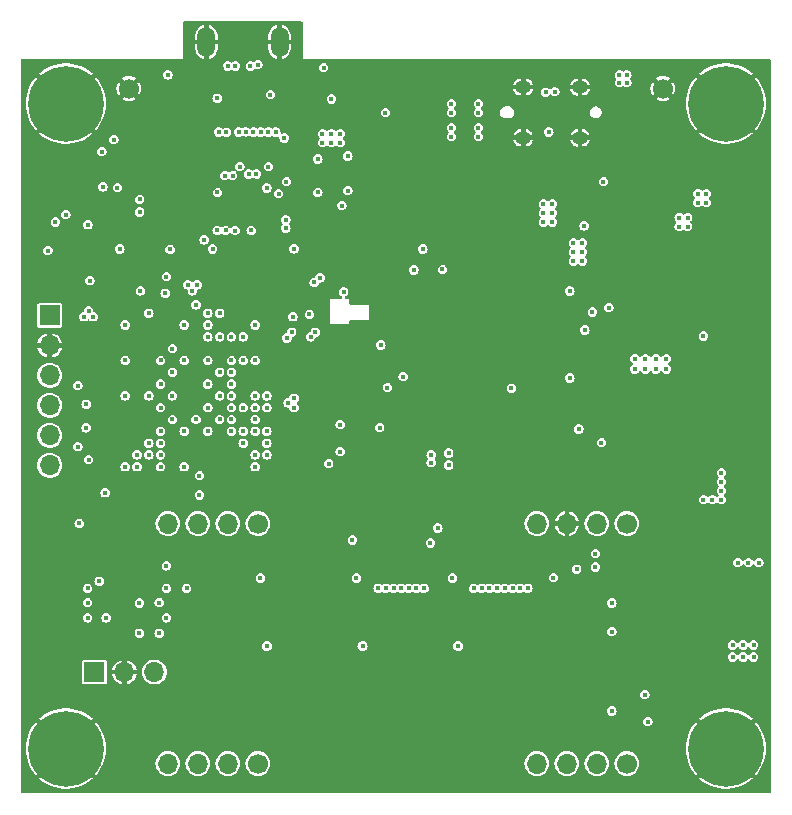
<source format=gbr>
%TF.GenerationSoftware,KiCad,Pcbnew,8.0.4*%
%TF.CreationDate,2024-11-18T22:27:40+01:00*%
%TF.ProjectId,hd_64_v0,68645f36-345f-4763-902e-6b696361645f,0.1*%
%TF.SameCoordinates,PX4737720PY55fe290*%
%TF.FileFunction,Copper,L4,Inr*%
%TF.FilePolarity,Positive*%
%FSLAX46Y46*%
G04 Gerber Fmt 4.6, Leading zero omitted, Abs format (unit mm)*
G04 Created by KiCad (PCBNEW 8.0.4) date 2024-11-18 22:27:40*
%MOMM*%
%LPD*%
G01*
G04 APERTURE LIST*
%TA.AperFunction,ComponentPad*%
%ADD10C,1.700000*%
%TD*%
%TA.AperFunction,ComponentPad*%
%ADD11C,6.400000*%
%TD*%
%TA.AperFunction,ComponentPad*%
%ADD12O,1.346200X1.092200*%
%TD*%
%TA.AperFunction,ComponentPad*%
%ADD13O,1.700000X1.700000*%
%TD*%
%TA.AperFunction,ComponentPad*%
%ADD14O,1.500000X2.550000*%
%TD*%
%TA.AperFunction,ComponentPad*%
%ADD15R,1.700000X1.700000*%
%TD*%
%TA.AperFunction,ViaPad*%
%ADD16C,0.400000*%
%TD*%
%TA.AperFunction,ViaPad*%
%ADD17C,0.450000*%
%TD*%
G04 APERTURE END LIST*
D10*
X54356000Y59690000D03*
D11*
X59690000Y3810000D03*
D12*
X42524000Y59820001D03*
X47324000Y59820001D03*
X42524000Y55519999D03*
X47324000Y55519999D03*
D10*
X20066000Y2540000D03*
D13*
X17526000Y2540000D03*
X14986000Y2540000D03*
X12446000Y2540000D03*
D11*
X59690000Y58420000D03*
D10*
X51308000Y22860000D03*
D13*
X48768000Y22860000D03*
X46228000Y22860000D03*
X43688000Y22860000D03*
D10*
X9144000Y59690000D03*
D14*
X21896000Y63627000D03*
X15696000Y63627000D03*
D10*
X51308000Y2540000D03*
D13*
X48768000Y2540000D03*
X46228000Y2540000D03*
X43688000Y2540000D03*
D11*
X3810000Y3810000D03*
D15*
X2438000Y40488000D03*
D13*
X2438000Y37948000D03*
X2438000Y35408000D03*
X2438000Y32868000D03*
X2438000Y30328000D03*
X2438000Y27788000D03*
D10*
X20066000Y22860000D03*
D13*
X17526000Y22860000D03*
X14986000Y22860000D03*
X12446000Y22860000D03*
D15*
X6223000Y10287000D03*
D13*
X8763000Y10287000D03*
X11303000Y10287000D03*
D11*
X3810000Y58420000D03*
D16*
X51308000Y60833000D03*
X51308000Y60198000D03*
X50673000Y60198000D03*
X50673000Y60833000D03*
X52451000Y29718000D03*
X38481000Y25019000D03*
X30607000Y54737000D03*
X36924000Y1270000D03*
X20193000Y6985000D03*
X6624000Y25070000D03*
X3937000Y50673000D03*
X16637000Y21463000D03*
X16124000Y56170000D03*
X16637000Y14859000D03*
X30607000Y56642000D03*
X16637000Y18542000D03*
X25527000Y35814000D03*
X32624000Y1270000D03*
X5724000Y33570000D03*
X14824000Y29670000D03*
X34824000Y13370000D03*
X43180000Y10033000D03*
X16324000Y2070000D03*
X62484000Y8763000D03*
X49149000Y49784000D03*
X52832000Y44577000D03*
X18923000Y43180000D03*
X21524000Y17270000D03*
X27940000Y22098000D03*
X14097000Y15621000D03*
X6224000Y14070000D03*
X30607000Y55753000D03*
X45212000Y19050000D03*
X22225000Y5715000D03*
X23624000Y44970000D03*
X52114000Y52705000D03*
X57023000Y14859000D03*
X39878000Y22479000D03*
X17624000Y51770000D03*
X51308000Y30353000D03*
X12824000Y29670000D03*
X22606000Y52705000D03*
X35052000Y21844000D03*
X19177000Y56769000D03*
X42418000Y36576000D03*
X16256000Y44704000D03*
X48524000Y24170000D03*
X35179000Y31623000D03*
X41275000Y16764000D03*
X20024000Y16670000D03*
X6731000Y19177000D03*
X45128000Y29337000D03*
X34524000Y9270000D03*
X15113000Y57277000D03*
X37211000Y32893000D03*
X21463000Y19431000D03*
X59436000Y18669000D03*
X51689000Y53213000D03*
X31877000Y16764000D03*
X27813000Y16764000D03*
X57404000Y17907000D03*
X12824000Y30670000D03*
X62484000Y9779000D03*
X31924000Y39370000D03*
X44929342Y42276671D03*
X6424000Y37670000D03*
X29624000Y17170000D03*
X53213000Y51816000D03*
X50165000Y10795000D03*
X46482000Y53086000D03*
X5724000Y18170000D03*
X30607000Y51943000D03*
X59182000Y43942000D03*
X46024000Y15748000D03*
X17824000Y37670000D03*
X50546000Y39370000D03*
X18324000Y21570000D03*
X12424000Y21470000D03*
X49403000Y10414000D03*
X42545000Y16764000D03*
X31024000Y28470000D03*
X36322000Y9525000D03*
X25724000Y33870000D03*
X33528000Y36576000D03*
X40767000Y21082000D03*
X7824000Y36670000D03*
X9398000Y49784000D03*
X38124000Y45570000D03*
X52832000Y43053000D03*
X33824000Y32570000D03*
X32258000Y29845000D03*
X50165000Y29718000D03*
X5024000Y12770000D03*
X16524000Y53270000D03*
X9525000Y16891000D03*
X8255000Y16002000D03*
X50624000Y13770000D03*
X34124000Y49670000D03*
X59944000Y34290000D03*
X45466000Y53086000D03*
X40005000Y16764000D03*
X22352000Y57531000D03*
X16637000Y12700000D03*
X10824000Y30670000D03*
X13824000Y29670000D03*
X34798000Y24270000D03*
X13970000Y18415000D03*
X33147000Y58801000D03*
X11824000Y31670000D03*
X61595000Y39751000D03*
X37846000Y24257000D03*
X59690000Y14859000D03*
X20824000Y31670000D03*
X12824000Y28670000D03*
X26524000Y29591000D03*
X28067000Y32893000D03*
X50546000Y40005000D03*
X14351000Y26289000D03*
X25400000Y22606000D03*
X18415000Y9906000D03*
X28575000Y7366000D03*
X10541000Y46355000D03*
X29845000Y51943000D03*
X9824000Y33670000D03*
X8255000Y42291000D03*
X22724000Y36770000D03*
X16989342Y61326671D03*
X42524000Y13670000D03*
X7824000Y40670000D03*
X59436000Y22352000D03*
X2624000Y20970000D03*
X24765000Y56007000D03*
X38735000Y16764000D03*
X12824000Y36670000D03*
X33324000Y27370000D03*
X38989000Y43180000D03*
X12324000Y43070000D03*
X7824000Y31670000D03*
D17*
X26924000Y54070000D03*
D16*
X14824000Y30670000D03*
X13824000Y31670000D03*
D17*
X20824000Y40670000D03*
D16*
X31024000Y25970000D03*
X25324000Y36770000D03*
X37624000Y17170000D03*
X37719000Y40259000D03*
X44704000Y33655000D03*
X59436000Y20574000D03*
X30226000Y45720000D03*
X18415000Y6223000D03*
X22987000Y14351000D03*
X33528000Y58166000D03*
X13081000Y7112000D03*
X43688000Y31115000D03*
X14351000Y61468000D03*
X52705000Y33274000D03*
X3429000Y34163000D03*
X52705000Y34798000D03*
X24892000Y29591000D03*
X34417000Y16764000D03*
X8824000Y29670000D03*
X45974000Y1270000D03*
X13924000Y20270000D03*
X55372000Y29718000D03*
X18415000Y14859000D03*
X5842000Y54483000D03*
X12824000Y39670000D03*
X43942000Y39878000D03*
X13081000Y58570000D03*
X35362000Y38664000D03*
X22225000Y56261000D03*
X24324000Y35270000D03*
X23324000Y37170000D03*
X42418000Y5461000D03*
X26824000Y11470000D03*
X52832000Y43815000D03*
X51943000Y34036000D03*
X18824000Y39670000D03*
X14605000Y12065000D03*
X4324000Y24670000D03*
X23876000Y31369000D03*
X32893000Y3170000D03*
X46863000Y42037000D03*
X16637000Y8382000D03*
X49657000Y53721000D03*
X9525000Y43815000D03*
X31024000Y32770000D03*
X6858000Y42418000D03*
X59436000Y21463000D03*
X43434000Y1270000D03*
X30607000Y16764000D03*
X29824000Y41770000D03*
X8763000Y13843000D03*
X28524000Y49870000D03*
X46736000Y10033000D03*
X14824000Y28670000D03*
X55245000Y39243000D03*
X5024000Y37670000D03*
X11430000Y25146000D03*
X35524000Y12370000D03*
X27813000Y23749000D03*
X61722000Y30988000D03*
X16824000Y36670000D03*
X33909000Y58801000D03*
X7724000Y25908000D03*
X27686000Y50419000D03*
X15024000Y44770000D03*
X51943000Y33274000D03*
X14824000Y36670000D03*
X49414000Y50870000D03*
X14097000Y56261000D03*
X13970000Y52705000D03*
X13716000Y60198000D03*
X51689000Y29718000D03*
X61595000Y48133000D03*
X25146000Y24257000D03*
X51816000Y39370000D03*
X51181000Y40005000D03*
X35560000Y53594000D03*
X26670000Y56769000D03*
X20824000Y27670000D03*
X5946835Y27712912D03*
X19658833Y51920426D03*
X15024000Y3870000D03*
X5207000Y53721000D03*
X45924000Y24170000D03*
X3429000Y29083000D03*
X41148000Y25527000D03*
X19177000Y53213000D03*
X52070000Y44577000D03*
X29337000Y38100000D03*
X3810000Y26543000D03*
X36524000Y3170000D03*
X14124000Y54570000D03*
X21124000Y50070000D03*
X58293000Y17907000D03*
X21924000Y53170000D03*
X52705000Y34036000D03*
X13824000Y37670000D03*
X27686000Y3170000D03*
X51943000Y34798000D03*
X55626000Y43815000D03*
X11176000Y15494000D03*
X50673000Y8128000D03*
X35433000Y36251000D03*
X51562000Y6223000D03*
X52070000Y43815000D03*
X7824000Y27670000D03*
X27813000Y38989000D03*
X31115000Y48387000D03*
X33147000Y16764000D03*
X13335000Y51943000D03*
X26924000Y32131000D03*
X39370000Y35052000D03*
X35052000Y46101000D03*
X59436000Y19685000D03*
X18824000Y31670000D03*
X17794329Y62131658D03*
X18824000Y33670000D03*
X28448000Y9144000D03*
X5334000Y44196000D03*
X9652000Y6731000D03*
X44704000Y36703000D03*
X3724000Y13570000D03*
X7124000Y22270000D03*
X12824000Y32670000D03*
X17024000Y48270000D03*
X48524000Y12170000D03*
X26797000Y46101000D03*
X24424000Y44970000D03*
X45466000Y37211000D03*
X39024000Y26570000D03*
X16824000Y32670000D03*
X37973000Y43434000D03*
X11303000Y56261000D03*
X47879000Y19431000D03*
X50927000Y29718000D03*
X27305000Y1143000D03*
X31369000Y51943000D03*
X33274000Y31623000D03*
X38924000Y30070000D03*
X1905000Y50673000D03*
X20701000Y61849000D03*
X50038000Y8128000D03*
X16824000Y39670000D03*
X43424000Y24170000D03*
X24384000Y57785000D03*
X15824000Y37670000D03*
X34417000Y7112000D03*
X3429000Y31623000D03*
X13462000Y49270000D03*
X27524000Y43070000D03*
X5724000Y37670000D03*
X8324000Y20170000D03*
X27432000Y57658000D03*
X39124000Y44770000D03*
X32258000Y42418000D03*
X15824000Y27670000D03*
X41529000Y28245000D03*
X54991000Y23622000D03*
X16637000Y6223000D03*
X15824000Y33670000D03*
X6324000Y51370000D03*
X11430000Y53721000D03*
X1824000Y22570000D03*
X23024000Y41970000D03*
X3424000Y23870000D03*
X12424000Y3870000D03*
X22924000Y43270000D03*
X42926000Y11811000D03*
X50038000Y47752000D03*
X15824000Y35670000D03*
X18796000Y61976000D03*
X58801000Y14859000D03*
X51181000Y39370000D03*
X16637000Y42799000D03*
X23424000Y43670000D03*
X19824000Y29670000D03*
X49022000Y48641000D03*
X20024000Y21570000D03*
X41910000Y42164000D03*
X20824000Y36670000D03*
X53975000Y28829000D03*
X52070000Y43053000D03*
X6924000Y48170000D03*
X15024000Y21470000D03*
X16824000Y34670000D03*
X12824000Y27670000D03*
X21724000Y37870000D03*
X3724000Y16170000D03*
X55499000Y26416000D03*
X13589000Y14859000D03*
X18724000Y2070000D03*
X57912000Y14859000D03*
X22479000Y1270000D03*
X33528000Y37338000D03*
X10824000Y37670000D03*
X19824000Y48270000D03*
X25024000Y15970000D03*
X44704000Y8509000D03*
X51816000Y40005000D03*
X21844000Y27432000D03*
X45974000Y52578000D03*
X11938000Y12827000D03*
X38024000Y28870000D03*
X26624000Y13470000D03*
X9271000Y55626000D03*
X34624000Y33670000D03*
X38024000Y27770000D03*
X48514000Y1270000D03*
X44831000Y47498000D03*
X6924000Y46070000D03*
X15824000Y31670000D03*
X5824000Y30370000D03*
X14624000Y45970000D03*
X1778000Y43053000D03*
X21909502Y48178699D03*
X27424000Y36270000D03*
X2921000Y51689000D03*
X52578000Y53213000D03*
X44450000Y44577000D03*
X17724000Y48270000D03*
X9824000Y39670000D03*
X12824000Y34670000D03*
X1824000Y18270000D03*
X18415000Y18542000D03*
X19645244Y62155448D03*
X62484000Y7874000D03*
X16637000Y50892000D03*
X8171000Y51294000D03*
X54653000Y35941000D03*
X19824000Y36670000D03*
X56452000Y48768000D03*
X56452000Y48006000D03*
X51986000Y35941000D03*
X19824000Y33670000D03*
X52875000Y36830000D03*
X38735000Y56388000D03*
X12324000Y19270000D03*
X27686000Y51054000D03*
X23124000Y33470000D03*
X55733000Y48006000D03*
X6624000Y17970000D03*
X23024000Y40370000D03*
X10124000Y42570000D03*
X12624000Y46070000D03*
X54653000Y36830000D03*
X26058000Y27940000D03*
D17*
X28924000Y12470000D03*
D16*
X13824000Y39670000D03*
X22624000Y33070000D03*
X4826000Y34544000D03*
D17*
X20824000Y12470000D03*
D16*
X5324000Y40370000D03*
X8824000Y33670000D03*
X52875000Y35941000D03*
X12324000Y17370000D03*
X15113000Y25273000D03*
X6858000Y54356000D03*
X5724000Y40870000D03*
X23124000Y32670000D03*
X36218000Y28829000D03*
X28404000Y18244000D03*
X51986000Y36830000D03*
X2286000Y45974000D03*
X25146000Y50892000D03*
X19824000Y39670000D03*
X7224000Y14870000D03*
X6124000Y40370000D03*
X27178000Y49784000D03*
X36449000Y56388000D03*
X6941500Y51370000D03*
X30376000Y30988000D03*
X15824000Y39670000D03*
X5842000Y43434000D03*
D17*
X37024000Y12470000D03*
D16*
X5671500Y48159500D03*
X36532000Y18244000D03*
X7874000Y55372000D03*
X8824000Y36670000D03*
X55733000Y48768000D03*
X3810000Y49022000D03*
X24424000Y40570000D03*
X2921000Y48387000D03*
X8382000Y46101000D03*
X41529000Y34315500D03*
X36449000Y55626000D03*
X20276000Y18244000D03*
X10033000Y16129000D03*
X4826000Y29370000D03*
X53764000Y36830000D03*
X10024000Y13570000D03*
X53764000Y35941000D03*
X8824000Y39670000D03*
X38735000Y55626000D03*
X14024000Y17370000D03*
X34739500Y28661000D03*
X20824000Y51270000D03*
X4924000Y22870000D03*
X25527000Y55880000D03*
X26289000Y55118000D03*
X27051000Y55118000D03*
X26289000Y55880000D03*
X20955000Y53086000D03*
X25527000Y55118000D03*
X27051000Y55880000D03*
X18542000Y53086000D03*
X22285000Y55499000D03*
X44239000Y49149000D03*
X14924000Y43070000D03*
X23124000Y46117000D03*
X11824000Y34670000D03*
X44239000Y48387000D03*
X14124000Y43070000D03*
X11824000Y32670000D03*
X47688500Y48069500D03*
X16224000Y46101000D03*
X11824000Y36670000D03*
X45001000Y49149000D03*
X14524000Y42570000D03*
X12824000Y37670000D03*
X45001000Y48387000D03*
X44239000Y49911000D03*
X47244000Y30861000D03*
X45001000Y49911000D03*
X34671000Y21209000D03*
X30252000Y17370000D03*
X17824000Y31670000D03*
X30889712Y17371840D03*
X17824000Y30670000D03*
X31552000Y17370000D03*
X18824000Y30670000D03*
X32202000Y17370000D03*
X18824000Y29670000D03*
X32827003Y17370000D03*
X19824000Y28670000D03*
X33452006Y17370000D03*
X19824000Y27670000D03*
X20824000Y28670000D03*
X34124000Y17370000D03*
X18824000Y32670000D03*
X38324000Y17370000D03*
X20824000Y29670000D03*
X39024000Y17370000D03*
X19824000Y30670000D03*
X39649003Y17370000D03*
X40324000Y17370000D03*
X20824000Y30670000D03*
X40949003Y17370000D03*
X19824000Y31670000D03*
X19824000Y32670000D03*
X41624000Y17370000D03*
X42249003Y17370000D03*
X20824000Y32670000D03*
X42924000Y17370000D03*
X20824000Y33670000D03*
X52832000Y8382000D03*
X36218000Y27813000D03*
X35687000Y44368000D03*
X62032500Y12573000D03*
X60254500Y11557000D03*
X34739500Y28011000D03*
X61143500Y11557000D03*
X34036000Y46101000D03*
X30480000Y37973000D03*
X50038000Y16129000D03*
X32359500Y35301000D03*
X31024000Y34370000D03*
X62032500Y11557000D03*
X60254500Y12573000D03*
X50038000Y6985000D03*
X33274000Y44323000D03*
X50026529Y13714943D03*
X61143500Y12573000D03*
X16624000Y58870000D03*
X25146000Y53721000D03*
X17824000Y36670000D03*
X15524000Y46870000D03*
X16824000Y40670000D03*
X16624000Y47670000D03*
X17324000Y47670000D03*
X16824000Y38670000D03*
X18124000Y47662893D03*
X17824000Y38670000D03*
X19485000Y47670000D03*
X18824000Y38670000D03*
X27028000Y31242000D03*
X22424000Y47870000D03*
X22424000Y48570000D03*
X27028000Y28956000D03*
X22479000Y51816000D03*
X18824000Y36670000D03*
X17824000Y35670000D03*
X21809000Y50800000D03*
X20066000Y61722000D03*
X21590000Y56007000D03*
X19431000Y61595000D03*
X20955000Y56007000D03*
X20320000Y56007000D03*
X19939000Y52451000D03*
X19304000Y52451000D03*
X19685000Y56007000D03*
X19050000Y56016119D03*
X18161000Y61595000D03*
X17526000Y61595000D03*
X18450094Y56005350D03*
X17922875Y52324000D03*
X17399000Y55982750D03*
X16764000Y56007000D03*
X17272000Y52324000D03*
X17824000Y33670000D03*
X27324000Y42470000D03*
X11824000Y28670000D03*
X11824000Y27670000D03*
X46779000Y45847000D03*
X47541000Y45085000D03*
X16824000Y35670000D03*
X24524000Y38670000D03*
X46779000Y45085000D03*
X15824000Y34670000D03*
X15824000Y32670000D03*
X16824000Y31670000D03*
X22924000Y39070000D03*
X15824000Y30670000D03*
X14824000Y31670000D03*
X24824000Y43270000D03*
X47541000Y46609000D03*
X12824000Y33670000D03*
X22524000Y38570000D03*
X16824000Y33670000D03*
X47541000Y45847000D03*
X25324000Y43670000D03*
X46779000Y46609000D03*
X13824000Y36670000D03*
X24924000Y39070000D03*
X12824000Y31670000D03*
X13824000Y30670000D03*
X15824000Y36670000D03*
X12824000Y35670000D03*
X9824000Y27670000D03*
X49149000Y29718000D03*
X46482000Y35179000D03*
X5524000Y32970000D03*
X15824000Y40670000D03*
X5524000Y30970000D03*
X14824000Y41370000D03*
X5724000Y28270000D03*
X15824000Y38670000D03*
X49319000Y51816000D03*
X30861000Y57658000D03*
X48387000Y40767000D03*
X47053500Y18986500D03*
X45085000Y18288000D03*
X48641000Y19177000D03*
X53086000Y6096000D03*
X12324000Y43770000D03*
X5639000Y14870000D03*
X11824000Y30670000D03*
X12219022Y42370000D03*
X11709000Y16170000D03*
X11824000Y29670000D03*
X5639000Y17370000D03*
X10824000Y29670000D03*
X12324000Y14870000D03*
X13824000Y27670000D03*
X10824000Y28670000D03*
X11709000Y13570000D03*
X9824000Y28670000D03*
X5639000Y16170000D03*
X25624000Y61468000D03*
X57785000Y24892000D03*
X59309000Y24892000D03*
X21124000Y59170000D03*
X59309000Y26416000D03*
X59309000Y27178000D03*
X26289000Y58801000D03*
X59309000Y25654000D03*
X58547000Y24892000D03*
X58039000Y50800000D03*
X57320000Y50800000D03*
X60706000Y19558000D03*
X38735000Y57658000D03*
X36449000Y57658000D03*
X47752000Y39243000D03*
X36449000Y58420000D03*
X57785000Y38735000D03*
X38735000Y58420000D03*
X61595000Y19558000D03*
X62484000Y19558000D03*
X57320000Y50038000D03*
X58039000Y50038000D03*
X7124000Y25470000D03*
X10824000Y33670000D03*
X49784000Y41148000D03*
X46482000Y42545000D03*
X45212000Y59436000D03*
X44704000Y56007000D03*
X10053000Y50301000D03*
X10053000Y49239000D03*
X44424000Y59370000D03*
X10824000Y40670000D03*
X12446000Y60858500D03*
X8824000Y27670000D03*
X27686000Y53975000D03*
X17824000Y34670000D03*
X28067000Y21463000D03*
X35306000Y22479000D03*
X48641000Y20320000D03*
X15113000Y26924000D03*
X17824000Y32670000D03*
%TA.AperFunction,Conductor*%
G36*
X23809691Y65360593D02*
G01*
X23845655Y65311093D01*
X23850500Y65280500D01*
X23850500Y62240562D01*
X23850500Y62219438D01*
X23865438Y62204500D01*
X63375500Y62204500D01*
X63433691Y62185593D01*
X63469655Y62136093D01*
X63474500Y62105500D01*
X63474500Y124500D01*
X63455593Y66309D01*
X63406093Y30345D01*
X63375500Y25500D01*
X124500Y25500D01*
X66309Y44407D01*
X30345Y93907D01*
X25500Y124500D01*
X25500Y3810000D01*
X405006Y3810000D01*
X424965Y3441857D01*
X484614Y3078021D01*
X583242Y2722794D01*
X583246Y2722783D01*
X719711Y2380279D01*
X892403Y2054547D01*
X1099306Y1749389D01*
X1099313Y1749379D01*
X1267972Y1550819D01*
X2545502Y2828349D01*
X2589588Y2767670D01*
X2767670Y2589588D01*
X2828346Y2545505D01*
X1550207Y1267365D01*
X1605655Y1214842D01*
X1899156Y991728D01*
X1899161Y991725D01*
X2215070Y801648D01*
X2549676Y646843D01*
X2899076Y529116D01*
X3259128Y449863D01*
X3259127Y449863D01*
X3625657Y410000D01*
X3994343Y410000D01*
X4360872Y449863D01*
X4720922Y529116D01*
X4720924Y529116D01*
X5070323Y646843D01*
X5404929Y801648D01*
X5720838Y991725D01*
X5720843Y991728D01*
X6014341Y1214840D01*
X6014346Y1214844D01*
X6069791Y1267365D01*
X4791652Y2545504D01*
X4852330Y2589588D01*
X5030412Y2767670D01*
X5074496Y2828348D01*
X6352026Y1550818D01*
X6520686Y1749379D01*
X6520693Y1749389D01*
X6727596Y2054547D01*
X6900288Y2380279D01*
X6963928Y2540004D01*
X11390417Y2540004D01*
X11390417Y2539997D01*
X11410698Y2334071D01*
X11410699Y2334066D01*
X11470768Y2136046D01*
X11568316Y1953548D01*
X11699585Y1793596D01*
X11699590Y1793590D01*
X11699595Y1793586D01*
X11859547Y1662317D01*
X11859548Y1662317D01*
X11859550Y1662315D01*
X12042046Y1564768D01*
X12179997Y1522922D01*
X12240065Y1504700D01*
X12240070Y1504699D01*
X12445997Y1484417D01*
X12446000Y1484417D01*
X12446003Y1484417D01*
X12651929Y1504699D01*
X12651934Y1504700D01*
X12849954Y1564768D01*
X13032450Y1662315D01*
X13192410Y1793590D01*
X13323685Y1953550D01*
X13421232Y2136046D01*
X13481300Y2334066D01*
X13481301Y2334071D01*
X13501583Y2539997D01*
X13501583Y2540004D01*
X13930417Y2540004D01*
X13930417Y2539997D01*
X13950698Y2334071D01*
X13950699Y2334066D01*
X14010768Y2136046D01*
X14108316Y1953548D01*
X14239585Y1793596D01*
X14239590Y1793590D01*
X14239595Y1793586D01*
X14399547Y1662317D01*
X14399548Y1662317D01*
X14399550Y1662315D01*
X14582046Y1564768D01*
X14719997Y1522922D01*
X14780065Y1504700D01*
X14780070Y1504699D01*
X14985997Y1484417D01*
X14986000Y1484417D01*
X14986003Y1484417D01*
X15191929Y1504699D01*
X15191934Y1504700D01*
X15389954Y1564768D01*
X15572450Y1662315D01*
X15732410Y1793590D01*
X15863685Y1953550D01*
X15961232Y2136046D01*
X16021300Y2334066D01*
X16021301Y2334071D01*
X16041583Y2539997D01*
X16041583Y2540004D01*
X16470417Y2540004D01*
X16470417Y2539997D01*
X16490698Y2334071D01*
X16490699Y2334066D01*
X16550768Y2136046D01*
X16648316Y1953548D01*
X16779585Y1793596D01*
X16779590Y1793590D01*
X16779595Y1793586D01*
X16939547Y1662317D01*
X16939548Y1662317D01*
X16939550Y1662315D01*
X17122046Y1564768D01*
X17259997Y1522922D01*
X17320065Y1504700D01*
X17320070Y1504699D01*
X17525997Y1484417D01*
X17526000Y1484417D01*
X17526003Y1484417D01*
X17731929Y1504699D01*
X17731934Y1504700D01*
X17929954Y1564768D01*
X18112450Y1662315D01*
X18272410Y1793590D01*
X18403685Y1953550D01*
X18501232Y2136046D01*
X18561300Y2334066D01*
X18561301Y2334071D01*
X18581583Y2539997D01*
X18581583Y2540004D01*
X19010417Y2540004D01*
X19010417Y2539997D01*
X19030698Y2334071D01*
X19030699Y2334066D01*
X19090768Y2136046D01*
X19188316Y1953548D01*
X19319585Y1793596D01*
X19319590Y1793590D01*
X19319595Y1793586D01*
X19479547Y1662317D01*
X19479548Y1662317D01*
X19479550Y1662315D01*
X19662046Y1564768D01*
X19799997Y1522922D01*
X19860065Y1504700D01*
X19860070Y1504699D01*
X20065997Y1484417D01*
X20066000Y1484417D01*
X20066003Y1484417D01*
X20271929Y1504699D01*
X20271934Y1504700D01*
X20469954Y1564768D01*
X20652450Y1662315D01*
X20812410Y1793590D01*
X20943685Y1953550D01*
X21041232Y2136046D01*
X21101300Y2334066D01*
X21101301Y2334071D01*
X21121583Y2539997D01*
X21121583Y2540004D01*
X42632417Y2540004D01*
X42632417Y2539997D01*
X42652698Y2334071D01*
X42652699Y2334066D01*
X42712768Y2136046D01*
X42810316Y1953548D01*
X42941585Y1793596D01*
X42941590Y1793590D01*
X42941595Y1793586D01*
X43101547Y1662317D01*
X43101548Y1662317D01*
X43101550Y1662315D01*
X43284046Y1564768D01*
X43421997Y1522922D01*
X43482065Y1504700D01*
X43482070Y1504699D01*
X43687997Y1484417D01*
X43688000Y1484417D01*
X43688003Y1484417D01*
X43893929Y1504699D01*
X43893934Y1504700D01*
X44091954Y1564768D01*
X44274450Y1662315D01*
X44434410Y1793590D01*
X44565685Y1953550D01*
X44663232Y2136046D01*
X44723300Y2334066D01*
X44723301Y2334071D01*
X44743583Y2539997D01*
X44743583Y2540004D01*
X45172417Y2540004D01*
X45172417Y2539997D01*
X45192698Y2334071D01*
X45192699Y2334066D01*
X45252768Y2136046D01*
X45350316Y1953548D01*
X45481585Y1793596D01*
X45481590Y1793590D01*
X45481595Y1793586D01*
X45641547Y1662317D01*
X45641548Y1662317D01*
X45641550Y1662315D01*
X45824046Y1564768D01*
X45961997Y1522922D01*
X46022065Y1504700D01*
X46022070Y1504699D01*
X46227997Y1484417D01*
X46228000Y1484417D01*
X46228003Y1484417D01*
X46433929Y1504699D01*
X46433934Y1504700D01*
X46631954Y1564768D01*
X46814450Y1662315D01*
X46974410Y1793590D01*
X47105685Y1953550D01*
X47203232Y2136046D01*
X47263300Y2334066D01*
X47263301Y2334071D01*
X47283583Y2539997D01*
X47283583Y2540004D01*
X47712417Y2540004D01*
X47712417Y2539997D01*
X47732698Y2334071D01*
X47732699Y2334066D01*
X47792768Y2136046D01*
X47890316Y1953548D01*
X48021585Y1793596D01*
X48021590Y1793590D01*
X48021595Y1793586D01*
X48181547Y1662317D01*
X48181548Y1662317D01*
X48181550Y1662315D01*
X48364046Y1564768D01*
X48501997Y1522922D01*
X48562065Y1504700D01*
X48562070Y1504699D01*
X48767997Y1484417D01*
X48768000Y1484417D01*
X48768003Y1484417D01*
X48973929Y1504699D01*
X48973934Y1504700D01*
X49171954Y1564768D01*
X49354450Y1662315D01*
X49514410Y1793590D01*
X49645685Y1953550D01*
X49743232Y2136046D01*
X49803300Y2334066D01*
X49803301Y2334071D01*
X49823583Y2539997D01*
X49823583Y2540004D01*
X50252417Y2540004D01*
X50252417Y2539997D01*
X50272698Y2334071D01*
X50272699Y2334066D01*
X50332768Y2136046D01*
X50430316Y1953548D01*
X50561585Y1793596D01*
X50561590Y1793590D01*
X50561595Y1793586D01*
X50721547Y1662317D01*
X50721548Y1662317D01*
X50721550Y1662315D01*
X50904046Y1564768D01*
X51041997Y1522922D01*
X51102065Y1504700D01*
X51102070Y1504699D01*
X51307997Y1484417D01*
X51308000Y1484417D01*
X51308003Y1484417D01*
X51513929Y1504699D01*
X51513934Y1504700D01*
X51711954Y1564768D01*
X51894450Y1662315D01*
X52054410Y1793590D01*
X52185685Y1953550D01*
X52283232Y2136046D01*
X52343300Y2334066D01*
X52343301Y2334071D01*
X52363583Y2539997D01*
X52363583Y2540004D01*
X52343301Y2745930D01*
X52343300Y2745935D01*
X52325078Y2806003D01*
X52283232Y2943954D01*
X52185685Y3126450D01*
X52054410Y3286410D01*
X52054404Y3286415D01*
X51894452Y3417684D01*
X51711954Y3515232D01*
X51513934Y3575301D01*
X51513929Y3575302D01*
X51308003Y3595583D01*
X51307997Y3595583D01*
X51102070Y3575302D01*
X51102065Y3575301D01*
X50904045Y3515232D01*
X50721547Y3417684D01*
X50561595Y3286415D01*
X50561585Y3286405D01*
X50430316Y3126453D01*
X50332768Y2943955D01*
X50272699Y2745935D01*
X50272698Y2745930D01*
X50252417Y2540004D01*
X49823583Y2540004D01*
X49803301Y2745930D01*
X49803300Y2745935D01*
X49785078Y2806003D01*
X49743232Y2943954D01*
X49645685Y3126450D01*
X49514410Y3286410D01*
X49514404Y3286415D01*
X49354452Y3417684D01*
X49171954Y3515232D01*
X48973934Y3575301D01*
X48973929Y3575302D01*
X48768003Y3595583D01*
X48767997Y3595583D01*
X48562070Y3575302D01*
X48562065Y3575301D01*
X48364045Y3515232D01*
X48181547Y3417684D01*
X48021595Y3286415D01*
X48021585Y3286405D01*
X47890316Y3126453D01*
X47792768Y2943955D01*
X47732699Y2745935D01*
X47732698Y2745930D01*
X47712417Y2540004D01*
X47283583Y2540004D01*
X47263301Y2745930D01*
X47263300Y2745935D01*
X47245078Y2806003D01*
X47203232Y2943954D01*
X47105685Y3126450D01*
X46974410Y3286410D01*
X46974404Y3286415D01*
X46814452Y3417684D01*
X46631954Y3515232D01*
X46433934Y3575301D01*
X46433929Y3575302D01*
X46228003Y3595583D01*
X46227997Y3595583D01*
X46022070Y3575302D01*
X46022065Y3575301D01*
X45824045Y3515232D01*
X45641547Y3417684D01*
X45481595Y3286415D01*
X45481585Y3286405D01*
X45350316Y3126453D01*
X45252768Y2943955D01*
X45192699Y2745935D01*
X45192698Y2745930D01*
X45172417Y2540004D01*
X44743583Y2540004D01*
X44723301Y2745930D01*
X44723300Y2745935D01*
X44705078Y2806003D01*
X44663232Y2943954D01*
X44565685Y3126450D01*
X44434410Y3286410D01*
X44434404Y3286415D01*
X44274452Y3417684D01*
X44091954Y3515232D01*
X43893934Y3575301D01*
X43893929Y3575302D01*
X43688003Y3595583D01*
X43687997Y3595583D01*
X43482070Y3575302D01*
X43482065Y3575301D01*
X43284045Y3515232D01*
X43101547Y3417684D01*
X42941595Y3286415D01*
X42941585Y3286405D01*
X42810316Y3126453D01*
X42712768Y2943955D01*
X42652699Y2745935D01*
X42652698Y2745930D01*
X42632417Y2540004D01*
X21121583Y2540004D01*
X21101301Y2745930D01*
X21101300Y2745935D01*
X21083078Y2806003D01*
X21041232Y2943954D01*
X20943685Y3126450D01*
X20812410Y3286410D01*
X20812404Y3286415D01*
X20652452Y3417684D01*
X20469954Y3515232D01*
X20271934Y3575301D01*
X20271929Y3575302D01*
X20066003Y3595583D01*
X20065997Y3595583D01*
X19860070Y3575302D01*
X19860065Y3575301D01*
X19662045Y3515232D01*
X19479547Y3417684D01*
X19319595Y3286415D01*
X19319585Y3286405D01*
X19188316Y3126453D01*
X19090768Y2943955D01*
X19030699Y2745935D01*
X19030698Y2745930D01*
X19010417Y2540004D01*
X18581583Y2540004D01*
X18561301Y2745930D01*
X18561300Y2745935D01*
X18543078Y2806003D01*
X18501232Y2943954D01*
X18403685Y3126450D01*
X18272410Y3286410D01*
X18272404Y3286415D01*
X18112452Y3417684D01*
X17929954Y3515232D01*
X17731934Y3575301D01*
X17731929Y3575302D01*
X17526003Y3595583D01*
X17525997Y3595583D01*
X17320070Y3575302D01*
X17320065Y3575301D01*
X17122045Y3515232D01*
X16939547Y3417684D01*
X16779595Y3286415D01*
X16779585Y3286405D01*
X16648316Y3126453D01*
X16550768Y2943955D01*
X16490699Y2745935D01*
X16490698Y2745930D01*
X16470417Y2540004D01*
X16041583Y2540004D01*
X16021301Y2745930D01*
X16021300Y2745935D01*
X16003078Y2806003D01*
X15961232Y2943954D01*
X15863685Y3126450D01*
X15732410Y3286410D01*
X15732404Y3286415D01*
X15572452Y3417684D01*
X15389954Y3515232D01*
X15191934Y3575301D01*
X15191929Y3575302D01*
X14986003Y3595583D01*
X14985997Y3595583D01*
X14780070Y3575302D01*
X14780065Y3575301D01*
X14582045Y3515232D01*
X14399547Y3417684D01*
X14239595Y3286415D01*
X14239585Y3286405D01*
X14108316Y3126453D01*
X14010768Y2943955D01*
X13950699Y2745935D01*
X13950698Y2745930D01*
X13930417Y2540004D01*
X13501583Y2540004D01*
X13481301Y2745930D01*
X13481300Y2745935D01*
X13463078Y2806003D01*
X13421232Y2943954D01*
X13323685Y3126450D01*
X13192410Y3286410D01*
X13192404Y3286415D01*
X13032452Y3417684D01*
X12849954Y3515232D01*
X12651934Y3575301D01*
X12651929Y3575302D01*
X12446003Y3595583D01*
X12445997Y3595583D01*
X12240070Y3575302D01*
X12240065Y3575301D01*
X12042045Y3515232D01*
X11859547Y3417684D01*
X11699595Y3286415D01*
X11699585Y3286405D01*
X11568316Y3126453D01*
X11470768Y2943955D01*
X11410699Y2745935D01*
X11410698Y2745930D01*
X11390417Y2540004D01*
X6963928Y2540004D01*
X7036753Y2722783D01*
X7036757Y2722794D01*
X7135385Y3078021D01*
X7195034Y3441857D01*
X7214993Y3810000D01*
X56285006Y3810000D01*
X56304965Y3441857D01*
X56364614Y3078021D01*
X56463242Y2722794D01*
X56463246Y2722783D01*
X56599711Y2380279D01*
X56772403Y2054547D01*
X56979306Y1749389D01*
X56979313Y1749379D01*
X57147972Y1550819D01*
X58425502Y2828349D01*
X58469588Y2767670D01*
X58647670Y2589588D01*
X58708346Y2545505D01*
X57430207Y1267365D01*
X57485655Y1214842D01*
X57779156Y991728D01*
X57779161Y991725D01*
X58095070Y801648D01*
X58429676Y646843D01*
X58779076Y529116D01*
X59139128Y449863D01*
X59139127Y449863D01*
X59505657Y410000D01*
X59874343Y410000D01*
X60240872Y449863D01*
X60600922Y529116D01*
X60600924Y529116D01*
X60950323Y646843D01*
X61284929Y801648D01*
X61600838Y991725D01*
X61600843Y991728D01*
X61894341Y1214840D01*
X61894346Y1214844D01*
X61949791Y1267365D01*
X60671652Y2545504D01*
X60732330Y2589588D01*
X60910412Y2767670D01*
X60954496Y2828348D01*
X62232026Y1550818D01*
X62400686Y1749379D01*
X62400693Y1749389D01*
X62607596Y2054547D01*
X62780288Y2380279D01*
X62916753Y2722783D01*
X62916757Y2722794D01*
X63015385Y3078021D01*
X63075034Y3441857D01*
X63094993Y3810000D01*
X63075034Y4178144D01*
X63015385Y4541980D01*
X62916757Y4897207D01*
X62916753Y4897218D01*
X62780288Y5239722D01*
X62607596Y5565454D01*
X62400693Y5870612D01*
X62400686Y5870622D01*
X62232025Y6069184D01*
X60954495Y4791655D01*
X60910412Y4852330D01*
X60732330Y5030412D01*
X60671651Y5074498D01*
X61949791Y6352637D01*
X61894344Y6405159D01*
X61600843Y6628273D01*
X61600838Y6628276D01*
X61284929Y6818353D01*
X60950323Y6973158D01*
X60600923Y7090885D01*
X60240871Y7170138D01*
X60240872Y7170138D01*
X59874343Y7210000D01*
X59505657Y7210000D01*
X59139127Y7170138D01*
X58779077Y7090885D01*
X58779075Y7090885D01*
X58429676Y6973158D01*
X58095070Y6818353D01*
X57779161Y6628276D01*
X57779156Y6628273D01*
X57485650Y6405155D01*
X57430207Y6352637D01*
X58708347Y5074497D01*
X58647670Y5030412D01*
X58469588Y4852330D01*
X58425503Y4791653D01*
X57147972Y6069184D01*
X56979313Y5870622D01*
X56979306Y5870612D01*
X56772403Y5565454D01*
X56599711Y5239722D01*
X56463246Y4897218D01*
X56463242Y4897207D01*
X56364614Y4541980D01*
X56304965Y4178144D01*
X56285006Y3810000D01*
X7214993Y3810000D01*
X7195034Y4178144D01*
X7135385Y4541980D01*
X7036757Y4897207D01*
X7036753Y4897218D01*
X6900288Y5239722D01*
X6727596Y5565454D01*
X6520693Y5870612D01*
X6520686Y5870622D01*
X6352025Y6069184D01*
X5074495Y4791655D01*
X5030412Y4852330D01*
X4852330Y5030412D01*
X4791651Y5074498D01*
X5813155Y6096001D01*
X52680508Y6096001D01*
X52680508Y6096000D01*
X52700354Y5970697D01*
X52700355Y5970693D01*
X52751344Y5870622D01*
X52757950Y5857658D01*
X52847658Y5767950D01*
X52960696Y5710354D01*
X53086000Y5690508D01*
X53211304Y5710354D01*
X53324342Y5767950D01*
X53414050Y5857658D01*
X53471646Y5970696D01*
X53491492Y6096000D01*
X53471646Y6221304D01*
X53414050Y6334342D01*
X53324342Y6424050D01*
X53320406Y6426056D01*
X53211307Y6481645D01*
X53211304Y6481646D01*
X53086000Y6501492D01*
X52960696Y6481646D01*
X52960692Y6481645D01*
X52847659Y6424051D01*
X52757949Y6334341D01*
X52700355Y6221308D01*
X52700354Y6221304D01*
X52680508Y6096001D01*
X5813155Y6096001D01*
X6069791Y6352637D01*
X6014344Y6405159D01*
X5720843Y6628273D01*
X5720838Y6628276D01*
X5404929Y6818353D01*
X5070323Y6973158D01*
X5035174Y6985001D01*
X49632508Y6985001D01*
X49632508Y6985000D01*
X49652354Y6859697D01*
X49652355Y6859693D01*
X49673419Y6818353D01*
X49709950Y6746658D01*
X49799658Y6656950D01*
X49912696Y6599354D01*
X50038000Y6579508D01*
X50163304Y6599354D01*
X50276342Y6656950D01*
X50366050Y6746658D01*
X50423646Y6859696D01*
X50443492Y6985000D01*
X50423646Y7110304D01*
X50366050Y7223342D01*
X50276342Y7313050D01*
X50272406Y7315056D01*
X50163307Y7370645D01*
X50163304Y7370646D01*
X50038000Y7390492D01*
X49912696Y7370646D01*
X49912692Y7370645D01*
X49799659Y7313051D01*
X49709949Y7223341D01*
X49652355Y7110308D01*
X49652354Y7110304D01*
X49632508Y6985001D01*
X5035174Y6985001D01*
X4720923Y7090885D01*
X4360871Y7170138D01*
X4360872Y7170138D01*
X3994343Y7210000D01*
X3625657Y7210000D01*
X3259127Y7170138D01*
X2899077Y7090885D01*
X2899075Y7090885D01*
X2549676Y6973158D01*
X2215070Y6818353D01*
X1899161Y6628276D01*
X1899156Y6628273D01*
X1605650Y6405155D01*
X1550207Y6352637D01*
X2828347Y5074497D01*
X2767670Y5030412D01*
X2589588Y4852330D01*
X2545503Y4791653D01*
X1267972Y6069184D01*
X1099313Y5870622D01*
X1099306Y5870612D01*
X892403Y5565454D01*
X719711Y5239722D01*
X583246Y4897218D01*
X583242Y4897207D01*
X484614Y4541980D01*
X424965Y4178144D01*
X405006Y3810000D01*
X25500Y3810000D01*
X25500Y8382001D01*
X52426508Y8382001D01*
X52426508Y8382000D01*
X52446354Y8256697D01*
X52446355Y8256693D01*
X52501944Y8147594D01*
X52503950Y8143658D01*
X52593658Y8053950D01*
X52706696Y7996354D01*
X52832000Y7976508D01*
X52957304Y7996354D01*
X53070342Y8053950D01*
X53160050Y8143658D01*
X53217646Y8256696D01*
X53237492Y8382000D01*
X53217646Y8507304D01*
X53160050Y8620342D01*
X53070342Y8710050D01*
X53066406Y8712056D01*
X52957307Y8767645D01*
X52957304Y8767646D01*
X52832000Y8787492D01*
X52706696Y8767646D01*
X52706692Y8767645D01*
X52593659Y8710051D01*
X52503949Y8620341D01*
X52446355Y8507308D01*
X52446354Y8507304D01*
X52426508Y8382001D01*
X25500Y8382001D01*
X25500Y11156747D01*
X5172500Y11156747D01*
X5172500Y9417254D01*
X5172501Y9417242D01*
X5184132Y9358773D01*
X5184134Y9358767D01*
X5228445Y9292452D01*
X5228448Y9292448D01*
X5294769Y9248133D01*
X5339231Y9239289D01*
X5353241Y9236502D01*
X5353246Y9236502D01*
X5353252Y9236500D01*
X5353253Y9236500D01*
X7092747Y9236500D01*
X7092748Y9236500D01*
X7151231Y9248133D01*
X7217552Y9292448D01*
X7261867Y9358769D01*
X7273500Y9417252D01*
X7273500Y10487000D01*
X7727617Y10487000D01*
X8301120Y10487000D01*
X8297075Y10479993D01*
X8263000Y10352826D01*
X8263000Y10221174D01*
X8297075Y10094007D01*
X8301120Y10087000D01*
X7727617Y10087000D01*
X7728192Y10081166D01*
X7728194Y10081156D01*
X7788232Y9883238D01*
X7788234Y9883233D01*
X7885724Y9700840D01*
X7885731Y9700830D01*
X8016940Y9540950D01*
X8016949Y9540941D01*
X8176829Y9409732D01*
X8176839Y9409725D01*
X8359232Y9312235D01*
X8359237Y9312233D01*
X8557158Y9252194D01*
X8557160Y9252193D01*
X8563000Y9251619D01*
X8563000Y9825121D01*
X8570007Y9821075D01*
X8697174Y9787000D01*
X8828826Y9787000D01*
X8955993Y9821075D01*
X8963000Y9825121D01*
X8963000Y9251619D01*
X8968839Y9252193D01*
X8968841Y9252194D01*
X9166762Y9312233D01*
X9166767Y9312235D01*
X9349160Y9409725D01*
X9349170Y9409732D01*
X9509050Y9540941D01*
X9509059Y9540950D01*
X9640268Y9700830D01*
X9640275Y9700840D01*
X9737765Y9883233D01*
X9737767Y9883238D01*
X9797805Y10081156D01*
X9797807Y10081166D01*
X9798383Y10087000D01*
X9224880Y10087000D01*
X9228925Y10094007D01*
X9263000Y10221174D01*
X9263000Y10287004D01*
X10247417Y10287004D01*
X10247417Y10286997D01*
X10267698Y10081071D01*
X10267699Y10081066D01*
X10327768Y9883046D01*
X10425316Y9700548D01*
X10556302Y9540941D01*
X10556590Y9540590D01*
X10556595Y9540586D01*
X10716547Y9409317D01*
X10716548Y9409317D01*
X10716550Y9409315D01*
X10899046Y9311768D01*
X11036997Y9269922D01*
X11097065Y9251700D01*
X11097070Y9251699D01*
X11302997Y9231417D01*
X11303000Y9231417D01*
X11303003Y9231417D01*
X11508929Y9251699D01*
X11508934Y9251700D01*
X11510559Y9252193D01*
X11706954Y9311768D01*
X11889450Y9409315D01*
X12049410Y9540590D01*
X12180685Y9700550D01*
X12278232Y9883046D01*
X12338300Y10081066D01*
X12338301Y10081071D01*
X12358583Y10286997D01*
X12358583Y10287004D01*
X12338301Y10492930D01*
X12338300Y10492935D01*
X12279401Y10687099D01*
X12278232Y10690954D01*
X12180685Y10873450D01*
X12049410Y11033410D01*
X12049404Y11033415D01*
X11889452Y11164684D01*
X11706954Y11262232D01*
X11508934Y11322301D01*
X11508929Y11322302D01*
X11303003Y11342583D01*
X11302997Y11342583D01*
X11097070Y11322302D01*
X11097065Y11322301D01*
X10899045Y11262232D01*
X10716547Y11164684D01*
X10556595Y11033415D01*
X10556585Y11033405D01*
X10425316Y10873453D01*
X10327768Y10690955D01*
X10267699Y10492935D01*
X10267698Y10492930D01*
X10247417Y10287004D01*
X9263000Y10287004D01*
X9263000Y10352826D01*
X9228925Y10479993D01*
X9224880Y10487000D01*
X9798382Y10487000D01*
X9797807Y10492835D01*
X9797805Y10492845D01*
X9737767Y10690763D01*
X9737765Y10690768D01*
X9640275Y10873161D01*
X9640268Y10873171D01*
X9509059Y11033051D01*
X9509050Y11033060D01*
X9349170Y11164269D01*
X9349160Y11164276D01*
X9166767Y11261766D01*
X9166762Y11261768D01*
X8968844Y11321806D01*
X8968834Y11321808D01*
X8963000Y11322383D01*
X8963000Y10748880D01*
X8955993Y10752925D01*
X8828826Y10787000D01*
X8697174Y10787000D01*
X8570007Y10752925D01*
X8563000Y10748880D01*
X8563000Y11322383D01*
X8557165Y11321808D01*
X8557155Y11321806D01*
X8359237Y11261768D01*
X8359232Y11261766D01*
X8176839Y11164276D01*
X8176829Y11164269D01*
X8016949Y11033060D01*
X8016940Y11033051D01*
X7885731Y10873171D01*
X7885724Y10873161D01*
X7788234Y10690768D01*
X7788232Y10690763D01*
X7728194Y10492845D01*
X7728192Y10492835D01*
X7727617Y10487000D01*
X7273500Y10487000D01*
X7273500Y11156748D01*
X7271921Y11164684D01*
X7270594Y11171356D01*
X7261867Y11215231D01*
X7217552Y11281552D01*
X7157306Y11321808D01*
X7151233Y11325866D01*
X7151231Y11325867D01*
X7151228Y11325868D01*
X7151227Y11325868D01*
X7092758Y11337499D01*
X7092748Y11337500D01*
X5353252Y11337500D01*
X5353251Y11337500D01*
X5353241Y11337499D01*
X5294772Y11325868D01*
X5294766Y11325866D01*
X5228451Y11281555D01*
X5228445Y11281549D01*
X5184134Y11215234D01*
X5184132Y11215228D01*
X5172501Y11156759D01*
X5172500Y11156747D01*
X25500Y11156747D01*
X25500Y11557001D01*
X59849008Y11557001D01*
X59849008Y11557000D01*
X59868854Y11431697D01*
X59868855Y11431693D01*
X59916849Y11337500D01*
X59926450Y11318658D01*
X60016158Y11228950D01*
X60129196Y11171354D01*
X60254500Y11151508D01*
X60379804Y11171354D01*
X60492842Y11228950D01*
X60582550Y11318658D01*
X60610791Y11374085D01*
X60654055Y11417348D01*
X60714488Y11426919D01*
X60769004Y11399141D01*
X60787208Y11374085D01*
X60815450Y11318658D01*
X60905158Y11228950D01*
X61018196Y11171354D01*
X61143500Y11151508D01*
X61268804Y11171354D01*
X61381842Y11228950D01*
X61471550Y11318658D01*
X61499791Y11374085D01*
X61543055Y11417348D01*
X61603488Y11426919D01*
X61658004Y11399141D01*
X61676208Y11374085D01*
X61704450Y11318658D01*
X61794158Y11228950D01*
X61907196Y11171354D01*
X62032500Y11151508D01*
X62157804Y11171354D01*
X62270842Y11228950D01*
X62360550Y11318658D01*
X62418146Y11431696D01*
X62437992Y11557000D01*
X62418146Y11682304D01*
X62360550Y11795342D01*
X62270842Y11885050D01*
X62266906Y11887056D01*
X62157807Y11942645D01*
X62157804Y11942646D01*
X62032500Y11962492D01*
X61907196Y11942646D01*
X61907192Y11942645D01*
X61794159Y11885051D01*
X61704449Y11795341D01*
X61676209Y11739917D01*
X61632944Y11696653D01*
X61572512Y11687082D01*
X61517996Y11714860D01*
X61499791Y11739917D01*
X61486974Y11765070D01*
X61471550Y11795342D01*
X61381842Y11885050D01*
X61377906Y11887056D01*
X61268807Y11942645D01*
X61268804Y11942646D01*
X61143500Y11962492D01*
X61018196Y11942646D01*
X61018192Y11942645D01*
X60905159Y11885051D01*
X60815449Y11795341D01*
X60787209Y11739917D01*
X60743944Y11696653D01*
X60683512Y11687082D01*
X60628996Y11714860D01*
X60610791Y11739917D01*
X60597974Y11765070D01*
X60582550Y11795342D01*
X60492842Y11885050D01*
X60488906Y11887056D01*
X60379807Y11942645D01*
X60379804Y11942646D01*
X60254500Y11962492D01*
X60129196Y11942646D01*
X60129192Y11942645D01*
X60016159Y11885051D01*
X59926449Y11795341D01*
X59868855Y11682308D01*
X59868854Y11682304D01*
X59849008Y11557001D01*
X25500Y11557001D01*
X25500Y12470001D01*
X20393196Y12470001D01*
X20393196Y12470000D01*
X20414281Y12336873D01*
X20414282Y12336871D01*
X20475470Y12216783D01*
X20475472Y12216780D01*
X20570780Y12121472D01*
X20690874Y12060281D01*
X20824000Y12039196D01*
X20957126Y12060281D01*
X21077220Y12121472D01*
X21172528Y12216780D01*
X21233719Y12336874D01*
X21254804Y12470000D01*
X21254804Y12470001D01*
X28493196Y12470001D01*
X28493196Y12470000D01*
X28514281Y12336873D01*
X28514282Y12336871D01*
X28575470Y12216783D01*
X28575472Y12216780D01*
X28670780Y12121472D01*
X28790874Y12060281D01*
X28924000Y12039196D01*
X29057126Y12060281D01*
X29177220Y12121472D01*
X29272528Y12216780D01*
X29333719Y12336874D01*
X29354804Y12470000D01*
X29354804Y12470001D01*
X36593196Y12470001D01*
X36593196Y12470000D01*
X36614281Y12336873D01*
X36614282Y12336871D01*
X36675470Y12216783D01*
X36675472Y12216780D01*
X36770780Y12121472D01*
X36890874Y12060281D01*
X37024000Y12039196D01*
X37157126Y12060281D01*
X37277220Y12121472D01*
X37372528Y12216780D01*
X37433719Y12336874D01*
X37454804Y12470000D01*
X37438490Y12573000D01*
X59849008Y12573000D01*
X59865321Y12470000D01*
X59868854Y12447697D01*
X59868855Y12447693D01*
X59898209Y12390084D01*
X59926450Y12334658D01*
X60016158Y12244950D01*
X60129196Y12187354D01*
X60254500Y12167508D01*
X60379804Y12187354D01*
X60492842Y12244950D01*
X60582550Y12334658D01*
X60610791Y12390085D01*
X60654055Y12433348D01*
X60714488Y12442919D01*
X60769004Y12415141D01*
X60787208Y12390085D01*
X60815450Y12334658D01*
X60905158Y12244950D01*
X61018196Y12187354D01*
X61143500Y12167508D01*
X61268804Y12187354D01*
X61381842Y12244950D01*
X61471550Y12334658D01*
X61499791Y12390085D01*
X61543055Y12433348D01*
X61603488Y12442919D01*
X61658004Y12415141D01*
X61676208Y12390085D01*
X61704450Y12334658D01*
X61794158Y12244950D01*
X61907196Y12187354D01*
X62032500Y12167508D01*
X62157804Y12187354D01*
X62270842Y12244950D01*
X62360550Y12334658D01*
X62418146Y12447696D01*
X62437992Y12573000D01*
X62418146Y12698304D01*
X62360550Y12811342D01*
X62270842Y12901050D01*
X62266906Y12903056D01*
X62157807Y12958645D01*
X62157804Y12958646D01*
X62032500Y12978492D01*
X61907196Y12958646D01*
X61907192Y12958645D01*
X61794159Y12901051D01*
X61704449Y12811341D01*
X61676209Y12755917D01*
X61632944Y12712653D01*
X61572512Y12703082D01*
X61517996Y12730860D01*
X61499791Y12755917D01*
X61486974Y12781070D01*
X61471550Y12811342D01*
X61381842Y12901050D01*
X61377906Y12903056D01*
X61268807Y12958645D01*
X61268804Y12958646D01*
X61143500Y12978492D01*
X61018196Y12958646D01*
X61018192Y12958645D01*
X60905159Y12901051D01*
X60815449Y12811341D01*
X60787209Y12755917D01*
X60743944Y12712653D01*
X60683512Y12703082D01*
X60628996Y12730860D01*
X60610791Y12755917D01*
X60597974Y12781070D01*
X60582550Y12811342D01*
X60492842Y12901050D01*
X60488906Y12903056D01*
X60379807Y12958645D01*
X60379804Y12958646D01*
X60254500Y12978492D01*
X60129196Y12958646D01*
X60129192Y12958645D01*
X60016159Y12901051D01*
X59926449Y12811341D01*
X59868855Y12698308D01*
X59868854Y12698304D01*
X59849008Y12573000D01*
X37438490Y12573000D01*
X37433719Y12603126D01*
X37372528Y12723220D01*
X37277220Y12818528D01*
X37277217Y12818530D01*
X37157129Y12879718D01*
X37157127Y12879719D01*
X37024000Y12900804D01*
X36890872Y12879719D01*
X36890870Y12879718D01*
X36770782Y12818530D01*
X36675470Y12723218D01*
X36614282Y12603130D01*
X36614281Y12603128D01*
X36593196Y12470001D01*
X29354804Y12470001D01*
X29333719Y12603126D01*
X29272528Y12723220D01*
X29177220Y12818528D01*
X29177217Y12818530D01*
X29057129Y12879718D01*
X29057127Y12879719D01*
X28924000Y12900804D01*
X28790872Y12879719D01*
X28790870Y12879718D01*
X28670782Y12818530D01*
X28575470Y12723218D01*
X28514282Y12603130D01*
X28514281Y12603128D01*
X28493196Y12470001D01*
X21254804Y12470001D01*
X21233719Y12603126D01*
X21172528Y12723220D01*
X21077220Y12818528D01*
X21077217Y12818530D01*
X20957129Y12879718D01*
X20957127Y12879719D01*
X20824000Y12900804D01*
X20690872Y12879719D01*
X20690870Y12879718D01*
X20570782Y12818530D01*
X20475470Y12723218D01*
X20414282Y12603130D01*
X20414281Y12603128D01*
X20393196Y12470001D01*
X25500Y12470001D01*
X25500Y13570000D01*
X9618508Y13570000D01*
X9633300Y13476603D01*
X9638354Y13444697D01*
X9638355Y13444693D01*
X9667806Y13386893D01*
X9695950Y13331658D01*
X9785658Y13241950D01*
X9898696Y13184354D01*
X10024000Y13164508D01*
X10149304Y13184354D01*
X10262342Y13241950D01*
X10352050Y13331658D01*
X10409646Y13444696D01*
X10429492Y13570000D01*
X11303508Y13570000D01*
X11318300Y13476603D01*
X11323354Y13444697D01*
X11323355Y13444693D01*
X11352806Y13386893D01*
X11380950Y13331658D01*
X11470658Y13241950D01*
X11583696Y13184354D01*
X11709000Y13164508D01*
X11834304Y13184354D01*
X11947342Y13241950D01*
X12037050Y13331658D01*
X12094646Y13444696D01*
X12114492Y13570000D01*
X12094646Y13695304D01*
X12084639Y13714943D01*
X49621037Y13714943D01*
X49624147Y13695304D01*
X49640883Y13589640D01*
X49640884Y13589636D01*
X49696473Y13480537D01*
X49698479Y13476601D01*
X49788187Y13386893D01*
X49901225Y13329297D01*
X50026529Y13309451D01*
X50151833Y13329297D01*
X50264871Y13386893D01*
X50354579Y13476601D01*
X50412175Y13589639D01*
X50432021Y13714943D01*
X50412175Y13840247D01*
X50354579Y13953285D01*
X50264871Y14042993D01*
X50260935Y14044999D01*
X50151836Y14100588D01*
X50151833Y14100589D01*
X50026529Y14120435D01*
X49901225Y14100589D01*
X49901221Y14100588D01*
X49788188Y14042994D01*
X49698478Y13953284D01*
X49640884Y13840251D01*
X49640883Y13840247D01*
X49621037Y13714943D01*
X12084639Y13714943D01*
X12037050Y13808342D01*
X11947342Y13898050D01*
X11943406Y13900056D01*
X11834307Y13955645D01*
X11834304Y13955646D01*
X11709000Y13975492D01*
X11583696Y13955646D01*
X11583692Y13955645D01*
X11470659Y13898051D01*
X11380949Y13808341D01*
X11323355Y13695308D01*
X11323354Y13695304D01*
X11303508Y13570000D01*
X10429492Y13570000D01*
X10409646Y13695304D01*
X10352050Y13808342D01*
X10262342Y13898050D01*
X10258406Y13900056D01*
X10149307Y13955645D01*
X10149304Y13955646D01*
X10024000Y13975492D01*
X9898696Y13955646D01*
X9898692Y13955645D01*
X9785659Y13898051D01*
X9695949Y13808341D01*
X9638355Y13695308D01*
X9638354Y13695304D01*
X9618508Y13570000D01*
X25500Y13570000D01*
X25500Y14870001D01*
X5233508Y14870001D01*
X5233508Y14870000D01*
X5253354Y14744697D01*
X5253355Y14744693D01*
X5308944Y14635594D01*
X5310950Y14631658D01*
X5400658Y14541950D01*
X5513696Y14484354D01*
X5639000Y14464508D01*
X5764304Y14484354D01*
X5877342Y14541950D01*
X5967050Y14631658D01*
X6024646Y14744696D01*
X6044492Y14870000D01*
X6044492Y14870001D01*
X6818508Y14870001D01*
X6818508Y14870000D01*
X6838354Y14744697D01*
X6838355Y14744693D01*
X6893944Y14635594D01*
X6895950Y14631658D01*
X6985658Y14541950D01*
X7098696Y14484354D01*
X7224000Y14464508D01*
X7349304Y14484354D01*
X7462342Y14541950D01*
X7552050Y14631658D01*
X7609646Y14744696D01*
X7629492Y14870000D01*
X7629492Y14870001D01*
X11918508Y14870001D01*
X11918508Y14870000D01*
X11938354Y14744697D01*
X11938355Y14744693D01*
X11993944Y14635594D01*
X11995950Y14631658D01*
X12085658Y14541950D01*
X12198696Y14484354D01*
X12324000Y14464508D01*
X12449304Y14484354D01*
X12562342Y14541950D01*
X12652050Y14631658D01*
X12709646Y14744696D01*
X12729492Y14870000D01*
X12709646Y14995304D01*
X12652050Y15108342D01*
X12562342Y15198050D01*
X12558406Y15200056D01*
X12449307Y15255645D01*
X12449304Y15255646D01*
X12324000Y15275492D01*
X12198696Y15255646D01*
X12198692Y15255645D01*
X12085659Y15198051D01*
X11995949Y15108341D01*
X11938355Y14995308D01*
X11938354Y14995304D01*
X11918508Y14870001D01*
X7629492Y14870001D01*
X7609646Y14995304D01*
X7552050Y15108342D01*
X7462342Y15198050D01*
X7458406Y15200056D01*
X7349307Y15255645D01*
X7349304Y15255646D01*
X7224000Y15275492D01*
X7098696Y15255646D01*
X7098692Y15255645D01*
X6985659Y15198051D01*
X6895949Y15108341D01*
X6838355Y14995308D01*
X6838354Y14995304D01*
X6818508Y14870001D01*
X6044492Y14870001D01*
X6024646Y14995304D01*
X5967050Y15108342D01*
X5877342Y15198050D01*
X5873406Y15200056D01*
X5764307Y15255645D01*
X5764304Y15255646D01*
X5639000Y15275492D01*
X5513696Y15255646D01*
X5513692Y15255645D01*
X5400659Y15198051D01*
X5310949Y15108341D01*
X5253355Y14995308D01*
X5253354Y14995304D01*
X5233508Y14870001D01*
X25500Y14870001D01*
X25500Y16170001D01*
X5233508Y16170001D01*
X5233508Y16170000D01*
X5253354Y16044697D01*
X5253355Y16044693D01*
X5274246Y16003693D01*
X5310950Y15931658D01*
X5400658Y15841950D01*
X5513696Y15784354D01*
X5639000Y15764508D01*
X5764304Y15784354D01*
X5877342Y15841950D01*
X5967050Y15931658D01*
X6024646Y16044696D01*
X6037998Y16129001D01*
X9627508Y16129001D01*
X9627508Y16129000D01*
X9647354Y16003697D01*
X9647355Y16003693D01*
X9684058Y15931660D01*
X9704950Y15890658D01*
X9794658Y15800950D01*
X9907696Y15743354D01*
X10033000Y15723508D01*
X10158304Y15743354D01*
X10271342Y15800950D01*
X10361050Y15890658D01*
X10418646Y16003696D01*
X10438492Y16129000D01*
X10431998Y16170001D01*
X11303508Y16170001D01*
X11303508Y16170000D01*
X11323354Y16044697D01*
X11323355Y16044693D01*
X11344246Y16003693D01*
X11380950Y15931658D01*
X11470658Y15841950D01*
X11583696Y15784354D01*
X11709000Y15764508D01*
X11834304Y15784354D01*
X11947342Y15841950D01*
X12037050Y15931658D01*
X12094646Y16044696D01*
X12107998Y16129001D01*
X49632508Y16129001D01*
X49632508Y16129000D01*
X49652354Y16003697D01*
X49652355Y16003693D01*
X49689058Y15931660D01*
X49709950Y15890658D01*
X49799658Y15800950D01*
X49912696Y15743354D01*
X50038000Y15723508D01*
X50163304Y15743354D01*
X50276342Y15800950D01*
X50366050Y15890658D01*
X50423646Y16003696D01*
X50443492Y16129000D01*
X50423646Y16254304D01*
X50366050Y16367342D01*
X50276342Y16457050D01*
X50272406Y16459056D01*
X50163307Y16514645D01*
X50163304Y16514646D01*
X50038000Y16534492D01*
X49912696Y16514646D01*
X49912692Y16514645D01*
X49799659Y16457051D01*
X49709949Y16367341D01*
X49652355Y16254308D01*
X49652354Y16254304D01*
X49632508Y16129001D01*
X12107998Y16129001D01*
X12114492Y16170000D01*
X12094646Y16295304D01*
X12037050Y16408342D01*
X11947342Y16498050D01*
X11914771Y16514646D01*
X11834307Y16555645D01*
X11834304Y16555646D01*
X11709000Y16575492D01*
X11583696Y16555646D01*
X11583692Y16555645D01*
X11470659Y16498051D01*
X11380949Y16408341D01*
X11323355Y16295308D01*
X11323354Y16295304D01*
X11303508Y16170001D01*
X10431998Y16170001D01*
X10418646Y16254304D01*
X10361050Y16367342D01*
X10271342Y16457050D01*
X10267406Y16459056D01*
X10158307Y16514645D01*
X10158304Y16514646D01*
X10033000Y16534492D01*
X9907696Y16514646D01*
X9907692Y16514645D01*
X9794659Y16457051D01*
X9704949Y16367341D01*
X9647355Y16254308D01*
X9647354Y16254304D01*
X9627508Y16129001D01*
X6037998Y16129001D01*
X6044492Y16170000D01*
X6024646Y16295304D01*
X5967050Y16408342D01*
X5877342Y16498050D01*
X5844771Y16514646D01*
X5764307Y16555645D01*
X5764304Y16555646D01*
X5639000Y16575492D01*
X5513696Y16555646D01*
X5513692Y16555645D01*
X5400659Y16498051D01*
X5310949Y16408341D01*
X5253355Y16295308D01*
X5253354Y16295304D01*
X5233508Y16170001D01*
X25500Y16170001D01*
X25500Y17370001D01*
X5233508Y17370001D01*
X5233508Y17370000D01*
X5253354Y17244697D01*
X5253355Y17244693D01*
X5301501Y17150202D01*
X5310950Y17131658D01*
X5400658Y17041950D01*
X5513696Y16984354D01*
X5639000Y16964508D01*
X5764304Y16984354D01*
X5877342Y17041950D01*
X5967050Y17131658D01*
X6024646Y17244696D01*
X6044492Y17370000D01*
X6044492Y17370001D01*
X11918508Y17370001D01*
X11918508Y17370000D01*
X11938354Y17244697D01*
X11938355Y17244693D01*
X11986501Y17150202D01*
X11995950Y17131658D01*
X12085658Y17041950D01*
X12198696Y16984354D01*
X12324000Y16964508D01*
X12449304Y16984354D01*
X12562342Y17041950D01*
X12652050Y17131658D01*
X12709646Y17244696D01*
X12729492Y17370000D01*
X12729492Y17370001D01*
X13618508Y17370001D01*
X13618508Y17370000D01*
X13638354Y17244697D01*
X13638355Y17244693D01*
X13686501Y17150202D01*
X13695950Y17131658D01*
X13785658Y17041950D01*
X13898696Y16984354D01*
X14024000Y16964508D01*
X14149304Y16984354D01*
X14262342Y17041950D01*
X14352050Y17131658D01*
X14409646Y17244696D01*
X14429492Y17370000D01*
X14429492Y17370001D01*
X29846508Y17370001D01*
X29846508Y17370000D01*
X29866354Y17244697D01*
X29866355Y17244693D01*
X29914501Y17150202D01*
X29923950Y17131658D01*
X30013658Y17041950D01*
X30126696Y16984354D01*
X30252000Y16964508D01*
X30377304Y16984354D01*
X30490342Y17041950D01*
X30501774Y17053383D01*
X30556289Y17081158D01*
X30616721Y17071587D01*
X30641776Y17053384D01*
X30651370Y17043790D01*
X30764408Y16986194D01*
X30889712Y16966348D01*
X31015016Y16986194D01*
X31128054Y17043790D01*
X31149934Y17065671D01*
X31204449Y17093446D01*
X31264881Y17083875D01*
X31289936Y17065672D01*
X31313658Y17041950D01*
X31426696Y16984354D01*
X31552000Y16964508D01*
X31677304Y16984354D01*
X31790342Y17041950D01*
X31806998Y17058607D01*
X31861513Y17086382D01*
X31921945Y17076811D01*
X31947000Y17058608D01*
X31963658Y17041950D01*
X32076696Y16984354D01*
X32202000Y16964508D01*
X32327304Y16984354D01*
X32440342Y17041950D01*
X32444491Y17046100D01*
X32499004Y17073883D01*
X32559437Y17064317D01*
X32584501Y17046110D01*
X32588661Y17041950D01*
X32701699Y16984354D01*
X32827003Y16964508D01*
X32952307Y16984354D01*
X33065345Y17041950D01*
X33069494Y17046100D01*
X33124007Y17073883D01*
X33184440Y17064317D01*
X33209504Y17046110D01*
X33213664Y17041950D01*
X33326702Y16984354D01*
X33452006Y16964508D01*
X33577310Y16984354D01*
X33690348Y17041950D01*
X33718001Y17069604D01*
X33772516Y17097379D01*
X33832948Y17087808D01*
X33858003Y17069605D01*
X33885658Y17041950D01*
X33998696Y16984354D01*
X34124000Y16964508D01*
X34249304Y16984354D01*
X34362342Y17041950D01*
X34452050Y17131658D01*
X34509646Y17244696D01*
X34529492Y17370000D01*
X34529492Y17370001D01*
X37918508Y17370001D01*
X37918508Y17370000D01*
X37938354Y17244697D01*
X37938355Y17244693D01*
X37986501Y17150202D01*
X37995950Y17131658D01*
X38085658Y17041950D01*
X38198696Y16984354D01*
X38324000Y16964508D01*
X38449304Y16984354D01*
X38562342Y17041950D01*
X38603998Y17083607D01*
X38658513Y17111382D01*
X38718945Y17101811D01*
X38744000Y17083608D01*
X38785658Y17041950D01*
X38898696Y16984354D01*
X39024000Y16964508D01*
X39149304Y16984354D01*
X39262342Y17041950D01*
X39266491Y17046100D01*
X39321004Y17073883D01*
X39381437Y17064317D01*
X39406501Y17046110D01*
X39410661Y17041950D01*
X39523699Y16984354D01*
X39649003Y16964508D01*
X39774307Y16984354D01*
X39887345Y17041950D01*
X39916500Y17071106D01*
X39971013Y17098881D01*
X40031445Y17089310D01*
X40056501Y17071107D01*
X40085658Y17041950D01*
X40198696Y16984354D01*
X40324000Y16964508D01*
X40449304Y16984354D01*
X40562342Y17041950D01*
X40566491Y17046100D01*
X40621004Y17073883D01*
X40681437Y17064317D01*
X40706501Y17046110D01*
X40710661Y17041950D01*
X40823699Y16984354D01*
X40949003Y16964508D01*
X41074307Y16984354D01*
X41187345Y17041950D01*
X41216500Y17071106D01*
X41271013Y17098881D01*
X41331445Y17089310D01*
X41356501Y17071107D01*
X41385658Y17041950D01*
X41498696Y16984354D01*
X41624000Y16964508D01*
X41749304Y16984354D01*
X41862342Y17041950D01*
X41866491Y17046100D01*
X41921004Y17073883D01*
X41981437Y17064317D01*
X42006501Y17046110D01*
X42010661Y17041950D01*
X42123699Y16984354D01*
X42249003Y16964508D01*
X42374307Y16984354D01*
X42487345Y17041950D01*
X42516500Y17071106D01*
X42571013Y17098881D01*
X42631445Y17089310D01*
X42656501Y17071107D01*
X42685658Y17041950D01*
X42798696Y16984354D01*
X42924000Y16964508D01*
X43049304Y16984354D01*
X43162342Y17041950D01*
X43252050Y17131658D01*
X43309646Y17244696D01*
X43329492Y17370000D01*
X43309646Y17495304D01*
X43252050Y17608342D01*
X43162342Y17698050D01*
X43096383Y17731658D01*
X43049307Y17755645D01*
X43049304Y17755646D01*
X42924000Y17775492D01*
X42798696Y17755646D01*
X42798692Y17755645D01*
X42685659Y17698051D01*
X42656504Y17668896D01*
X42601987Y17641120D01*
X42541555Y17650692D01*
X42516500Y17668895D01*
X42487345Y17698050D01*
X42421386Y17731658D01*
X42374310Y17755645D01*
X42374307Y17755646D01*
X42249003Y17775492D01*
X42123699Y17755646D01*
X42123695Y17755645D01*
X42010661Y17698050D01*
X42010657Y17698047D01*
X42006501Y17693891D01*
X41951983Y17666116D01*
X41891551Y17675691D01*
X41866500Y17693892D01*
X41862342Y17698050D01*
X41796383Y17731658D01*
X41749307Y17755645D01*
X41749304Y17755646D01*
X41624000Y17775492D01*
X41498696Y17755646D01*
X41498692Y17755645D01*
X41385659Y17698051D01*
X41356504Y17668896D01*
X41301987Y17641120D01*
X41241555Y17650692D01*
X41216500Y17668895D01*
X41187345Y17698050D01*
X41121386Y17731658D01*
X41074310Y17755645D01*
X41074307Y17755646D01*
X40949003Y17775492D01*
X40823699Y17755646D01*
X40823695Y17755645D01*
X40710661Y17698050D01*
X40710657Y17698047D01*
X40706501Y17693891D01*
X40651983Y17666116D01*
X40591551Y17675691D01*
X40566500Y17693892D01*
X40562342Y17698050D01*
X40496383Y17731658D01*
X40449307Y17755645D01*
X40449304Y17755646D01*
X40324000Y17775492D01*
X40198696Y17755646D01*
X40198692Y17755645D01*
X40085659Y17698051D01*
X40056504Y17668896D01*
X40001987Y17641120D01*
X39941555Y17650692D01*
X39916500Y17668895D01*
X39887345Y17698050D01*
X39821386Y17731658D01*
X39774310Y17755645D01*
X39774307Y17755646D01*
X39649003Y17775492D01*
X39523699Y17755646D01*
X39523695Y17755645D01*
X39410661Y17698050D01*
X39410657Y17698047D01*
X39406501Y17693891D01*
X39351983Y17666116D01*
X39291551Y17675691D01*
X39266500Y17693892D01*
X39262342Y17698050D01*
X39196383Y17731658D01*
X39149307Y17755645D01*
X39149304Y17755646D01*
X39024000Y17775492D01*
X38898696Y17755646D01*
X38898692Y17755645D01*
X38785659Y17698051D01*
X38785658Y17698051D01*
X38785658Y17698050D01*
X38744001Y17656394D01*
X38689487Y17628618D01*
X38629055Y17638189D01*
X38603999Y17656393D01*
X38562342Y17698050D01*
X38496383Y17731658D01*
X38449307Y17755645D01*
X38449304Y17755646D01*
X38324000Y17775492D01*
X38198696Y17755646D01*
X38198692Y17755645D01*
X38085659Y17698051D01*
X37995949Y17608341D01*
X37938355Y17495308D01*
X37938354Y17495304D01*
X37918508Y17370001D01*
X34529492Y17370001D01*
X34509646Y17495304D01*
X34452050Y17608342D01*
X34362342Y17698050D01*
X34296383Y17731658D01*
X34249307Y17755645D01*
X34249304Y17755646D01*
X34124000Y17775492D01*
X33998696Y17755646D01*
X33998692Y17755645D01*
X33885659Y17698051D01*
X33858006Y17670398D01*
X33803489Y17642622D01*
X33743057Y17652194D01*
X33718000Y17670398D01*
X33707003Y17681395D01*
X33690348Y17698050D01*
X33624389Y17731658D01*
X33577313Y17755645D01*
X33577310Y17755646D01*
X33452006Y17775492D01*
X33326702Y17755646D01*
X33326698Y17755645D01*
X33213664Y17698050D01*
X33213660Y17698047D01*
X33209504Y17693891D01*
X33154986Y17666116D01*
X33094554Y17675691D01*
X33069503Y17693892D01*
X33065345Y17698050D01*
X32999386Y17731658D01*
X32952310Y17755645D01*
X32952307Y17755646D01*
X32827003Y17775492D01*
X32701699Y17755646D01*
X32701695Y17755645D01*
X32588661Y17698050D01*
X32588657Y17698047D01*
X32584501Y17693891D01*
X32529983Y17666116D01*
X32469551Y17675691D01*
X32444500Y17693892D01*
X32440342Y17698050D01*
X32374383Y17731658D01*
X32327307Y17755645D01*
X32327304Y17755646D01*
X32202000Y17775492D01*
X32076696Y17755646D01*
X32076692Y17755645D01*
X31963658Y17698050D01*
X31963655Y17698048D01*
X31947002Y17681395D01*
X31892485Y17653619D01*
X31832053Y17663191D01*
X31806998Y17681395D01*
X31790344Y17698048D01*
X31790342Y17698050D01*
X31724379Y17731660D01*
X31677307Y17755645D01*
X31677304Y17755646D01*
X31552000Y17775492D01*
X31426696Y17755646D01*
X31426692Y17755645D01*
X31313659Y17698051D01*
X31313658Y17698051D01*
X31313658Y17698050D01*
X31291777Y17676170D01*
X31237263Y17648394D01*
X31176831Y17657965D01*
X31151775Y17676169D01*
X31128054Y17699890D01*
X31124118Y17701896D01*
X31015019Y17757485D01*
X31015016Y17757486D01*
X30889712Y17777332D01*
X30764408Y17757486D01*
X30764404Y17757485D01*
X30651370Y17699890D01*
X30651366Y17699887D01*
X30639934Y17688456D01*
X30585416Y17660682D01*
X30524985Y17670257D01*
X30499934Y17688458D01*
X30490342Y17698050D01*
X30424383Y17731658D01*
X30377307Y17755645D01*
X30377304Y17755646D01*
X30252000Y17775492D01*
X30126696Y17755646D01*
X30126692Y17755645D01*
X30013659Y17698051D01*
X29923949Y17608341D01*
X29866355Y17495308D01*
X29866354Y17495304D01*
X29846508Y17370001D01*
X14429492Y17370001D01*
X14409646Y17495304D01*
X14352050Y17608342D01*
X14262342Y17698050D01*
X14196383Y17731658D01*
X14149307Y17755645D01*
X14149304Y17755646D01*
X14024000Y17775492D01*
X13898696Y17755646D01*
X13898692Y17755645D01*
X13785659Y17698051D01*
X13695949Y17608341D01*
X13638355Y17495308D01*
X13638354Y17495304D01*
X13618508Y17370001D01*
X12729492Y17370001D01*
X12709646Y17495304D01*
X12652050Y17608342D01*
X12562342Y17698050D01*
X12496383Y17731658D01*
X12449307Y17755645D01*
X12449304Y17755646D01*
X12324000Y17775492D01*
X12198696Y17755646D01*
X12198692Y17755645D01*
X12085659Y17698051D01*
X11995949Y17608341D01*
X11938355Y17495308D01*
X11938354Y17495304D01*
X11918508Y17370001D01*
X6044492Y17370001D01*
X6024646Y17495304D01*
X5967050Y17608342D01*
X5877342Y17698050D01*
X5811383Y17731658D01*
X5764307Y17755645D01*
X5764304Y17755646D01*
X5639000Y17775492D01*
X5513696Y17755646D01*
X5513692Y17755645D01*
X5400659Y17698051D01*
X5310949Y17608341D01*
X5253355Y17495308D01*
X5253354Y17495304D01*
X5233508Y17370001D01*
X25500Y17370001D01*
X25500Y17970000D01*
X6218508Y17970000D01*
X6236190Y17858356D01*
X6238354Y17844697D01*
X6238355Y17844693D01*
X6272678Y17777332D01*
X6295950Y17731658D01*
X6385658Y17641950D01*
X6498696Y17584354D01*
X6624000Y17564508D01*
X6749304Y17584354D01*
X6862342Y17641950D01*
X6952050Y17731658D01*
X7009646Y17844696D01*
X7029492Y17970000D01*
X7009646Y18095304D01*
X6952050Y18208342D01*
X6916391Y18244001D01*
X19870508Y18244001D01*
X19870508Y18244000D01*
X19890354Y18118697D01*
X19890355Y18118693D01*
X19925530Y18049660D01*
X19947950Y18005658D01*
X20037658Y17915950D01*
X20150696Y17858354D01*
X20276000Y17838508D01*
X20401304Y17858354D01*
X20514342Y17915950D01*
X20604050Y18005658D01*
X20661646Y18118696D01*
X20681492Y18244000D01*
X20681492Y18244001D01*
X27998508Y18244001D01*
X27998508Y18244000D01*
X28018354Y18118697D01*
X28018355Y18118693D01*
X28053530Y18049660D01*
X28075950Y18005658D01*
X28165658Y17915950D01*
X28278696Y17858354D01*
X28404000Y17838508D01*
X28529304Y17858354D01*
X28642342Y17915950D01*
X28732050Y18005658D01*
X28789646Y18118696D01*
X28809492Y18244000D01*
X28809492Y18244001D01*
X36126508Y18244001D01*
X36126508Y18244000D01*
X36146354Y18118697D01*
X36146355Y18118693D01*
X36181530Y18049660D01*
X36203950Y18005658D01*
X36293658Y17915950D01*
X36406696Y17858354D01*
X36532000Y17838508D01*
X36657304Y17858354D01*
X36770342Y17915950D01*
X36860050Y18005658D01*
X36917646Y18118696D01*
X36937492Y18244000D01*
X36930523Y18288000D01*
X44679508Y18288000D01*
X44692124Y18208342D01*
X44699354Y18162697D01*
X44699355Y18162693D01*
X44733690Y18095308D01*
X44756950Y18049658D01*
X44846658Y17959950D01*
X44959696Y17902354D01*
X45085000Y17882508D01*
X45210304Y17902354D01*
X45323342Y17959950D01*
X45413050Y18049658D01*
X45470646Y18162696D01*
X45490492Y18288000D01*
X45470646Y18413304D01*
X45413050Y18526342D01*
X45323342Y18616050D01*
X45319406Y18618056D01*
X45210307Y18673645D01*
X45210304Y18673646D01*
X45085000Y18693492D01*
X44959696Y18673646D01*
X44959692Y18673645D01*
X44846659Y18616051D01*
X44756949Y18526341D01*
X44699355Y18413308D01*
X44699354Y18413304D01*
X44679508Y18288000D01*
X36930523Y18288000D01*
X36917646Y18369304D01*
X36860050Y18482342D01*
X36770342Y18572050D01*
X36752761Y18581008D01*
X36657307Y18629645D01*
X36657304Y18629646D01*
X36532000Y18649492D01*
X36406696Y18629646D01*
X36406692Y18629645D01*
X36293659Y18572051D01*
X36203949Y18482341D01*
X36146355Y18369308D01*
X36146354Y18369304D01*
X36126508Y18244001D01*
X28809492Y18244001D01*
X28789646Y18369304D01*
X28732050Y18482342D01*
X28642342Y18572050D01*
X28624761Y18581008D01*
X28529307Y18629645D01*
X28529304Y18629646D01*
X28404000Y18649492D01*
X28278696Y18629646D01*
X28278692Y18629645D01*
X28165659Y18572051D01*
X28075949Y18482341D01*
X28018355Y18369308D01*
X28018354Y18369304D01*
X27998508Y18244001D01*
X20681492Y18244001D01*
X20661646Y18369304D01*
X20604050Y18482342D01*
X20514342Y18572050D01*
X20496761Y18581008D01*
X20401307Y18629645D01*
X20401304Y18629646D01*
X20276000Y18649492D01*
X20150696Y18629646D01*
X20150692Y18629645D01*
X20037659Y18572051D01*
X19947949Y18482341D01*
X19890355Y18369308D01*
X19890354Y18369304D01*
X19870508Y18244001D01*
X6916391Y18244001D01*
X6862342Y18298050D01*
X6858406Y18300056D01*
X6749307Y18355645D01*
X6749304Y18355646D01*
X6624000Y18375492D01*
X6498696Y18355646D01*
X6498692Y18355645D01*
X6385659Y18298051D01*
X6295949Y18208341D01*
X6238355Y18095308D01*
X6238354Y18095304D01*
X6218508Y17970000D01*
X25500Y17970000D01*
X25500Y19270000D01*
X11918508Y19270000D01*
X11933973Y19172354D01*
X11938354Y19144697D01*
X11938355Y19144693D01*
X11985740Y19051696D01*
X11995950Y19031658D01*
X12085658Y18941950D01*
X12198696Y18884354D01*
X12324000Y18864508D01*
X12449304Y18884354D01*
X12562342Y18941950D01*
X12606892Y18986500D01*
X46648008Y18986500D01*
X46667329Y18864508D01*
X46667854Y18861197D01*
X46667855Y18861193D01*
X46723444Y18752094D01*
X46725450Y18748158D01*
X46815158Y18658450D01*
X46928196Y18600854D01*
X47053500Y18581008D01*
X47178804Y18600854D01*
X47291842Y18658450D01*
X47381550Y18748158D01*
X47439146Y18861196D01*
X47458992Y18986500D01*
X47439146Y19111804D01*
X47405926Y19177001D01*
X48235508Y19177001D01*
X48235508Y19177000D01*
X48255354Y19051697D01*
X48255355Y19051693D01*
X48288573Y18986500D01*
X48312950Y18938658D01*
X48402658Y18848950D01*
X48515696Y18791354D01*
X48641000Y18771508D01*
X48766304Y18791354D01*
X48879342Y18848950D01*
X48969050Y18938658D01*
X49026646Y19051696D01*
X49046492Y19177000D01*
X49026646Y19302304D01*
X48969050Y19415342D01*
X48879342Y19505050D01*
X48872881Y19508342D01*
X48775421Y19558001D01*
X60300508Y19558001D01*
X60300508Y19558000D01*
X60320354Y19432697D01*
X60320355Y19432693D01*
X60349709Y19375084D01*
X60377950Y19319658D01*
X60467658Y19229950D01*
X60580696Y19172354D01*
X60706000Y19152508D01*
X60831304Y19172354D01*
X60944342Y19229950D01*
X61034050Y19319658D01*
X61062291Y19375085D01*
X61105555Y19418348D01*
X61165988Y19427919D01*
X61220504Y19400141D01*
X61238708Y19375085D01*
X61266950Y19319658D01*
X61356658Y19229950D01*
X61469696Y19172354D01*
X61595000Y19152508D01*
X61720304Y19172354D01*
X61833342Y19229950D01*
X61923050Y19319658D01*
X61951291Y19375085D01*
X61994555Y19418348D01*
X62054988Y19427919D01*
X62109504Y19400141D01*
X62127708Y19375085D01*
X62155950Y19319658D01*
X62245658Y19229950D01*
X62358696Y19172354D01*
X62484000Y19152508D01*
X62609304Y19172354D01*
X62722342Y19229950D01*
X62812050Y19319658D01*
X62869646Y19432696D01*
X62889492Y19558000D01*
X62869646Y19683304D01*
X62812050Y19796342D01*
X62722342Y19886050D01*
X62718406Y19888056D01*
X62609307Y19943645D01*
X62609304Y19943646D01*
X62484000Y19963492D01*
X62358696Y19943646D01*
X62358692Y19943645D01*
X62245659Y19886051D01*
X62155949Y19796341D01*
X62127709Y19740917D01*
X62084444Y19697653D01*
X62024012Y19688082D01*
X61969496Y19715860D01*
X61951291Y19740917D01*
X61938474Y19766070D01*
X61923050Y19796342D01*
X61833342Y19886050D01*
X61829406Y19888056D01*
X61720307Y19943645D01*
X61720304Y19943646D01*
X61595000Y19963492D01*
X61469696Y19943646D01*
X61469692Y19943645D01*
X61356659Y19886051D01*
X61266949Y19796341D01*
X61238709Y19740917D01*
X61195444Y19697653D01*
X61135012Y19688082D01*
X61080496Y19715860D01*
X61062291Y19740917D01*
X61049474Y19766070D01*
X61034050Y19796342D01*
X60944342Y19886050D01*
X60940406Y19888056D01*
X60831307Y19943645D01*
X60831304Y19943646D01*
X60706000Y19963492D01*
X60580696Y19943646D01*
X60580692Y19943645D01*
X60467659Y19886051D01*
X60377949Y19796341D01*
X60320355Y19683308D01*
X60320354Y19683304D01*
X60300508Y19558001D01*
X48775421Y19558001D01*
X48766307Y19562645D01*
X48766304Y19562646D01*
X48641000Y19582492D01*
X48515696Y19562646D01*
X48515692Y19562645D01*
X48402659Y19505051D01*
X48312949Y19415341D01*
X48255355Y19302308D01*
X48255354Y19302304D01*
X48235508Y19177001D01*
X47405926Y19177001D01*
X47381550Y19224842D01*
X47291842Y19314550D01*
X47281813Y19319660D01*
X47178807Y19372145D01*
X47178804Y19372146D01*
X47053500Y19391992D01*
X46928196Y19372146D01*
X46928192Y19372145D01*
X46815159Y19314551D01*
X46725449Y19224841D01*
X46667855Y19111808D01*
X46667854Y19111804D01*
X46655161Y19031660D01*
X46648008Y18986500D01*
X12606892Y18986500D01*
X12652050Y19031658D01*
X12709646Y19144696D01*
X12729492Y19270000D01*
X12709646Y19395304D01*
X12652050Y19508342D01*
X12562342Y19598050D01*
X12558406Y19600056D01*
X12449307Y19655645D01*
X12449304Y19655646D01*
X12324000Y19675492D01*
X12198696Y19655646D01*
X12198692Y19655645D01*
X12085659Y19598051D01*
X11995949Y19508341D01*
X11938355Y19395308D01*
X11938354Y19395304D01*
X11918508Y19270000D01*
X25500Y19270000D01*
X25500Y20320001D01*
X48235508Y20320001D01*
X48235508Y20320000D01*
X48255354Y20194697D01*
X48255355Y20194693D01*
X48310944Y20085594D01*
X48312950Y20081658D01*
X48402658Y19991950D01*
X48515696Y19934354D01*
X48641000Y19914508D01*
X48766304Y19934354D01*
X48879342Y19991950D01*
X48969050Y20081658D01*
X49026646Y20194696D01*
X49046492Y20320000D01*
X49026646Y20445304D01*
X48969050Y20558342D01*
X48879342Y20648050D01*
X48875406Y20650056D01*
X48766307Y20705645D01*
X48766304Y20705646D01*
X48641000Y20725492D01*
X48515696Y20705646D01*
X48515692Y20705645D01*
X48402659Y20648051D01*
X48312949Y20558341D01*
X48255355Y20445308D01*
X48255354Y20445304D01*
X48235508Y20320001D01*
X25500Y20320001D01*
X25500Y21463001D01*
X27661508Y21463001D01*
X27661508Y21463000D01*
X27681354Y21337697D01*
X27681355Y21337693D01*
X27683080Y21334308D01*
X27738950Y21224658D01*
X27828658Y21134950D01*
X27941696Y21077354D01*
X28067000Y21057508D01*
X28192304Y21077354D01*
X28305342Y21134950D01*
X28379393Y21209001D01*
X34265508Y21209001D01*
X34265508Y21209000D01*
X34285354Y21083697D01*
X34285355Y21083693D01*
X34340944Y20974594D01*
X34342950Y20970658D01*
X34432658Y20880950D01*
X34545696Y20823354D01*
X34671000Y20803508D01*
X34796304Y20823354D01*
X34909342Y20880950D01*
X34999050Y20970658D01*
X35056646Y21083696D01*
X35076492Y21209000D01*
X35056646Y21334304D01*
X34999050Y21447342D01*
X34909342Y21537050D01*
X34905406Y21539056D01*
X34796307Y21594645D01*
X34796304Y21594646D01*
X34671000Y21614492D01*
X34545696Y21594646D01*
X34545692Y21594645D01*
X34432659Y21537051D01*
X34342949Y21447341D01*
X34285355Y21334308D01*
X34285354Y21334304D01*
X34265508Y21209001D01*
X28379393Y21209001D01*
X28395050Y21224658D01*
X28452646Y21337696D01*
X28472492Y21463000D01*
X28452646Y21588304D01*
X28395050Y21701342D01*
X28305342Y21791050D01*
X28279108Y21804417D01*
X28192307Y21848645D01*
X28192304Y21848646D01*
X28067000Y21868492D01*
X27941696Y21848646D01*
X27941692Y21848645D01*
X27828659Y21791051D01*
X27738949Y21701341D01*
X27681355Y21588308D01*
X27681354Y21588304D01*
X27661508Y21463001D01*
X25500Y21463001D01*
X25500Y22870001D01*
X4518508Y22870001D01*
X4518508Y22870000D01*
X4538354Y22744697D01*
X4538355Y22744693D01*
X4593944Y22635594D01*
X4595950Y22631658D01*
X4685658Y22541950D01*
X4798696Y22484354D01*
X4924000Y22464508D01*
X5049304Y22484354D01*
X5162342Y22541950D01*
X5252050Y22631658D01*
X5309646Y22744696D01*
X5327909Y22860004D01*
X11390417Y22860004D01*
X11390417Y22859997D01*
X11410698Y22654071D01*
X11410699Y22654066D01*
X11470768Y22456046D01*
X11568316Y22273548D01*
X11699302Y22113941D01*
X11699590Y22113590D01*
X11699595Y22113586D01*
X11859547Y21982317D01*
X11859548Y21982317D01*
X11859550Y21982315D01*
X12042046Y21884768D01*
X12161126Y21848646D01*
X12240065Y21824700D01*
X12240070Y21824699D01*
X12445997Y21804417D01*
X12446000Y21804417D01*
X12446003Y21804417D01*
X12651929Y21824699D01*
X12651934Y21824700D01*
X12653559Y21825193D01*
X12849954Y21884768D01*
X13032450Y21982315D01*
X13192410Y22113590D01*
X13323685Y22273550D01*
X13421232Y22456046D01*
X13481300Y22654066D01*
X13481301Y22654071D01*
X13501583Y22859997D01*
X13501583Y22860004D01*
X13930417Y22860004D01*
X13930417Y22859997D01*
X13950698Y22654071D01*
X13950699Y22654066D01*
X14010768Y22456046D01*
X14108316Y22273548D01*
X14239302Y22113941D01*
X14239590Y22113590D01*
X14239595Y22113586D01*
X14399547Y21982317D01*
X14399548Y21982317D01*
X14399550Y21982315D01*
X14582046Y21884768D01*
X14701126Y21848646D01*
X14780065Y21824700D01*
X14780070Y21824699D01*
X14985997Y21804417D01*
X14986000Y21804417D01*
X14986003Y21804417D01*
X15191929Y21824699D01*
X15191934Y21824700D01*
X15193559Y21825193D01*
X15389954Y21884768D01*
X15572450Y21982315D01*
X15732410Y22113590D01*
X15863685Y22273550D01*
X15961232Y22456046D01*
X16021300Y22654066D01*
X16021301Y22654071D01*
X16041583Y22859997D01*
X16041583Y22860004D01*
X16470417Y22860004D01*
X16470417Y22859997D01*
X16490698Y22654071D01*
X16490699Y22654066D01*
X16550768Y22456046D01*
X16648316Y22273548D01*
X16779302Y22113941D01*
X16779590Y22113590D01*
X16779595Y22113586D01*
X16939547Y21982317D01*
X16939548Y21982317D01*
X16939550Y21982315D01*
X17122046Y21884768D01*
X17241126Y21848646D01*
X17320065Y21824700D01*
X17320070Y21824699D01*
X17525997Y21804417D01*
X17526000Y21804417D01*
X17526003Y21804417D01*
X17731929Y21824699D01*
X17731934Y21824700D01*
X17733559Y21825193D01*
X17929954Y21884768D01*
X18112450Y21982315D01*
X18272410Y22113590D01*
X18403685Y22273550D01*
X18501232Y22456046D01*
X18561300Y22654066D01*
X18561301Y22654071D01*
X18581583Y22859997D01*
X18581583Y22860004D01*
X19010417Y22860004D01*
X19010417Y22859997D01*
X19030698Y22654071D01*
X19030699Y22654066D01*
X19090768Y22456046D01*
X19188316Y22273548D01*
X19319302Y22113941D01*
X19319590Y22113590D01*
X19319595Y22113586D01*
X19479547Y21982317D01*
X19479548Y21982317D01*
X19479550Y21982315D01*
X19662046Y21884768D01*
X19781126Y21848646D01*
X19860065Y21824700D01*
X19860070Y21824699D01*
X20065997Y21804417D01*
X20066000Y21804417D01*
X20066003Y21804417D01*
X20271929Y21824699D01*
X20271934Y21824700D01*
X20273559Y21825193D01*
X20469954Y21884768D01*
X20652450Y21982315D01*
X20812410Y22113590D01*
X20943685Y22273550D01*
X21041232Y22456046D01*
X21048195Y22479001D01*
X34900508Y22479001D01*
X34900508Y22479000D01*
X34920354Y22353697D01*
X34920355Y22353693D01*
X34975944Y22244594D01*
X34977950Y22240658D01*
X35067658Y22150950D01*
X35180696Y22093354D01*
X35306000Y22073508D01*
X35431304Y22093354D01*
X35544342Y22150950D01*
X35634050Y22240658D01*
X35691646Y22353696D01*
X35711492Y22479000D01*
X35691646Y22604304D01*
X35634050Y22717342D01*
X35544342Y22807050D01*
X35540406Y22809056D01*
X35440415Y22860004D01*
X42632417Y22860004D01*
X42632417Y22859997D01*
X42652698Y22654071D01*
X42652699Y22654066D01*
X42712768Y22456046D01*
X42810316Y22273548D01*
X42941302Y22113941D01*
X42941590Y22113590D01*
X42941595Y22113586D01*
X43101547Y21982317D01*
X43101548Y21982317D01*
X43101550Y21982315D01*
X43284046Y21884768D01*
X43403126Y21848646D01*
X43482065Y21824700D01*
X43482070Y21824699D01*
X43687997Y21804417D01*
X43688000Y21804417D01*
X43688003Y21804417D01*
X43893929Y21824699D01*
X43893934Y21824700D01*
X43895559Y21825193D01*
X44091954Y21884768D01*
X44274450Y21982315D01*
X44434410Y22113590D01*
X44565685Y22273550D01*
X44663232Y22456046D01*
X44723300Y22654066D01*
X44723301Y22654071D01*
X44743583Y22859997D01*
X44743583Y22860004D01*
X44723885Y23060000D01*
X45192617Y23060000D01*
X45766120Y23060000D01*
X45762075Y23052993D01*
X45728000Y22925826D01*
X45728000Y22794174D01*
X45762075Y22667007D01*
X45766120Y22660000D01*
X45192617Y22660000D01*
X45193192Y22654166D01*
X45193194Y22654156D01*
X45253232Y22456238D01*
X45253234Y22456233D01*
X45350724Y22273840D01*
X45350731Y22273830D01*
X45481940Y22113950D01*
X45481949Y22113941D01*
X45641829Y21982732D01*
X45641839Y21982725D01*
X45824232Y21885235D01*
X45824237Y21885233D01*
X46022158Y21825194D01*
X46022160Y21825193D01*
X46028000Y21824619D01*
X46028000Y22398121D01*
X46035007Y22394075D01*
X46162174Y22360000D01*
X46293826Y22360000D01*
X46420993Y22394075D01*
X46428000Y22398121D01*
X46428000Y21824619D01*
X46433839Y21825193D01*
X46433841Y21825194D01*
X46631762Y21885233D01*
X46631767Y21885235D01*
X46814160Y21982725D01*
X46814170Y21982732D01*
X46974050Y22113941D01*
X46974059Y22113950D01*
X47105268Y22273830D01*
X47105275Y22273840D01*
X47202765Y22456233D01*
X47202767Y22456238D01*
X47262805Y22654156D01*
X47262807Y22654166D01*
X47263383Y22660000D01*
X46689880Y22660000D01*
X46693925Y22667007D01*
X46728000Y22794174D01*
X46728000Y22860004D01*
X47712417Y22860004D01*
X47712417Y22859997D01*
X47732698Y22654071D01*
X47732699Y22654066D01*
X47792768Y22456046D01*
X47890316Y22273548D01*
X48021302Y22113941D01*
X48021590Y22113590D01*
X48021595Y22113586D01*
X48181547Y21982317D01*
X48181548Y21982317D01*
X48181550Y21982315D01*
X48364046Y21884768D01*
X48483126Y21848646D01*
X48562065Y21824700D01*
X48562070Y21824699D01*
X48767997Y21804417D01*
X48768000Y21804417D01*
X48768003Y21804417D01*
X48973929Y21824699D01*
X48973934Y21824700D01*
X48975559Y21825193D01*
X49171954Y21884768D01*
X49354450Y21982315D01*
X49514410Y22113590D01*
X49645685Y22273550D01*
X49743232Y22456046D01*
X49803300Y22654066D01*
X49803301Y22654071D01*
X49823583Y22859997D01*
X49823583Y22860004D01*
X50252417Y22860004D01*
X50252417Y22859997D01*
X50272698Y22654071D01*
X50272699Y22654066D01*
X50332768Y22456046D01*
X50430316Y22273548D01*
X50561302Y22113941D01*
X50561590Y22113590D01*
X50561595Y22113586D01*
X50721547Y21982317D01*
X50721548Y21982317D01*
X50721550Y21982315D01*
X50904046Y21884768D01*
X51023126Y21848646D01*
X51102065Y21824700D01*
X51102070Y21824699D01*
X51307997Y21804417D01*
X51308000Y21804417D01*
X51308003Y21804417D01*
X51513929Y21824699D01*
X51513934Y21824700D01*
X51515559Y21825193D01*
X51711954Y21884768D01*
X51894450Y21982315D01*
X52054410Y22113590D01*
X52185685Y22273550D01*
X52283232Y22456046D01*
X52343300Y22654066D01*
X52343301Y22654071D01*
X52363583Y22859997D01*
X52363583Y22860004D01*
X52343301Y23065930D01*
X52343300Y23065935D01*
X52312640Y23167007D01*
X52283232Y23263954D01*
X52185685Y23446450D01*
X52054410Y23606410D01*
X52054404Y23606415D01*
X51894452Y23737684D01*
X51711954Y23835232D01*
X51513934Y23895301D01*
X51513929Y23895302D01*
X51308003Y23915583D01*
X51307997Y23915583D01*
X51102070Y23895302D01*
X51102065Y23895301D01*
X50904045Y23835232D01*
X50721547Y23737684D01*
X50561595Y23606415D01*
X50561585Y23606405D01*
X50430316Y23446453D01*
X50332768Y23263955D01*
X50272699Y23065935D01*
X50272698Y23065930D01*
X50252417Y22860004D01*
X49823583Y22860004D01*
X49803301Y23065930D01*
X49803300Y23065935D01*
X49772640Y23167007D01*
X49743232Y23263954D01*
X49645685Y23446450D01*
X49514410Y23606410D01*
X49514404Y23606415D01*
X49354452Y23737684D01*
X49171954Y23835232D01*
X48973934Y23895301D01*
X48973929Y23895302D01*
X48768003Y23915583D01*
X48767997Y23915583D01*
X48562070Y23895302D01*
X48562065Y23895301D01*
X48364045Y23835232D01*
X48181547Y23737684D01*
X48021595Y23606415D01*
X48021585Y23606405D01*
X47890316Y23446453D01*
X47792768Y23263955D01*
X47732699Y23065935D01*
X47732698Y23065930D01*
X47712417Y22860004D01*
X46728000Y22860004D01*
X46728000Y22925826D01*
X46693925Y23052993D01*
X46689880Y23060000D01*
X47263382Y23060000D01*
X47262807Y23065835D01*
X47262805Y23065845D01*
X47202767Y23263763D01*
X47202765Y23263768D01*
X47105275Y23446161D01*
X47105268Y23446171D01*
X46974059Y23606051D01*
X46974050Y23606060D01*
X46814170Y23737269D01*
X46814160Y23737276D01*
X46631767Y23834766D01*
X46631762Y23834768D01*
X46433844Y23894806D01*
X46433834Y23894808D01*
X46428000Y23895383D01*
X46428000Y23321880D01*
X46420993Y23325925D01*
X46293826Y23360000D01*
X46162174Y23360000D01*
X46035007Y23325925D01*
X46028000Y23321880D01*
X46028000Y23895383D01*
X46022165Y23894808D01*
X46022155Y23894806D01*
X45824237Y23834768D01*
X45824232Y23834766D01*
X45641839Y23737276D01*
X45641829Y23737269D01*
X45481949Y23606060D01*
X45481940Y23606051D01*
X45350731Y23446171D01*
X45350724Y23446161D01*
X45253234Y23263768D01*
X45253232Y23263763D01*
X45193194Y23065845D01*
X45193192Y23065835D01*
X45192617Y23060000D01*
X44723885Y23060000D01*
X44723301Y23065930D01*
X44723300Y23065935D01*
X44692640Y23167007D01*
X44663232Y23263954D01*
X44565685Y23446450D01*
X44434410Y23606410D01*
X44434404Y23606415D01*
X44274452Y23737684D01*
X44091954Y23835232D01*
X43893934Y23895301D01*
X43893929Y23895302D01*
X43688003Y23915583D01*
X43687997Y23915583D01*
X43482070Y23895302D01*
X43482065Y23895301D01*
X43284045Y23835232D01*
X43101547Y23737684D01*
X42941595Y23606415D01*
X42941585Y23606405D01*
X42810316Y23446453D01*
X42712768Y23263955D01*
X42652699Y23065935D01*
X42652698Y23065930D01*
X42632417Y22860004D01*
X35440415Y22860004D01*
X35431307Y22864645D01*
X35431304Y22864646D01*
X35306000Y22884492D01*
X35180696Y22864646D01*
X35180692Y22864645D01*
X35067659Y22807051D01*
X34977949Y22717341D01*
X34920355Y22604308D01*
X34920354Y22604304D01*
X34900508Y22479001D01*
X21048195Y22479001D01*
X21101300Y22654066D01*
X21101301Y22654071D01*
X21121583Y22859997D01*
X21121583Y22860004D01*
X21101301Y23065930D01*
X21101300Y23065935D01*
X21070640Y23167007D01*
X21041232Y23263954D01*
X20943685Y23446450D01*
X20812410Y23606410D01*
X20812404Y23606415D01*
X20652452Y23737684D01*
X20469954Y23835232D01*
X20271934Y23895301D01*
X20271929Y23895302D01*
X20066003Y23915583D01*
X20065997Y23915583D01*
X19860070Y23895302D01*
X19860065Y23895301D01*
X19662045Y23835232D01*
X19479547Y23737684D01*
X19319595Y23606415D01*
X19319585Y23606405D01*
X19188316Y23446453D01*
X19090768Y23263955D01*
X19030699Y23065935D01*
X19030698Y23065930D01*
X19010417Y22860004D01*
X18581583Y22860004D01*
X18561301Y23065930D01*
X18561300Y23065935D01*
X18530640Y23167007D01*
X18501232Y23263954D01*
X18403685Y23446450D01*
X18272410Y23606410D01*
X18272404Y23606415D01*
X18112452Y23737684D01*
X17929954Y23835232D01*
X17731934Y23895301D01*
X17731929Y23895302D01*
X17526003Y23915583D01*
X17525997Y23915583D01*
X17320070Y23895302D01*
X17320065Y23895301D01*
X17122045Y23835232D01*
X16939547Y23737684D01*
X16779595Y23606415D01*
X16779585Y23606405D01*
X16648316Y23446453D01*
X16550768Y23263955D01*
X16490699Y23065935D01*
X16490698Y23065930D01*
X16470417Y22860004D01*
X16041583Y22860004D01*
X16021301Y23065930D01*
X16021300Y23065935D01*
X15990640Y23167007D01*
X15961232Y23263954D01*
X15863685Y23446450D01*
X15732410Y23606410D01*
X15732404Y23606415D01*
X15572452Y23737684D01*
X15389954Y23835232D01*
X15191934Y23895301D01*
X15191929Y23895302D01*
X14986003Y23915583D01*
X14985997Y23915583D01*
X14780070Y23895302D01*
X14780065Y23895301D01*
X14582045Y23835232D01*
X14399547Y23737684D01*
X14239595Y23606415D01*
X14239585Y23606405D01*
X14108316Y23446453D01*
X14010768Y23263955D01*
X13950699Y23065935D01*
X13950698Y23065930D01*
X13930417Y22860004D01*
X13501583Y22860004D01*
X13481301Y23065930D01*
X13481300Y23065935D01*
X13450640Y23167007D01*
X13421232Y23263954D01*
X13323685Y23446450D01*
X13192410Y23606410D01*
X13192404Y23606415D01*
X13032452Y23737684D01*
X12849954Y23835232D01*
X12651934Y23895301D01*
X12651929Y23895302D01*
X12446003Y23915583D01*
X12445997Y23915583D01*
X12240070Y23895302D01*
X12240065Y23895301D01*
X12042045Y23835232D01*
X11859547Y23737684D01*
X11699595Y23606415D01*
X11699585Y23606405D01*
X11568316Y23446453D01*
X11470768Y23263955D01*
X11410699Y23065935D01*
X11410698Y23065930D01*
X11390417Y22860004D01*
X5327909Y22860004D01*
X5329492Y22870000D01*
X5309646Y22995304D01*
X5252050Y23108342D01*
X5162342Y23198050D01*
X5158406Y23200056D01*
X5049307Y23255645D01*
X5049304Y23255646D01*
X4924000Y23275492D01*
X4798696Y23255646D01*
X4798692Y23255645D01*
X4685659Y23198051D01*
X4595949Y23108341D01*
X4538355Y22995308D01*
X4538354Y22995304D01*
X4518508Y22870001D01*
X25500Y22870001D01*
X25500Y25470000D01*
X6718508Y25470000D01*
X6729863Y25398304D01*
X6738354Y25344697D01*
X6738355Y25344693D01*
X6774885Y25273000D01*
X6795950Y25231658D01*
X6885658Y25141950D01*
X6998696Y25084354D01*
X7124000Y25064508D01*
X7249304Y25084354D01*
X7362342Y25141950D01*
X7452050Y25231658D01*
X7473115Y25273000D01*
X14707508Y25273000D01*
X14718595Y25202996D01*
X14727354Y25147697D01*
X14727355Y25147693D01*
X14782944Y25038594D01*
X14784950Y25034658D01*
X14874658Y24944950D01*
X14987696Y24887354D01*
X15113000Y24867508D01*
X15238304Y24887354D01*
X15247424Y24892001D01*
X57379508Y24892001D01*
X57379508Y24892000D01*
X57399354Y24766697D01*
X57399355Y24766693D01*
X57451486Y24664382D01*
X57456950Y24653658D01*
X57546658Y24563950D01*
X57659696Y24506354D01*
X57785000Y24486508D01*
X57910304Y24506354D01*
X58023342Y24563950D01*
X58095998Y24636607D01*
X58150513Y24664382D01*
X58210945Y24654811D01*
X58236000Y24636608D01*
X58308658Y24563950D01*
X58421696Y24506354D01*
X58547000Y24486508D01*
X58672304Y24506354D01*
X58785342Y24563950D01*
X58857998Y24636607D01*
X58912513Y24664382D01*
X58972945Y24654811D01*
X58998000Y24636608D01*
X59070658Y24563950D01*
X59183696Y24506354D01*
X59309000Y24486508D01*
X59434304Y24506354D01*
X59547342Y24563950D01*
X59637050Y24653658D01*
X59694646Y24766696D01*
X59714492Y24892000D01*
X59694646Y25017304D01*
X59637050Y25130342D01*
X59564393Y25202999D01*
X59536618Y25257513D01*
X59546189Y25317945D01*
X59564392Y25343001D01*
X59637050Y25415658D01*
X59694646Y25528696D01*
X59714492Y25654000D01*
X59694646Y25779304D01*
X59637050Y25892342D01*
X59564393Y25964999D01*
X59536618Y26019513D01*
X59546189Y26079945D01*
X59564392Y26105001D01*
X59637050Y26177658D01*
X59694646Y26290696D01*
X59714492Y26416000D01*
X59694646Y26541304D01*
X59637050Y26654342D01*
X59564393Y26726999D01*
X59536618Y26781513D01*
X59546189Y26841945D01*
X59564392Y26867001D01*
X59637050Y26939658D01*
X59694646Y27052696D01*
X59714492Y27178000D01*
X59694646Y27303304D01*
X59637050Y27416342D01*
X59547342Y27506050D01*
X59543406Y27508056D01*
X59434307Y27563645D01*
X59434304Y27563646D01*
X59309000Y27583492D01*
X59183696Y27563646D01*
X59183692Y27563645D01*
X59070659Y27506051D01*
X58980949Y27416341D01*
X58923355Y27303308D01*
X58923354Y27303304D01*
X58903508Y27178001D01*
X58903508Y27178000D01*
X58923354Y27052697D01*
X58923355Y27052693D01*
X58978944Y26943594D01*
X58980950Y26939658D01*
X59053606Y26867002D01*
X59081382Y26812487D01*
X59071811Y26752055D01*
X59053607Y26727000D01*
X59012268Y26685660D01*
X58980949Y26654341D01*
X58923355Y26541308D01*
X58923354Y26541304D01*
X58903508Y26416001D01*
X58903508Y26416000D01*
X58923354Y26290697D01*
X58923355Y26290693D01*
X58978944Y26181594D01*
X58980950Y26177658D01*
X59053606Y26105002D01*
X59081382Y26050487D01*
X59071811Y25990055D01*
X59053607Y25965000D01*
X58980950Y25892342D01*
X58980949Y25892341D01*
X58923355Y25779308D01*
X58923354Y25779304D01*
X58903508Y25654000D01*
X58912804Y25595304D01*
X58923354Y25528697D01*
X58923355Y25528693D01*
X58953261Y25470000D01*
X58980950Y25415658D01*
X59053606Y25343002D01*
X59081382Y25288487D01*
X59071811Y25228055D01*
X59053607Y25203000D01*
X58998001Y25147394D01*
X58943487Y25119618D01*
X58883055Y25129189D01*
X58857999Y25147393D01*
X58785342Y25220050D01*
X58762556Y25231660D01*
X58672307Y25277645D01*
X58672304Y25277646D01*
X58547000Y25297492D01*
X58421696Y25277646D01*
X58421692Y25277645D01*
X58308659Y25220051D01*
X58308658Y25220051D01*
X58308658Y25220050D01*
X58236001Y25147394D01*
X58181487Y25119618D01*
X58121055Y25129189D01*
X58095999Y25147393D01*
X58023342Y25220050D01*
X58000556Y25231660D01*
X57910307Y25277645D01*
X57910304Y25277646D01*
X57785000Y25297492D01*
X57659696Y25277646D01*
X57659692Y25277645D01*
X57546659Y25220051D01*
X57456949Y25130341D01*
X57399355Y25017308D01*
X57399354Y25017304D01*
X57379508Y24892001D01*
X15247424Y24892001D01*
X15351342Y24944950D01*
X15441050Y25034658D01*
X15498646Y25147696D01*
X15518492Y25273000D01*
X15498646Y25398304D01*
X15441050Y25511342D01*
X15351342Y25601050D01*
X15347406Y25603056D01*
X15238307Y25658645D01*
X15238304Y25658646D01*
X15113000Y25678492D01*
X14987696Y25658646D01*
X14987692Y25658645D01*
X14874659Y25601051D01*
X14784949Y25511341D01*
X14727355Y25398308D01*
X14727354Y25398304D01*
X14714627Y25317945D01*
X14707508Y25273000D01*
X7473115Y25273000D01*
X7509646Y25344696D01*
X7529492Y25470000D01*
X7509646Y25595304D01*
X7452050Y25708342D01*
X7362342Y25798050D01*
X7358406Y25800056D01*
X7249307Y25855645D01*
X7249304Y25855646D01*
X7124000Y25875492D01*
X6998696Y25855646D01*
X6998692Y25855645D01*
X6885659Y25798051D01*
X6795949Y25708341D01*
X6738355Y25595308D01*
X6738354Y25595304D01*
X6718508Y25470000D01*
X25500Y25470000D01*
X25500Y27788004D01*
X1382417Y27788004D01*
X1382417Y27787997D01*
X1402698Y27582071D01*
X1402699Y27582066D01*
X1462768Y27384046D01*
X1560316Y27201548D01*
X1682478Y27052693D01*
X1691590Y27041590D01*
X1691595Y27041586D01*
X1851547Y26910317D01*
X1851548Y26910317D01*
X1851550Y26910315D01*
X2034046Y26812768D01*
X2171997Y26770922D01*
X2232065Y26752700D01*
X2232070Y26752699D01*
X2437997Y26732417D01*
X2438000Y26732417D01*
X2438003Y26732417D01*
X2643929Y26752699D01*
X2643934Y26752700D01*
X2841954Y26812768D01*
X3024450Y26910315D01*
X3041127Y26924001D01*
X14707508Y26924001D01*
X14707508Y26924000D01*
X14727354Y26798697D01*
X14727355Y26798693D01*
X14761125Y26732417D01*
X14784950Y26685658D01*
X14874658Y26595950D01*
X14987696Y26538354D01*
X15113000Y26518508D01*
X15238304Y26538354D01*
X15351342Y26595950D01*
X15441050Y26685658D01*
X15498646Y26798696D01*
X15518492Y26924000D01*
X15498646Y27049304D01*
X15441050Y27162342D01*
X15351342Y27252050D01*
X15326892Y27264508D01*
X15238307Y27309645D01*
X15238304Y27309646D01*
X15113000Y27329492D01*
X14987696Y27309646D01*
X14987692Y27309645D01*
X14874659Y27252051D01*
X14784949Y27162341D01*
X14727355Y27049308D01*
X14727354Y27049304D01*
X14707508Y26924001D01*
X3041127Y26924001D01*
X3184410Y27041590D01*
X3315685Y27201550D01*
X3413232Y27384046D01*
X3473300Y27582066D01*
X3473301Y27582071D01*
X3481961Y27670000D01*
X8418508Y27670000D01*
X8432434Y27582071D01*
X8438354Y27544697D01*
X8438355Y27544693D01*
X8458045Y27506050D01*
X8495950Y27431658D01*
X8585658Y27341950D01*
X8698696Y27284354D01*
X8824000Y27264508D01*
X8949304Y27284354D01*
X9062342Y27341950D01*
X9152050Y27431658D01*
X9209646Y27544696D01*
X9226219Y27649336D01*
X9234418Y27665429D01*
X9231447Y27674573D01*
X9413581Y27674573D01*
X9421780Y27649336D01*
X9432434Y27582071D01*
X9438354Y27544697D01*
X9438355Y27544693D01*
X9458045Y27506050D01*
X9495950Y27431658D01*
X9585658Y27341950D01*
X9698696Y27284354D01*
X9824000Y27264508D01*
X9949304Y27284354D01*
X10062342Y27341950D01*
X10152050Y27431658D01*
X10209646Y27544696D01*
X10229492Y27670000D01*
X11418508Y27670000D01*
X11432434Y27582071D01*
X11438354Y27544697D01*
X11438355Y27544693D01*
X11458045Y27506050D01*
X11495950Y27431658D01*
X11585658Y27341950D01*
X11698696Y27284354D01*
X11824000Y27264508D01*
X11949304Y27284354D01*
X12062342Y27341950D01*
X12152050Y27431658D01*
X12209646Y27544696D01*
X12229492Y27670000D01*
X13418508Y27670000D01*
X13432434Y27582071D01*
X13438354Y27544697D01*
X13438355Y27544693D01*
X13458045Y27506050D01*
X13495950Y27431658D01*
X13585658Y27341950D01*
X13698696Y27284354D01*
X13824000Y27264508D01*
X13949304Y27284354D01*
X14062342Y27341950D01*
X14152050Y27431658D01*
X14209646Y27544696D01*
X14229492Y27670000D01*
X19418508Y27670000D01*
X19432434Y27582071D01*
X19438354Y27544697D01*
X19438355Y27544693D01*
X19458045Y27506050D01*
X19495950Y27431658D01*
X19585658Y27341950D01*
X19698696Y27284354D01*
X19824000Y27264508D01*
X19949304Y27284354D01*
X20062342Y27341950D01*
X20152050Y27431658D01*
X20209646Y27544696D01*
X20229492Y27670000D01*
X20209646Y27795304D01*
X20152050Y27908342D01*
X20120391Y27940001D01*
X25652508Y27940001D01*
X25652508Y27940000D01*
X25672354Y27814697D01*
X25672355Y27814693D01*
X25727944Y27705594D01*
X25729950Y27701658D01*
X25819658Y27611950D01*
X25932696Y27554354D01*
X26058000Y27534508D01*
X26183304Y27554354D01*
X26296342Y27611950D01*
X26386050Y27701658D01*
X26443646Y27814696D01*
X26463492Y27940000D01*
X26443646Y28065304D01*
X26386050Y28178342D01*
X26296342Y28268050D01*
X26264340Y28284356D01*
X26183307Y28325645D01*
X26183304Y28325646D01*
X26058000Y28345492D01*
X25932696Y28325646D01*
X25932692Y28325645D01*
X25819659Y28268051D01*
X25729949Y28178341D01*
X25672355Y28065308D01*
X25672354Y28065304D01*
X25652508Y27940001D01*
X20120391Y27940001D01*
X20062342Y27998050D01*
X20058406Y28000056D01*
X19949307Y28055645D01*
X19949304Y28055646D01*
X19844664Y28072220D01*
X19828571Y28080419D01*
X19803334Y28072219D01*
X19698696Y28055646D01*
X19698692Y28055645D01*
X19585659Y27998051D01*
X19495949Y27908341D01*
X19438355Y27795308D01*
X19438354Y27795304D01*
X19418508Y27670000D01*
X14229492Y27670000D01*
X14209646Y27795304D01*
X14152050Y27908342D01*
X14062342Y27998050D01*
X14058406Y28000056D01*
X13949307Y28055645D01*
X13949304Y28055646D01*
X13824000Y28075492D01*
X13698696Y28055646D01*
X13698692Y28055645D01*
X13585659Y27998051D01*
X13495949Y27908341D01*
X13438355Y27795308D01*
X13438354Y27795304D01*
X13418508Y27670000D01*
X12229492Y27670000D01*
X12209646Y27795304D01*
X12152050Y27908342D01*
X12062342Y27998050D01*
X12058406Y28000056D01*
X11949307Y28055645D01*
X11949304Y28055646D01*
X11844664Y28072220D01*
X11828571Y28080419D01*
X11803334Y28072219D01*
X11698696Y28055646D01*
X11698692Y28055645D01*
X11585659Y27998051D01*
X11495949Y27908341D01*
X11438355Y27795308D01*
X11438354Y27795304D01*
X11418508Y27670000D01*
X10229492Y27670000D01*
X10209646Y27795304D01*
X10152050Y27908342D01*
X10062342Y27998050D01*
X10058406Y28000056D01*
X9949307Y28055645D01*
X9949304Y28055646D01*
X9844664Y28072220D01*
X9828571Y28080419D01*
X9803334Y28072219D01*
X9698696Y28055646D01*
X9698692Y28055645D01*
X9585659Y27998051D01*
X9495949Y27908341D01*
X9438355Y27795308D01*
X9438354Y27795304D01*
X9421781Y27690666D01*
X9413581Y27674573D01*
X9231447Y27674573D01*
X9226219Y27690666D01*
X9224193Y27703453D01*
X9209646Y27795304D01*
X9152050Y27908342D01*
X9062342Y27998050D01*
X9058406Y28000056D01*
X8949307Y28055645D01*
X8949304Y28055646D01*
X8824000Y28075492D01*
X8698696Y28055646D01*
X8698692Y28055645D01*
X8585659Y27998051D01*
X8495949Y27908341D01*
X8438355Y27795308D01*
X8438354Y27795304D01*
X8418508Y27670000D01*
X3481961Y27670000D01*
X3493583Y27787997D01*
X3493583Y27788004D01*
X3473301Y27993930D01*
X3473300Y27993935D01*
X3430113Y28136304D01*
X3413232Y28191954D01*
X3371515Y28270001D01*
X5318508Y28270001D01*
X5318508Y28270000D01*
X5338354Y28144697D01*
X5338355Y28144693D01*
X5371105Y28080419D01*
X5395950Y28031658D01*
X5485658Y27941950D01*
X5598696Y27884354D01*
X5724000Y27864508D01*
X5849304Y27884354D01*
X5962342Y27941950D01*
X6052050Y28031658D01*
X6109646Y28144696D01*
X6129492Y28270000D01*
X6109646Y28395304D01*
X6052050Y28508342D01*
X5962342Y28598050D01*
X5958406Y28600056D01*
X5849307Y28655645D01*
X5849304Y28655646D01*
X5758675Y28670000D01*
X9418508Y28670000D01*
X9437433Y28550508D01*
X9438354Y28544697D01*
X9438355Y28544693D01*
X9489990Y28443356D01*
X9495950Y28431658D01*
X9585658Y28341950D01*
X9698696Y28284354D01*
X9789318Y28270001D01*
X9803334Y28267781D01*
X9819427Y28259582D01*
X9844665Y28267781D01*
X9949304Y28284354D01*
X10062342Y28341950D01*
X10152050Y28431658D01*
X10209646Y28544696D01*
X10226219Y28649336D01*
X10234418Y28665429D01*
X10231447Y28674573D01*
X10413581Y28674573D01*
X10421780Y28649336D01*
X10437433Y28550508D01*
X10438354Y28544697D01*
X10438355Y28544693D01*
X10489990Y28443356D01*
X10495950Y28431658D01*
X10585658Y28341950D01*
X10698696Y28284354D01*
X10824000Y28264508D01*
X10949304Y28284354D01*
X11062342Y28341950D01*
X11152050Y28431658D01*
X11209646Y28544696D01*
X11226219Y28649336D01*
X11234418Y28665429D01*
X11231447Y28674573D01*
X11413581Y28674573D01*
X11421780Y28649336D01*
X11437433Y28550508D01*
X11438354Y28544697D01*
X11438355Y28544693D01*
X11489990Y28443356D01*
X11495950Y28431658D01*
X11585658Y28341950D01*
X11698696Y28284354D01*
X11789318Y28270001D01*
X11803334Y28267781D01*
X11819427Y28259582D01*
X11844665Y28267781D01*
X11949304Y28284354D01*
X12062342Y28341950D01*
X12152050Y28431658D01*
X12209646Y28544696D01*
X12229492Y28670000D01*
X19418508Y28670000D01*
X19437433Y28550508D01*
X19438354Y28544697D01*
X19438355Y28544693D01*
X19489990Y28443356D01*
X19495950Y28431658D01*
X19585658Y28341950D01*
X19698696Y28284354D01*
X19789318Y28270001D01*
X19803334Y28267781D01*
X19819427Y28259582D01*
X19844665Y28267781D01*
X19949304Y28284354D01*
X20062342Y28341950D01*
X20152050Y28431658D01*
X20209646Y28544696D01*
X20226219Y28649336D01*
X20234418Y28665429D01*
X20231447Y28674573D01*
X20413581Y28674573D01*
X20421780Y28649336D01*
X20437433Y28550508D01*
X20438354Y28544697D01*
X20438355Y28544693D01*
X20489990Y28443356D01*
X20495950Y28431658D01*
X20585658Y28341950D01*
X20698696Y28284354D01*
X20824000Y28264508D01*
X20949304Y28284354D01*
X21062342Y28341950D01*
X21152050Y28431658D01*
X21209646Y28544696D01*
X21229492Y28670000D01*
X21209646Y28795304D01*
X21152050Y28908342D01*
X21104391Y28956001D01*
X26622508Y28956001D01*
X26622508Y28956000D01*
X26642354Y28830697D01*
X26642355Y28830693D01*
X26646122Y28823300D01*
X26699950Y28717658D01*
X26789658Y28627950D01*
X26902696Y28570354D01*
X27028000Y28550508D01*
X27153304Y28570354D01*
X27266342Y28627950D01*
X27299392Y28661000D01*
X34334008Y28661000D01*
X34352428Y28544697D01*
X34353854Y28535697D01*
X34353855Y28535693D01*
X34367792Y28508341D01*
X34411450Y28422658D01*
X34411452Y28422656D01*
X34428105Y28406002D01*
X34455881Y28351485D01*
X34446309Y28291053D01*
X34428105Y28265998D01*
X34411452Y28249345D01*
X34411450Y28249342D01*
X34353855Y28136308D01*
X34353854Y28136304D01*
X34334008Y28011000D01*
X34350267Y27908341D01*
X34353854Y27885697D01*
X34353855Y27885693D01*
X34399909Y27795308D01*
X34411450Y27772658D01*
X34501158Y27682950D01*
X34614196Y27625354D01*
X34739500Y27605508D01*
X34864804Y27625354D01*
X34977842Y27682950D01*
X35067550Y27772658D01*
X35088105Y27813000D01*
X35812508Y27813000D01*
X35818897Y27772658D01*
X35832354Y27687697D01*
X35832355Y27687693D01*
X35851900Y27649335D01*
X35889950Y27574658D01*
X35979658Y27484950D01*
X36092696Y27427354D01*
X36218000Y27407508D01*
X36343304Y27427354D01*
X36456342Y27484950D01*
X36546050Y27574658D01*
X36603646Y27687696D01*
X36623492Y27813000D01*
X36623223Y27814696D01*
X36615334Y27864508D01*
X36603646Y27938304D01*
X36546050Y28051342D01*
X36456342Y28141050D01*
X36383153Y28178342D01*
X36343307Y28198645D01*
X36343304Y28198646D01*
X36218000Y28218492D01*
X36092696Y28198646D01*
X36092692Y28198645D01*
X35979659Y28141051D01*
X35889949Y28051341D01*
X35832355Y27938308D01*
X35832354Y27938304D01*
X35812777Y27814696D01*
X35812508Y27813000D01*
X35088105Y27813000D01*
X35125146Y27885696D01*
X35144992Y28011000D01*
X35125146Y28136304D01*
X35067550Y28249342D01*
X35050893Y28265999D01*
X35023118Y28320513D01*
X35032689Y28380945D01*
X35050894Y28406002D01*
X35067550Y28422658D01*
X35125146Y28535696D01*
X35144992Y28661000D01*
X35125146Y28786304D01*
X35103391Y28829001D01*
X35812508Y28829001D01*
X35812508Y28829000D01*
X35832354Y28703697D01*
X35832355Y28703693D01*
X35856837Y28655646D01*
X35889950Y28590658D01*
X35979658Y28500950D01*
X36092696Y28443354D01*
X36218000Y28423508D01*
X36343304Y28443354D01*
X36456342Y28500950D01*
X36546050Y28590658D01*
X36603646Y28703696D01*
X36623492Y28829000D01*
X36623223Y28830696D01*
X36612351Y28899342D01*
X36603646Y28954304D01*
X36546050Y29067342D01*
X36456342Y29157050D01*
X36383153Y29194342D01*
X36343307Y29214645D01*
X36343304Y29214646D01*
X36218000Y29234492D01*
X36092696Y29214646D01*
X36092692Y29214645D01*
X35979659Y29157051D01*
X35889949Y29067341D01*
X35832355Y28954308D01*
X35832354Y28954304D01*
X35812508Y28829001D01*
X35103391Y28829001D01*
X35067550Y28899342D01*
X34977842Y28989050D01*
X34960177Y28998051D01*
X34864807Y29046645D01*
X34864804Y29046646D01*
X34739500Y29066492D01*
X34614196Y29046646D01*
X34614192Y29046645D01*
X34501159Y28989051D01*
X34411449Y28899341D01*
X34353855Y28786308D01*
X34353854Y28786304D01*
X34335434Y28670001D01*
X34334008Y28661000D01*
X27299392Y28661000D01*
X27356050Y28717658D01*
X27413646Y28830696D01*
X27433492Y28956000D01*
X27432144Y28964508D01*
X27426832Y28998051D01*
X27413646Y29081304D01*
X27356050Y29194342D01*
X27266342Y29284050D01*
X27262406Y29286056D01*
X27153307Y29341645D01*
X27153304Y29341646D01*
X27028000Y29361492D01*
X26902696Y29341646D01*
X26902692Y29341645D01*
X26789659Y29284051D01*
X26699949Y29194341D01*
X26642355Y29081308D01*
X26642354Y29081304D01*
X26622508Y28956001D01*
X21104391Y28956001D01*
X21062342Y28998050D01*
X21058406Y29000056D01*
X20949307Y29055645D01*
X20949304Y29055646D01*
X20844664Y29072220D01*
X20828571Y29080419D01*
X20803334Y29072219D01*
X20698696Y29055646D01*
X20698692Y29055645D01*
X20585659Y28998051D01*
X20495949Y28908341D01*
X20438355Y28795308D01*
X20438354Y28795304D01*
X20421781Y28690666D01*
X20413581Y28674573D01*
X20231447Y28674573D01*
X20226219Y28690666D01*
X20221943Y28717660D01*
X20209646Y28795304D01*
X20152050Y28908342D01*
X20062342Y28998050D01*
X20058406Y29000056D01*
X19949307Y29055645D01*
X19949304Y29055646D01*
X19824000Y29075492D01*
X19698696Y29055646D01*
X19698692Y29055645D01*
X19585659Y28998051D01*
X19495949Y28908341D01*
X19438355Y28795308D01*
X19438354Y28795304D01*
X19426057Y28717660D01*
X19418508Y28670000D01*
X12229492Y28670000D01*
X12209646Y28795304D01*
X12152050Y28908342D01*
X12062342Y28998050D01*
X12058406Y29000056D01*
X11949307Y29055645D01*
X11949304Y29055646D01*
X11844664Y29072220D01*
X11828571Y29080419D01*
X11803334Y29072219D01*
X11698696Y29055646D01*
X11698692Y29055645D01*
X11585659Y28998051D01*
X11495949Y28908341D01*
X11438355Y28795308D01*
X11438354Y28795304D01*
X11421781Y28690666D01*
X11413581Y28674573D01*
X11231447Y28674573D01*
X11226219Y28690666D01*
X11221943Y28717660D01*
X11209646Y28795304D01*
X11152050Y28908342D01*
X11062342Y28998050D01*
X11058406Y29000056D01*
X10949307Y29055645D01*
X10949304Y29055646D01*
X10844664Y29072220D01*
X10828571Y29080419D01*
X10803334Y29072219D01*
X10698696Y29055646D01*
X10698692Y29055645D01*
X10585659Y28998051D01*
X10495949Y28908341D01*
X10438355Y28795308D01*
X10438354Y28795304D01*
X10421781Y28690666D01*
X10413581Y28674573D01*
X10231447Y28674573D01*
X10226219Y28690666D01*
X10221943Y28717660D01*
X10209646Y28795304D01*
X10152050Y28908342D01*
X10062342Y28998050D01*
X10058406Y29000056D01*
X9949307Y29055645D01*
X9949304Y29055646D01*
X9824000Y29075492D01*
X9698696Y29055646D01*
X9698692Y29055645D01*
X9585659Y28998051D01*
X9495949Y28908341D01*
X9438355Y28795308D01*
X9438354Y28795304D01*
X9426057Y28717660D01*
X9418508Y28670000D01*
X5758675Y28670000D01*
X5724000Y28675492D01*
X5598696Y28655646D01*
X5598692Y28655645D01*
X5485659Y28598051D01*
X5395949Y28508341D01*
X5338355Y28395308D01*
X5338354Y28395304D01*
X5318508Y28270001D01*
X3371515Y28270001D01*
X3315685Y28374450D01*
X3298567Y28395308D01*
X3184414Y28534405D01*
X3184410Y28534410D01*
X3171880Y28544693D01*
X3024452Y28665684D01*
X2841954Y28763232D01*
X2643934Y28823301D01*
X2643929Y28823302D01*
X2438003Y28843583D01*
X2437997Y28843583D01*
X2232070Y28823302D01*
X2232065Y28823301D01*
X2034045Y28763232D01*
X1851547Y28665684D01*
X1691595Y28534415D01*
X1691585Y28534405D01*
X1560316Y28374453D01*
X1462768Y28191955D01*
X1402699Y27993935D01*
X1402698Y27993930D01*
X1382417Y27788004D01*
X25500Y27788004D01*
X25500Y30328004D01*
X1382417Y30328004D01*
X1382417Y30327997D01*
X1402698Y30122071D01*
X1402699Y30122066D01*
X1462768Y29924046D01*
X1560316Y29741548D01*
X1682478Y29592693D01*
X1691590Y29581590D01*
X1691595Y29581586D01*
X1851547Y29450317D01*
X1851548Y29450317D01*
X1851550Y29450315D01*
X2034046Y29352768D01*
X2166767Y29312508D01*
X2232065Y29292700D01*
X2232070Y29292699D01*
X2437997Y29272417D01*
X2438000Y29272417D01*
X2438003Y29272417D01*
X2643929Y29292699D01*
X2643934Y29292700D01*
X2841954Y29352768D01*
X2874193Y29370000D01*
X4420508Y29370000D01*
X4435963Y29272417D01*
X4440354Y29244697D01*
X4440355Y29244693D01*
X4485012Y29157050D01*
X4497950Y29131658D01*
X4587658Y29041950D01*
X4700696Y28984354D01*
X4826000Y28964508D01*
X4951304Y28984354D01*
X5064342Y29041950D01*
X5154050Y29131658D01*
X5211646Y29244696D01*
X5231492Y29370000D01*
X5211646Y29495304D01*
X5154050Y29608342D01*
X5092392Y29670000D01*
X10418508Y29670000D01*
X10430751Y29592697D01*
X10438354Y29544697D01*
X10438355Y29544693D01*
X10486443Y29450317D01*
X10495950Y29431658D01*
X10585658Y29341950D01*
X10698696Y29284354D01*
X10790547Y29269807D01*
X10803334Y29267781D01*
X10819427Y29259582D01*
X10844665Y29267781D01*
X10949304Y29284354D01*
X11062342Y29341950D01*
X11152050Y29431658D01*
X11209646Y29544696D01*
X11226219Y29649336D01*
X11234418Y29665429D01*
X11231447Y29674573D01*
X11413581Y29674573D01*
X11421780Y29649336D01*
X11430751Y29592697D01*
X11438354Y29544697D01*
X11438355Y29544693D01*
X11486443Y29450317D01*
X11495950Y29431658D01*
X11585658Y29341950D01*
X11698696Y29284354D01*
X11790547Y29269807D01*
X11803334Y29267781D01*
X11819427Y29259582D01*
X11844665Y29267781D01*
X11949304Y29284354D01*
X12062342Y29341950D01*
X12152050Y29431658D01*
X12209646Y29544696D01*
X12229492Y29670000D01*
X18418508Y29670000D01*
X18430751Y29592697D01*
X18438354Y29544697D01*
X18438355Y29544693D01*
X18486443Y29450317D01*
X18495950Y29431658D01*
X18585658Y29341950D01*
X18698696Y29284354D01*
X18824000Y29264508D01*
X18949304Y29284354D01*
X19062342Y29341950D01*
X19152050Y29431658D01*
X19209646Y29544696D01*
X19229492Y29670000D01*
X20418508Y29670000D01*
X20430751Y29592697D01*
X20438354Y29544697D01*
X20438355Y29544693D01*
X20486443Y29450317D01*
X20495950Y29431658D01*
X20585658Y29341950D01*
X20698696Y29284354D01*
X20790547Y29269807D01*
X20803334Y29267781D01*
X20819427Y29259582D01*
X20844665Y29267781D01*
X20949304Y29284354D01*
X21062342Y29341950D01*
X21152050Y29431658D01*
X21209646Y29544696D01*
X21229492Y29670000D01*
X21221889Y29718001D01*
X48743508Y29718001D01*
X48743508Y29718000D01*
X48763354Y29592697D01*
X48763355Y29592693D01*
X48787811Y29544697D01*
X48820950Y29479658D01*
X48910658Y29389950D01*
X49023696Y29332354D01*
X49149000Y29312508D01*
X49274304Y29332354D01*
X49387342Y29389950D01*
X49477050Y29479658D01*
X49534646Y29592696D01*
X49554492Y29718000D01*
X49534646Y29843304D01*
X49477050Y29956342D01*
X49387342Y30046050D01*
X49335983Y30072219D01*
X49274307Y30103645D01*
X49274304Y30103646D01*
X49149000Y30123492D01*
X49023696Y30103646D01*
X49023692Y30103645D01*
X48910659Y30046051D01*
X48820949Y29956341D01*
X48763355Y29843308D01*
X48763354Y29843304D01*
X48743508Y29718001D01*
X21221889Y29718001D01*
X21209646Y29795304D01*
X21152050Y29908342D01*
X21062342Y29998050D01*
X21058406Y30000056D01*
X20949307Y30055645D01*
X20949304Y30055646D01*
X20844664Y30072220D01*
X20828571Y30080419D01*
X20803334Y30072219D01*
X20698696Y30055646D01*
X20698692Y30055645D01*
X20585659Y29998051D01*
X20495949Y29908341D01*
X20438355Y29795308D01*
X20438354Y29795304D01*
X20426111Y29718001D01*
X20418508Y29670000D01*
X19229492Y29670000D01*
X19209646Y29795304D01*
X19152050Y29908342D01*
X19062342Y29998050D01*
X19058406Y30000056D01*
X18949307Y30055645D01*
X18949304Y30055646D01*
X18844664Y30072220D01*
X18828571Y30080419D01*
X18803334Y30072219D01*
X18698696Y30055646D01*
X18698692Y30055645D01*
X18585659Y29998051D01*
X18495949Y29908341D01*
X18438355Y29795308D01*
X18438354Y29795304D01*
X18426111Y29718001D01*
X18418508Y29670000D01*
X12229492Y29670000D01*
X12209646Y29795304D01*
X12152050Y29908342D01*
X12062342Y29998050D01*
X12058406Y30000056D01*
X11949307Y30055645D01*
X11949304Y30055646D01*
X11844664Y30072220D01*
X11828571Y30080419D01*
X11803334Y30072219D01*
X11698696Y30055646D01*
X11698692Y30055645D01*
X11585659Y29998051D01*
X11495949Y29908341D01*
X11438355Y29795308D01*
X11438354Y29795304D01*
X11421781Y29690666D01*
X11413581Y29674573D01*
X11231447Y29674573D01*
X11226219Y29690666D01*
X11224193Y29703453D01*
X11209646Y29795304D01*
X11152050Y29908342D01*
X11062342Y29998050D01*
X11058406Y30000056D01*
X10949307Y30055645D01*
X10949304Y30055646D01*
X10824000Y30075492D01*
X10698696Y30055646D01*
X10698692Y30055645D01*
X10585659Y29998051D01*
X10495949Y29908341D01*
X10438355Y29795308D01*
X10438354Y29795304D01*
X10426111Y29718001D01*
X10418508Y29670000D01*
X5092392Y29670000D01*
X5064342Y29698050D01*
X5025186Y29718001D01*
X4951307Y29755645D01*
X4951304Y29755646D01*
X4826000Y29775492D01*
X4700696Y29755646D01*
X4700692Y29755645D01*
X4587659Y29698051D01*
X4497949Y29608341D01*
X4440355Y29495308D01*
X4440354Y29495304D01*
X4430274Y29431658D01*
X4420508Y29370000D01*
X2874193Y29370000D01*
X3024450Y29450315D01*
X3184410Y29581590D01*
X3315685Y29741550D01*
X3413232Y29924046D01*
X3473300Y30122066D01*
X3473301Y30122071D01*
X3493583Y30327997D01*
X3493583Y30328004D01*
X3473301Y30533930D01*
X3473300Y30533935D01*
X3446386Y30622658D01*
X3413232Y30731954D01*
X3315685Y30914450D01*
X3270096Y30970000D01*
X5118508Y30970000D01*
X5136507Y30856355D01*
X5138354Y30844697D01*
X5138355Y30844693D01*
X5193892Y30735697D01*
X5195950Y30731658D01*
X5285658Y30641950D01*
X5398696Y30584354D01*
X5524000Y30564508D01*
X5649304Y30584354D01*
X5762342Y30641950D01*
X5790393Y30670001D01*
X11418508Y30670001D01*
X11418508Y30670000D01*
X11438354Y30544697D01*
X11438355Y30544693D01*
X11483798Y30455508D01*
X11495950Y30431658D01*
X11585658Y30341950D01*
X11698696Y30284354D01*
X11790547Y30269807D01*
X11803334Y30267781D01*
X11819427Y30259582D01*
X11844665Y30267781D01*
X11949304Y30284354D01*
X12062342Y30341950D01*
X12152050Y30431658D01*
X12209646Y30544696D01*
X12229492Y30670000D01*
X12229492Y30670001D01*
X13418508Y30670001D01*
X13418508Y30670000D01*
X13438354Y30544697D01*
X13438355Y30544693D01*
X13483798Y30455508D01*
X13495950Y30431658D01*
X13585658Y30341950D01*
X13698696Y30284354D01*
X13824000Y30264508D01*
X13949304Y30284354D01*
X14062342Y30341950D01*
X14152050Y30431658D01*
X14209646Y30544696D01*
X14229492Y30670000D01*
X14229492Y30670001D01*
X15418508Y30670001D01*
X15418508Y30670000D01*
X15438354Y30544697D01*
X15438355Y30544693D01*
X15483798Y30455508D01*
X15495950Y30431658D01*
X15585658Y30341950D01*
X15698696Y30284354D01*
X15824000Y30264508D01*
X15949304Y30284354D01*
X16062342Y30341950D01*
X16152050Y30431658D01*
X16209646Y30544696D01*
X16229492Y30670000D01*
X16229492Y30670001D01*
X17418508Y30670001D01*
X17418508Y30670000D01*
X17438354Y30544697D01*
X17438355Y30544693D01*
X17483798Y30455508D01*
X17495950Y30431658D01*
X17585658Y30341950D01*
X17698696Y30284354D01*
X17824000Y30264508D01*
X17949304Y30284354D01*
X18062342Y30341950D01*
X18152050Y30431658D01*
X18209646Y30544696D01*
X18226219Y30649336D01*
X18234418Y30665429D01*
X18231447Y30674573D01*
X18413581Y30674573D01*
X18421781Y30649335D01*
X18438354Y30544697D01*
X18438355Y30544693D01*
X18483798Y30455508D01*
X18495950Y30431658D01*
X18585658Y30341950D01*
X18698696Y30284354D01*
X18790547Y30269807D01*
X18803334Y30267781D01*
X18819427Y30259582D01*
X18844665Y30267781D01*
X18949304Y30284354D01*
X19062342Y30341950D01*
X19152050Y30431658D01*
X19209646Y30544696D01*
X19226219Y30649336D01*
X19234418Y30665429D01*
X19231447Y30674573D01*
X19413581Y30674573D01*
X19421781Y30649335D01*
X19438354Y30544697D01*
X19438355Y30544693D01*
X19483798Y30455508D01*
X19495950Y30431658D01*
X19585658Y30341950D01*
X19698696Y30284354D01*
X19824000Y30264508D01*
X19949304Y30284354D01*
X20062342Y30341950D01*
X20152050Y30431658D01*
X20209646Y30544696D01*
X20226219Y30649336D01*
X20234418Y30665429D01*
X20231447Y30674573D01*
X20413581Y30674573D01*
X20421781Y30649335D01*
X20438354Y30544697D01*
X20438355Y30544693D01*
X20483798Y30455508D01*
X20495950Y30431658D01*
X20585658Y30341950D01*
X20698696Y30284354D01*
X20790547Y30269807D01*
X20803334Y30267781D01*
X20819427Y30259582D01*
X20844665Y30267781D01*
X20949304Y30284354D01*
X21062342Y30341950D01*
X21152050Y30431658D01*
X21209646Y30544696D01*
X21229492Y30670000D01*
X21209646Y30795304D01*
X21152050Y30908342D01*
X21062342Y30998050D01*
X21051332Y31003660D01*
X20949307Y31055645D01*
X20949304Y31055646D01*
X20824000Y31075492D01*
X20698696Y31055646D01*
X20698692Y31055645D01*
X20585659Y30998051D01*
X20495949Y30908341D01*
X20438355Y30795308D01*
X20438354Y30795304D01*
X20421781Y30690666D01*
X20413581Y30674573D01*
X20231447Y30674573D01*
X20226219Y30690666D01*
X20219726Y30731660D01*
X20209646Y30795304D01*
X20152050Y30908342D01*
X20062342Y30998050D01*
X20051332Y31003660D01*
X19949307Y31055645D01*
X19949304Y31055646D01*
X19844664Y31072220D01*
X19828571Y31080419D01*
X19803334Y31072219D01*
X19698696Y31055646D01*
X19698692Y31055645D01*
X19585659Y30998051D01*
X19495949Y30908341D01*
X19438355Y30795308D01*
X19438354Y30795304D01*
X19421781Y30690666D01*
X19413581Y30674573D01*
X19231447Y30674573D01*
X19226219Y30690666D01*
X19219726Y30731660D01*
X19209646Y30795304D01*
X19152050Y30908342D01*
X19062342Y30998050D01*
X19051332Y31003660D01*
X18949307Y31055645D01*
X18949304Y31055646D01*
X18824000Y31075492D01*
X18698696Y31055646D01*
X18698692Y31055645D01*
X18585659Y30998051D01*
X18495949Y30908341D01*
X18438355Y30795308D01*
X18438354Y30795304D01*
X18421781Y30690666D01*
X18413581Y30674573D01*
X18231447Y30674573D01*
X18226219Y30690666D01*
X18219726Y30731660D01*
X18209646Y30795304D01*
X18152050Y30908342D01*
X18062342Y30998050D01*
X18051332Y31003660D01*
X17949307Y31055645D01*
X17949304Y31055646D01*
X17844664Y31072220D01*
X17828571Y31080419D01*
X17803334Y31072219D01*
X17698696Y31055646D01*
X17698692Y31055645D01*
X17585659Y30998051D01*
X17495949Y30908341D01*
X17438355Y30795308D01*
X17438354Y30795304D01*
X17418508Y30670001D01*
X16229492Y30670001D01*
X16209646Y30795304D01*
X16152050Y30908342D01*
X16062342Y30998050D01*
X16051332Y31003660D01*
X15949307Y31055645D01*
X15949304Y31055646D01*
X15824000Y31075492D01*
X15698696Y31055646D01*
X15698692Y31055645D01*
X15585659Y30998051D01*
X15495949Y30908341D01*
X15438355Y30795308D01*
X15438354Y30795304D01*
X15418508Y30670001D01*
X14229492Y30670001D01*
X14209646Y30795304D01*
X14152050Y30908342D01*
X14062342Y30998050D01*
X14051332Y31003660D01*
X13949307Y31055645D01*
X13949304Y31055646D01*
X13824000Y31075492D01*
X13698696Y31055646D01*
X13698692Y31055645D01*
X13585659Y30998051D01*
X13495949Y30908341D01*
X13438355Y30795308D01*
X13438354Y30795304D01*
X13418508Y30670001D01*
X12229492Y30670001D01*
X12209646Y30795304D01*
X12152050Y30908342D01*
X12062342Y30998050D01*
X12051332Y31003660D01*
X11949307Y31055645D01*
X11949304Y31055646D01*
X11824000Y31075492D01*
X11698696Y31055646D01*
X11698692Y31055645D01*
X11585659Y30998051D01*
X11495949Y30908341D01*
X11438355Y30795308D01*
X11438354Y30795304D01*
X11418508Y30670001D01*
X5790393Y30670001D01*
X5852050Y30731658D01*
X5909646Y30844696D01*
X5929492Y30970000D01*
X5909646Y31095304D01*
X5852050Y31208342D01*
X5818391Y31242001D01*
X26622508Y31242001D01*
X26622508Y31242000D01*
X26642354Y31116697D01*
X26642355Y31116693D01*
X26673461Y31055645D01*
X26699950Y31003658D01*
X26789658Y30913950D01*
X26902696Y30856354D01*
X27028000Y30836508D01*
X27153304Y30856354D01*
X27266342Y30913950D01*
X27340392Y30988000D01*
X29970508Y30988000D01*
X29983124Y30908342D01*
X29990354Y30862697D01*
X29990355Y30862693D01*
X30024690Y30795308D01*
X30047950Y30749658D01*
X30137658Y30659950D01*
X30250696Y30602354D01*
X30376000Y30582508D01*
X30501304Y30602354D01*
X30614342Y30659950D01*
X30704050Y30749658D01*
X30760782Y30861000D01*
X46838508Y30861000D01*
X46848912Y30795308D01*
X46858354Y30735697D01*
X46858355Y30735693D01*
X46860410Y30731660D01*
X46915950Y30622658D01*
X47005658Y30532950D01*
X47118696Y30475354D01*
X47244000Y30455508D01*
X47369304Y30475354D01*
X47482342Y30532950D01*
X47572050Y30622658D01*
X47629646Y30735696D01*
X47649492Y30861000D01*
X47649223Y30862696D01*
X47641994Y30908342D01*
X47629646Y30986304D01*
X47572050Y31099342D01*
X47482342Y31189050D01*
X47449694Y31205685D01*
X47369307Y31246645D01*
X47369304Y31246646D01*
X47244000Y31266492D01*
X47118696Y31246646D01*
X47118692Y31246645D01*
X47005659Y31189051D01*
X46915949Y31099341D01*
X46858355Y30986308D01*
X46858354Y30986304D01*
X46838777Y30862696D01*
X46838508Y30861000D01*
X30760782Y30861000D01*
X30761646Y30862696D01*
X30781492Y30988000D01*
X30761646Y31113304D01*
X30704050Y31226342D01*
X30614342Y31316050D01*
X30536633Y31355645D01*
X30501307Y31373645D01*
X30501304Y31373646D01*
X30376000Y31393492D01*
X30250696Y31373646D01*
X30250692Y31373645D01*
X30137659Y31316051D01*
X30047949Y31226341D01*
X29990355Y31113308D01*
X29990354Y31113304D01*
X29988143Y31099341D01*
X29970508Y30988000D01*
X27340392Y30988000D01*
X27356050Y31003658D01*
X27413646Y31116696D01*
X27433492Y31242000D01*
X27413646Y31367304D01*
X27356050Y31480342D01*
X27266342Y31570050D01*
X27262406Y31572056D01*
X27153307Y31627645D01*
X27153304Y31627646D01*
X27028000Y31647492D01*
X26902696Y31627646D01*
X26902692Y31627645D01*
X26789659Y31570051D01*
X26699949Y31480341D01*
X26642355Y31367308D01*
X26642354Y31367304D01*
X26622508Y31242001D01*
X5818391Y31242001D01*
X5762342Y31298050D01*
X5727015Y31316050D01*
X5649307Y31355645D01*
X5649304Y31355646D01*
X5524000Y31375492D01*
X5398696Y31355646D01*
X5398692Y31355645D01*
X5285659Y31298051D01*
X5195949Y31208341D01*
X5138355Y31095308D01*
X5138354Y31095304D01*
X5118508Y30970000D01*
X3270096Y30970000D01*
X3256716Y30986304D01*
X3184414Y31074405D01*
X3184410Y31074410D01*
X3177088Y31080419D01*
X3024452Y31205684D01*
X2841954Y31303232D01*
X2643934Y31363301D01*
X2643929Y31363302D01*
X2438003Y31383583D01*
X2437997Y31383583D01*
X2232070Y31363302D01*
X2232065Y31363301D01*
X2034045Y31303232D01*
X1851547Y31205684D01*
X1691595Y31074415D01*
X1691585Y31074405D01*
X1560316Y30914453D01*
X1462768Y30731955D01*
X1402699Y30533935D01*
X1402698Y30533930D01*
X1382417Y30328004D01*
X25500Y30328004D01*
X25500Y31670001D01*
X12418508Y31670001D01*
X12418508Y31670000D01*
X12438354Y31544697D01*
X12438355Y31544693D01*
X12493944Y31435594D01*
X12495950Y31431658D01*
X12585658Y31341950D01*
X12698696Y31284354D01*
X12824000Y31264508D01*
X12949304Y31284354D01*
X13062342Y31341950D01*
X13152050Y31431658D01*
X13209646Y31544696D01*
X13229492Y31670000D01*
X13229492Y31670001D01*
X14418508Y31670001D01*
X14418508Y31670000D01*
X14438354Y31544697D01*
X14438355Y31544693D01*
X14493944Y31435594D01*
X14495950Y31431658D01*
X14585658Y31341950D01*
X14698696Y31284354D01*
X14824000Y31264508D01*
X14949304Y31284354D01*
X15062342Y31341950D01*
X15152050Y31431658D01*
X15209646Y31544696D01*
X15229492Y31670000D01*
X15229492Y31670001D01*
X16418508Y31670001D01*
X16418508Y31670000D01*
X16438354Y31544697D01*
X16438355Y31544693D01*
X16493944Y31435594D01*
X16495950Y31431658D01*
X16585658Y31341950D01*
X16698696Y31284354D01*
X16824000Y31264508D01*
X16949304Y31284354D01*
X17062342Y31341950D01*
X17152050Y31431658D01*
X17209646Y31544696D01*
X17226219Y31649336D01*
X17234418Y31665429D01*
X17231447Y31674573D01*
X17413581Y31674573D01*
X17421781Y31649335D01*
X17438354Y31544697D01*
X17438355Y31544693D01*
X17493944Y31435594D01*
X17495950Y31431658D01*
X17585658Y31341950D01*
X17698696Y31284354D01*
X17790547Y31269807D01*
X17803334Y31267781D01*
X17819427Y31259582D01*
X17844665Y31267781D01*
X17949304Y31284354D01*
X18062342Y31341950D01*
X18152050Y31431658D01*
X18209646Y31544696D01*
X18229492Y31670000D01*
X18229492Y31670001D01*
X19418508Y31670001D01*
X19418508Y31670000D01*
X19438354Y31544697D01*
X19438355Y31544693D01*
X19493944Y31435594D01*
X19495950Y31431658D01*
X19585658Y31341950D01*
X19698696Y31284354D01*
X19790547Y31269807D01*
X19803334Y31267781D01*
X19819427Y31259582D01*
X19844665Y31267781D01*
X19949304Y31284354D01*
X20062342Y31341950D01*
X20152050Y31431658D01*
X20209646Y31544696D01*
X20229492Y31670000D01*
X20209646Y31795304D01*
X20152050Y31908342D01*
X20062342Y31998050D01*
X20058406Y32000056D01*
X19949307Y32055645D01*
X19949304Y32055646D01*
X19844664Y32072220D01*
X19828571Y32080419D01*
X19803334Y32072219D01*
X19698696Y32055646D01*
X19698692Y32055645D01*
X19585659Y31998051D01*
X19495949Y31908341D01*
X19438355Y31795308D01*
X19438354Y31795304D01*
X19418508Y31670001D01*
X18229492Y31670001D01*
X18209646Y31795304D01*
X18152050Y31908342D01*
X18062342Y31998050D01*
X18058406Y32000056D01*
X17949307Y32055645D01*
X17949304Y32055646D01*
X17844664Y32072220D01*
X17828571Y32080419D01*
X17803334Y32072219D01*
X17698696Y32055646D01*
X17698692Y32055645D01*
X17585659Y31998051D01*
X17495949Y31908341D01*
X17438355Y31795308D01*
X17438354Y31795304D01*
X17421781Y31690666D01*
X17413581Y31674573D01*
X17231447Y31674573D01*
X17226219Y31690666D01*
X17224193Y31703453D01*
X17209646Y31795304D01*
X17152050Y31908342D01*
X17062342Y31998050D01*
X17058406Y32000056D01*
X16949307Y32055645D01*
X16949304Y32055646D01*
X16824000Y32075492D01*
X16698696Y32055646D01*
X16698692Y32055645D01*
X16585659Y31998051D01*
X16495949Y31908341D01*
X16438355Y31795308D01*
X16438354Y31795304D01*
X16418508Y31670001D01*
X15229492Y31670001D01*
X15209646Y31795304D01*
X15152050Y31908342D01*
X15062342Y31998050D01*
X15058406Y32000056D01*
X14949307Y32055645D01*
X14949304Y32055646D01*
X14824000Y32075492D01*
X14698696Y32055646D01*
X14698692Y32055645D01*
X14585659Y31998051D01*
X14495949Y31908341D01*
X14438355Y31795308D01*
X14438354Y31795304D01*
X14418508Y31670001D01*
X13229492Y31670001D01*
X13209646Y31795304D01*
X13152050Y31908342D01*
X13062342Y31998050D01*
X13058406Y32000056D01*
X12949307Y32055645D01*
X12949304Y32055646D01*
X12824000Y32075492D01*
X12698696Y32055646D01*
X12698692Y32055645D01*
X12585659Y31998051D01*
X12495949Y31908341D01*
X12438355Y31795308D01*
X12438354Y31795304D01*
X12418508Y31670001D01*
X25500Y31670001D01*
X25500Y32868004D01*
X1382417Y32868004D01*
X1382417Y32867997D01*
X1402698Y32662071D01*
X1402699Y32662066D01*
X1462768Y32464046D01*
X1560316Y32281548D01*
X1691585Y32121596D01*
X1691590Y32121590D01*
X1691595Y32121586D01*
X1851547Y31990317D01*
X1851548Y31990317D01*
X1851550Y31990315D01*
X2034046Y31892768D01*
X2171997Y31850922D01*
X2232065Y31832700D01*
X2232070Y31832699D01*
X2437997Y31812417D01*
X2438000Y31812417D01*
X2438003Y31812417D01*
X2643929Y31832699D01*
X2643934Y31832700D01*
X2841954Y31892768D01*
X3024450Y31990315D01*
X3184410Y32121590D01*
X3315685Y32281550D01*
X3413232Y32464046D01*
X3473300Y32662066D01*
X3473301Y32662071D01*
X3493583Y32867997D01*
X3493583Y32868004D01*
X3483537Y32970000D01*
X5118508Y32970000D01*
X5134662Y32868004D01*
X5138354Y32844697D01*
X5138355Y32844693D01*
X5190706Y32741950D01*
X5195950Y32731658D01*
X5285658Y32641950D01*
X5398696Y32584354D01*
X5524000Y32564508D01*
X5649304Y32584354D01*
X5762342Y32641950D01*
X5790392Y32670000D01*
X11418508Y32670000D01*
X11419811Y32661770D01*
X11438354Y32544697D01*
X11438355Y32544693D01*
X11479447Y32464046D01*
X11495950Y32431658D01*
X11585658Y32341950D01*
X11698696Y32284354D01*
X11824000Y32264508D01*
X11949304Y32284354D01*
X12062342Y32341950D01*
X12152050Y32431658D01*
X12209646Y32544696D01*
X12229492Y32670000D01*
X15418508Y32670000D01*
X15419811Y32661770D01*
X15438354Y32544697D01*
X15438355Y32544693D01*
X15479447Y32464046D01*
X15495950Y32431658D01*
X15585658Y32341950D01*
X15698696Y32284354D01*
X15824000Y32264508D01*
X15949304Y32284354D01*
X16062342Y32341950D01*
X16152050Y32431658D01*
X16209646Y32544696D01*
X16229492Y32670000D01*
X17418508Y32670000D01*
X17419811Y32661770D01*
X17438354Y32544697D01*
X17438355Y32544693D01*
X17479447Y32464046D01*
X17495950Y32431658D01*
X17585658Y32341950D01*
X17698696Y32284354D01*
X17790547Y32269807D01*
X17803334Y32267781D01*
X17819427Y32259582D01*
X17844665Y32267781D01*
X17949304Y32284354D01*
X18062342Y32341950D01*
X18152050Y32431658D01*
X18209646Y32544696D01*
X18226219Y32649336D01*
X18234418Y32665429D01*
X18231447Y32674573D01*
X18413581Y32674573D01*
X18421781Y32649335D01*
X18438354Y32544697D01*
X18438355Y32544693D01*
X18479447Y32464046D01*
X18495950Y32431658D01*
X18585658Y32341950D01*
X18698696Y32284354D01*
X18824000Y32264508D01*
X18949304Y32284354D01*
X19062342Y32341950D01*
X19152050Y32431658D01*
X19209646Y32544696D01*
X19226219Y32649336D01*
X19234418Y32665429D01*
X19231447Y32674573D01*
X19413581Y32674573D01*
X19421781Y32649335D01*
X19438354Y32544697D01*
X19438355Y32544693D01*
X19479447Y32464046D01*
X19495950Y32431658D01*
X19585658Y32341950D01*
X19698696Y32284354D01*
X19790547Y32269807D01*
X19803334Y32267781D01*
X19819427Y32259582D01*
X19844665Y32267781D01*
X19949304Y32284354D01*
X20062342Y32341950D01*
X20152050Y32431658D01*
X20209646Y32544696D01*
X20226219Y32649336D01*
X20234418Y32665429D01*
X20231447Y32674573D01*
X20413581Y32674573D01*
X20421781Y32649335D01*
X20438354Y32544697D01*
X20438355Y32544693D01*
X20479447Y32464046D01*
X20495950Y32431658D01*
X20585658Y32341950D01*
X20698696Y32284354D01*
X20824000Y32264508D01*
X20949304Y32284354D01*
X21062342Y32341950D01*
X21152050Y32431658D01*
X21209646Y32544696D01*
X21229492Y32670000D01*
X21209646Y32795304D01*
X21152050Y32908342D01*
X21062342Y32998050D01*
X21058406Y33000056D01*
X20949307Y33055645D01*
X20949304Y33055646D01*
X20858680Y33070000D01*
X22218508Y33070000D01*
X22229903Y32998051D01*
X22238354Y32944697D01*
X22238355Y32944693D01*
X22256877Y32908342D01*
X22295950Y32831658D01*
X22385658Y32741950D01*
X22498696Y32684354D01*
X22624000Y32664508D01*
X22631792Y32664508D01*
X22631792Y32661770D01*
X22679675Y32654196D01*
X22722949Y32610941D01*
X22732530Y32581466D01*
X22738354Y32544696D01*
X22738355Y32544693D01*
X22779447Y32464046D01*
X22795950Y32431658D01*
X22885658Y32341950D01*
X22998696Y32284354D01*
X23124000Y32264508D01*
X23249304Y32284354D01*
X23362342Y32341950D01*
X23452050Y32431658D01*
X23509646Y32544696D01*
X23529492Y32670000D01*
X23509646Y32795304D01*
X23452050Y32908342D01*
X23362342Y32998050D01*
X23362339Y32998052D01*
X23360395Y32999996D01*
X23332618Y33054513D01*
X23342189Y33114945D01*
X23360395Y33140004D01*
X23362339Y33141949D01*
X23362342Y33141950D01*
X23452050Y33231658D01*
X23509646Y33344696D01*
X23529492Y33470000D01*
X23509646Y33595304D01*
X23452050Y33708342D01*
X23362342Y33798050D01*
X23358406Y33800056D01*
X23249307Y33855645D01*
X23249304Y33855646D01*
X23124000Y33875492D01*
X22998696Y33855646D01*
X22998692Y33855645D01*
X22885659Y33798051D01*
X22795949Y33708341D01*
X22738355Y33595308D01*
X22738354Y33595305D01*
X22732530Y33558535D01*
X22704751Y33504019D01*
X22650234Y33476243D01*
X22631791Y33476242D01*
X22631791Y33475492D01*
X22624000Y33475492D01*
X22498696Y33455646D01*
X22498692Y33455645D01*
X22385659Y33398051D01*
X22295949Y33308341D01*
X22238355Y33195308D01*
X22238354Y33195304D01*
X22220048Y33079721D01*
X22218508Y33070000D01*
X20858680Y33070000D01*
X20844664Y33072220D01*
X20828571Y33080419D01*
X20803334Y33072219D01*
X20698696Y33055646D01*
X20698692Y33055645D01*
X20585659Y32998051D01*
X20495949Y32908341D01*
X20438355Y32795308D01*
X20438354Y32795304D01*
X20421781Y32690666D01*
X20413581Y32674573D01*
X20231447Y32674573D01*
X20226219Y32690666D01*
X20218096Y32741950D01*
X20209646Y32795304D01*
X20152050Y32908342D01*
X20062342Y32998050D01*
X20058406Y33000056D01*
X19949307Y33055645D01*
X19949304Y33055646D01*
X19844664Y33072220D01*
X19828571Y33080419D01*
X19803334Y33072219D01*
X19698696Y33055646D01*
X19698692Y33055645D01*
X19585659Y32998051D01*
X19495949Y32908341D01*
X19438355Y32795308D01*
X19438354Y32795304D01*
X19421781Y32690666D01*
X19413581Y32674573D01*
X19231447Y32674573D01*
X19226219Y32690666D01*
X19218096Y32741950D01*
X19209646Y32795304D01*
X19152050Y32908342D01*
X19062342Y32998050D01*
X19058406Y33000056D01*
X18949307Y33055645D01*
X18949304Y33055646D01*
X18824000Y33075492D01*
X18698696Y33055646D01*
X18698692Y33055645D01*
X18585659Y32998051D01*
X18495949Y32908341D01*
X18438355Y32795308D01*
X18438354Y32795304D01*
X18421781Y32690666D01*
X18413581Y32674573D01*
X18231447Y32674573D01*
X18226219Y32690666D01*
X18218096Y32741950D01*
X18209646Y32795304D01*
X18152050Y32908342D01*
X18062342Y32998050D01*
X18058406Y33000056D01*
X17949307Y33055645D01*
X17949304Y33055646D01*
X17844664Y33072220D01*
X17828571Y33080419D01*
X17803334Y33072219D01*
X17698696Y33055646D01*
X17698692Y33055645D01*
X17585659Y32998051D01*
X17495949Y32908341D01*
X17438355Y32795308D01*
X17438354Y32795304D01*
X17420048Y32679721D01*
X17418508Y32670000D01*
X16229492Y32670000D01*
X16209646Y32795304D01*
X16152050Y32908342D01*
X16062342Y32998050D01*
X16058406Y33000056D01*
X15949307Y33055645D01*
X15949304Y33055646D01*
X15824000Y33075492D01*
X15698696Y33055646D01*
X15698692Y33055645D01*
X15585659Y32998051D01*
X15495949Y32908341D01*
X15438355Y32795308D01*
X15438354Y32795304D01*
X15420048Y32679721D01*
X15418508Y32670000D01*
X12229492Y32670000D01*
X12209646Y32795304D01*
X12152050Y32908342D01*
X12062342Y32998050D01*
X12058406Y33000056D01*
X11949307Y33055645D01*
X11949304Y33055646D01*
X11824000Y33075492D01*
X11698696Y33055646D01*
X11698692Y33055645D01*
X11585659Y32998051D01*
X11495949Y32908341D01*
X11438355Y32795308D01*
X11438354Y32795304D01*
X11420048Y32679721D01*
X11418508Y32670000D01*
X5790392Y32670000D01*
X5852050Y32731658D01*
X5909646Y32844696D01*
X5929492Y32970000D01*
X5909646Y33095304D01*
X5852050Y33208342D01*
X5762342Y33298050D01*
X5742143Y33308342D01*
X5649307Y33355645D01*
X5649304Y33355646D01*
X5524000Y33375492D01*
X5398696Y33355646D01*
X5398692Y33355645D01*
X5285659Y33298051D01*
X5195949Y33208341D01*
X5138355Y33095308D01*
X5138354Y33095304D01*
X5134970Y33073935D01*
X5118508Y32970000D01*
X3483537Y32970000D01*
X3473301Y33073930D01*
X3473300Y33073935D01*
X3436482Y33195308D01*
X3413232Y33271954D01*
X3315685Y33454450D01*
X3314704Y33455645D01*
X3200089Y33595305D01*
X3184410Y33614410D01*
X3116672Y33670001D01*
X8418508Y33670001D01*
X8418508Y33670000D01*
X8438354Y33544697D01*
X8438355Y33544693D01*
X8459080Y33504019D01*
X8495950Y33431658D01*
X8585658Y33341950D01*
X8698696Y33284354D01*
X8824000Y33264508D01*
X8949304Y33284354D01*
X9062342Y33341950D01*
X9152050Y33431658D01*
X9209646Y33544696D01*
X9229492Y33670000D01*
X9229492Y33670001D01*
X10418508Y33670001D01*
X10418508Y33670000D01*
X10438354Y33544697D01*
X10438355Y33544693D01*
X10459080Y33504019D01*
X10495950Y33431658D01*
X10585658Y33341950D01*
X10698696Y33284354D01*
X10824000Y33264508D01*
X10949304Y33284354D01*
X11062342Y33341950D01*
X11152050Y33431658D01*
X11209646Y33544696D01*
X11229492Y33670000D01*
X11229492Y33670001D01*
X12418508Y33670001D01*
X12418508Y33670000D01*
X12438354Y33544697D01*
X12438355Y33544693D01*
X12459080Y33504019D01*
X12495950Y33431658D01*
X12585658Y33341950D01*
X12698696Y33284354D01*
X12824000Y33264508D01*
X12949304Y33284354D01*
X13062342Y33341950D01*
X13152050Y33431658D01*
X13209646Y33544696D01*
X13229492Y33670000D01*
X13229492Y33670001D01*
X16418508Y33670001D01*
X16418508Y33670000D01*
X16438354Y33544697D01*
X16438355Y33544693D01*
X16459080Y33504019D01*
X16495950Y33431658D01*
X16585658Y33341950D01*
X16698696Y33284354D01*
X16824000Y33264508D01*
X16949304Y33284354D01*
X17062342Y33341950D01*
X17152050Y33431658D01*
X17209646Y33544696D01*
X17226219Y33649336D01*
X17234418Y33665429D01*
X17231447Y33674573D01*
X17413581Y33674573D01*
X17421781Y33649335D01*
X17438354Y33544697D01*
X17438355Y33544693D01*
X17459080Y33504019D01*
X17495950Y33431658D01*
X17585658Y33341950D01*
X17698696Y33284354D01*
X17790547Y33269807D01*
X17803334Y33267781D01*
X17819427Y33259582D01*
X17844665Y33267781D01*
X17949304Y33284354D01*
X18062342Y33341950D01*
X18152050Y33431658D01*
X18209646Y33544696D01*
X18229492Y33670000D01*
X18229492Y33670001D01*
X19418508Y33670001D01*
X19418508Y33670000D01*
X19438354Y33544697D01*
X19438355Y33544693D01*
X19459080Y33504019D01*
X19495950Y33431658D01*
X19585658Y33341950D01*
X19698696Y33284354D01*
X19790547Y33269807D01*
X19803334Y33267781D01*
X19819427Y33259582D01*
X19844665Y33267781D01*
X19949304Y33284354D01*
X20062342Y33341950D01*
X20152050Y33431658D01*
X20209646Y33544696D01*
X20226219Y33649336D01*
X20234418Y33665429D01*
X20231447Y33674573D01*
X20413581Y33674573D01*
X20421781Y33649335D01*
X20438354Y33544697D01*
X20438355Y33544693D01*
X20459080Y33504019D01*
X20495950Y33431658D01*
X20585658Y33341950D01*
X20698696Y33284354D01*
X20790547Y33269807D01*
X20803334Y33267781D01*
X20819427Y33259582D01*
X20844665Y33267781D01*
X20949304Y33284354D01*
X21062342Y33341950D01*
X21152050Y33431658D01*
X21209646Y33544696D01*
X21229492Y33670000D01*
X21209646Y33795304D01*
X21152050Y33908342D01*
X21062342Y33998050D01*
X21058406Y34000056D01*
X20949307Y34055645D01*
X20949304Y34055646D01*
X20824000Y34075492D01*
X20698696Y34055646D01*
X20698692Y34055645D01*
X20585659Y33998051D01*
X20495949Y33908341D01*
X20438355Y33795308D01*
X20438354Y33795304D01*
X20421781Y33690666D01*
X20413581Y33674573D01*
X20231447Y33674573D01*
X20226219Y33690666D01*
X20223419Y33708342D01*
X20209646Y33795304D01*
X20152050Y33908342D01*
X20062342Y33998050D01*
X20058406Y34000056D01*
X19949307Y34055645D01*
X19949304Y34055646D01*
X19824000Y34075492D01*
X19698696Y34055646D01*
X19698692Y34055645D01*
X19585659Y33998051D01*
X19495949Y33908341D01*
X19438355Y33795308D01*
X19438354Y33795304D01*
X19418508Y33670001D01*
X18229492Y33670001D01*
X18209646Y33795304D01*
X18152050Y33908342D01*
X18062342Y33998050D01*
X18058406Y34000056D01*
X17949307Y34055645D01*
X17949304Y34055646D01*
X17844664Y34072220D01*
X17828571Y34080419D01*
X17803334Y34072219D01*
X17698696Y34055646D01*
X17698692Y34055645D01*
X17585659Y33998051D01*
X17495949Y33908341D01*
X17438355Y33795308D01*
X17438354Y33795304D01*
X17421781Y33690666D01*
X17413581Y33674573D01*
X17231447Y33674573D01*
X17226219Y33690666D01*
X17223419Y33708342D01*
X17209646Y33795304D01*
X17152050Y33908342D01*
X17062342Y33998050D01*
X17058406Y34000056D01*
X16949307Y34055645D01*
X16949304Y34055646D01*
X16824000Y34075492D01*
X16698696Y34055646D01*
X16698692Y34055645D01*
X16585659Y33998051D01*
X16495949Y33908341D01*
X16438355Y33795308D01*
X16438354Y33795304D01*
X16418508Y33670001D01*
X13229492Y33670001D01*
X13209646Y33795304D01*
X13152050Y33908342D01*
X13062342Y33998050D01*
X13058406Y34000056D01*
X12949307Y34055645D01*
X12949304Y34055646D01*
X12824000Y34075492D01*
X12698696Y34055646D01*
X12698692Y34055645D01*
X12585659Y33998051D01*
X12495949Y33908341D01*
X12438355Y33795308D01*
X12438354Y33795304D01*
X12418508Y33670001D01*
X11229492Y33670001D01*
X11209646Y33795304D01*
X11152050Y33908342D01*
X11062342Y33998050D01*
X11058406Y34000056D01*
X10949307Y34055645D01*
X10949304Y34055646D01*
X10824000Y34075492D01*
X10698696Y34055646D01*
X10698692Y34055645D01*
X10585659Y33998051D01*
X10495949Y33908341D01*
X10438355Y33795308D01*
X10438354Y33795304D01*
X10418508Y33670001D01*
X9229492Y33670001D01*
X9209646Y33795304D01*
X9152050Y33908342D01*
X9062342Y33998050D01*
X9058406Y34000056D01*
X8949307Y34055645D01*
X8949304Y34055646D01*
X8824000Y34075492D01*
X8698696Y34055646D01*
X8698692Y34055645D01*
X8585659Y33998051D01*
X8495949Y33908341D01*
X8438355Y33795308D01*
X8438354Y33795304D01*
X8418508Y33670001D01*
X3116672Y33670001D01*
X3111101Y33674573D01*
X3024452Y33745684D01*
X2841954Y33843232D01*
X2643934Y33903301D01*
X2643929Y33903302D01*
X2438003Y33923583D01*
X2437997Y33923583D01*
X2232070Y33903302D01*
X2232065Y33903301D01*
X2034045Y33843232D01*
X1851547Y33745684D01*
X1691595Y33614415D01*
X1691585Y33614405D01*
X1560316Y33454453D01*
X1462768Y33271955D01*
X1402699Y33073935D01*
X1402698Y33073930D01*
X1382417Y32868004D01*
X25500Y32868004D01*
X25500Y35408004D01*
X1382417Y35408004D01*
X1382417Y35407997D01*
X1402698Y35202071D01*
X1402699Y35202066D01*
X1462768Y35004046D01*
X1560316Y34821548D01*
X1642840Y34720992D01*
X1691590Y34661590D01*
X1691595Y34661586D01*
X1851547Y34530317D01*
X1851548Y34530317D01*
X1851550Y34530315D01*
X2034046Y34432768D01*
X2171997Y34390922D01*
X2232065Y34372700D01*
X2232070Y34372699D01*
X2437997Y34352417D01*
X2438000Y34352417D01*
X2438003Y34352417D01*
X2643929Y34372699D01*
X2643934Y34372700D01*
X2841954Y34432768D01*
X3024450Y34530315D01*
X3041125Y34544000D01*
X4420508Y34544000D01*
X4436852Y34440804D01*
X4440354Y34418697D01*
X4440355Y34418693D01*
X4465165Y34370001D01*
X4497950Y34305658D01*
X4587658Y34215950D01*
X4700696Y34158354D01*
X4826000Y34138508D01*
X4951304Y34158354D01*
X5064342Y34215950D01*
X5154050Y34305658D01*
X5211646Y34418696D01*
X5231492Y34544000D01*
X5211646Y34669304D01*
X5211291Y34670000D01*
X11418508Y34670000D01*
X11436905Y34553842D01*
X11438354Y34544697D01*
X11438355Y34544693D01*
X11491288Y34440808D01*
X11495950Y34431658D01*
X11585658Y34341950D01*
X11698696Y34284354D01*
X11824000Y34264508D01*
X11949304Y34284354D01*
X12062342Y34341950D01*
X12152050Y34431658D01*
X12209646Y34544696D01*
X12229492Y34670000D01*
X15418508Y34670000D01*
X15436905Y34553842D01*
X15438354Y34544697D01*
X15438355Y34544693D01*
X15491288Y34440808D01*
X15495950Y34431658D01*
X15585658Y34341950D01*
X15698696Y34284354D01*
X15824000Y34264508D01*
X15949304Y34284354D01*
X16062342Y34341950D01*
X16152050Y34431658D01*
X16209646Y34544696D01*
X16229492Y34670000D01*
X17418508Y34670000D01*
X17436905Y34553842D01*
X17438354Y34544697D01*
X17438355Y34544693D01*
X17491288Y34440808D01*
X17495950Y34431658D01*
X17585658Y34341950D01*
X17698696Y34284354D01*
X17790547Y34269807D01*
X17803334Y34267781D01*
X17819427Y34259582D01*
X17844665Y34267781D01*
X17949304Y34284354D01*
X18062342Y34341950D01*
X18090393Y34370001D01*
X30618508Y34370001D01*
X30618508Y34370000D01*
X30638354Y34244697D01*
X30638355Y34244693D01*
X30666123Y34190196D01*
X30695950Y34131658D01*
X30785658Y34041950D01*
X30898696Y33984354D01*
X31024000Y33964508D01*
X31149304Y33984354D01*
X31262342Y34041950D01*
X31352050Y34131658D01*
X31409646Y34244696D01*
X31420860Y34315500D01*
X41123508Y34315500D01*
X41132364Y34259582D01*
X41143354Y34190197D01*
X41143355Y34190193D01*
X41198944Y34081094D01*
X41200950Y34077158D01*
X41290658Y33987450D01*
X41403696Y33929854D01*
X41529000Y33910008D01*
X41654304Y33929854D01*
X41767342Y33987450D01*
X41857050Y34077158D01*
X41914646Y34190196D01*
X41934492Y34315500D01*
X41914646Y34440804D01*
X41857050Y34553842D01*
X41767342Y34643550D01*
X41731925Y34661596D01*
X41654307Y34701145D01*
X41654304Y34701146D01*
X41529000Y34720992D01*
X41403696Y34701146D01*
X41403692Y34701145D01*
X41290659Y34643551D01*
X41200949Y34553841D01*
X41143355Y34440808D01*
X41143354Y34440804D01*
X41123508Y34315500D01*
X31420860Y34315500D01*
X31429492Y34370000D01*
X31409646Y34495304D01*
X31352050Y34608342D01*
X31262342Y34698050D01*
X31217316Y34720992D01*
X31149307Y34755645D01*
X31149304Y34755646D01*
X31024000Y34775492D01*
X30898696Y34755646D01*
X30898692Y34755645D01*
X30785659Y34698051D01*
X30695949Y34608341D01*
X30638355Y34495308D01*
X30638354Y34495304D01*
X30618508Y34370001D01*
X18090393Y34370001D01*
X18152050Y34431658D01*
X18209646Y34544696D01*
X18229492Y34670000D01*
X18209646Y34795304D01*
X18152050Y34908342D01*
X18062342Y34998050D01*
X18050574Y35004046D01*
X17949307Y35055645D01*
X17949304Y35055646D01*
X17844664Y35072220D01*
X17828571Y35080419D01*
X17803334Y35072219D01*
X17698696Y35055646D01*
X17698692Y35055645D01*
X17585659Y34998051D01*
X17495949Y34908341D01*
X17438355Y34795308D01*
X17438354Y34795304D01*
X17418508Y34670000D01*
X16229492Y34670000D01*
X16209646Y34795304D01*
X16152050Y34908342D01*
X16062342Y34998050D01*
X16050574Y35004046D01*
X15949307Y35055645D01*
X15949304Y35055646D01*
X15824000Y35075492D01*
X15698696Y35055646D01*
X15698692Y35055645D01*
X15585659Y34998051D01*
X15495949Y34908341D01*
X15438355Y34795308D01*
X15438354Y34795304D01*
X15418508Y34670000D01*
X12229492Y34670000D01*
X12209646Y34795304D01*
X12152050Y34908342D01*
X12062342Y34998050D01*
X12050574Y35004046D01*
X11949307Y35055645D01*
X11949304Y35055646D01*
X11824000Y35075492D01*
X11698696Y35055646D01*
X11698692Y35055645D01*
X11585659Y34998051D01*
X11495949Y34908341D01*
X11438355Y34795308D01*
X11438354Y34795304D01*
X11418508Y34670000D01*
X5211291Y34670000D01*
X5154050Y34782342D01*
X5064342Y34872050D01*
X5060406Y34874056D01*
X4951307Y34929645D01*
X4951304Y34929646D01*
X4826000Y34949492D01*
X4700696Y34929646D01*
X4700692Y34929645D01*
X4587659Y34872051D01*
X4497949Y34782341D01*
X4440355Y34669308D01*
X4440354Y34669304D01*
X4422067Y34553841D01*
X4420508Y34544000D01*
X3041125Y34544000D01*
X3184410Y34661590D01*
X3315685Y34821550D01*
X3413232Y35004046D01*
X3473300Y35202066D01*
X3473301Y35202071D01*
X3493583Y35407997D01*
X3493583Y35408004D01*
X3473301Y35613930D01*
X3473300Y35613935D01*
X3456293Y35670000D01*
X12418508Y35670000D01*
X12435194Y35564645D01*
X12438354Y35544697D01*
X12438355Y35544693D01*
X12493944Y35435594D01*
X12495950Y35431658D01*
X12585658Y35341950D01*
X12698696Y35284354D01*
X12824000Y35264508D01*
X12949304Y35284354D01*
X13062342Y35341950D01*
X13152050Y35431658D01*
X13209646Y35544696D01*
X13229492Y35670000D01*
X16418508Y35670000D01*
X16435194Y35564645D01*
X16438354Y35544697D01*
X16438355Y35544693D01*
X16493944Y35435594D01*
X16495950Y35431658D01*
X16585658Y35341950D01*
X16698696Y35284354D01*
X16824000Y35264508D01*
X16949304Y35284354D01*
X17062342Y35341950D01*
X17152050Y35431658D01*
X17209646Y35544696D01*
X17226219Y35649336D01*
X17234418Y35665429D01*
X17231447Y35674573D01*
X17413581Y35674573D01*
X17421780Y35649336D01*
X17435194Y35564645D01*
X17438354Y35544697D01*
X17438355Y35544693D01*
X17493944Y35435594D01*
X17495950Y35431658D01*
X17585658Y35341950D01*
X17698696Y35284354D01*
X17790547Y35269807D01*
X17803334Y35267781D01*
X17819427Y35259582D01*
X17844665Y35267781D01*
X17949304Y35284354D01*
X17981973Y35301000D01*
X31954008Y35301000D01*
X31969677Y35202066D01*
X31973854Y35175697D01*
X31973855Y35175693D01*
X32022400Y35080419D01*
X32031450Y35062658D01*
X32121158Y34972950D01*
X32234196Y34915354D01*
X32359500Y34895508D01*
X32484804Y34915354D01*
X32597842Y34972950D01*
X32687550Y35062658D01*
X32745146Y35175696D01*
X32745669Y35179001D01*
X46076508Y35179001D01*
X46076508Y35179000D01*
X46096354Y35053697D01*
X46096355Y35053693D01*
X46124707Y34998050D01*
X46153950Y34940658D01*
X46243658Y34850950D01*
X46356696Y34793354D01*
X46482000Y34773508D01*
X46607304Y34793354D01*
X46720342Y34850950D01*
X46810050Y34940658D01*
X46867646Y35053696D01*
X46887492Y35179000D01*
X46867646Y35304304D01*
X46810050Y35417342D01*
X46720342Y35507050D01*
X46716406Y35509056D01*
X46607307Y35564645D01*
X46607304Y35564646D01*
X46482000Y35584492D01*
X46356696Y35564646D01*
X46356692Y35564645D01*
X46243659Y35507051D01*
X46153949Y35417341D01*
X46096355Y35304308D01*
X46096354Y35304304D01*
X46076508Y35179001D01*
X32745669Y35179001D01*
X32764992Y35301000D01*
X32745146Y35426304D01*
X32687550Y35539342D01*
X32597842Y35629050D01*
X32526445Y35665429D01*
X32484807Y35686645D01*
X32484804Y35686646D01*
X32359500Y35706492D01*
X32234196Y35686646D01*
X32234192Y35686645D01*
X32121159Y35629051D01*
X32031449Y35539341D01*
X31973855Y35426308D01*
X31973854Y35426304D01*
X31954008Y35301000D01*
X17981973Y35301000D01*
X18062342Y35341950D01*
X18152050Y35431658D01*
X18209646Y35544696D01*
X18229492Y35670000D01*
X18209646Y35795304D01*
X18152050Y35908342D01*
X18062342Y35998050D01*
X18058406Y36000056D01*
X17949307Y36055645D01*
X17949304Y36055646D01*
X17844664Y36072220D01*
X17828571Y36080419D01*
X17803334Y36072219D01*
X17698696Y36055646D01*
X17698692Y36055645D01*
X17585659Y35998051D01*
X17495949Y35908341D01*
X17438355Y35795308D01*
X17438354Y35795304D01*
X17421781Y35690666D01*
X17413581Y35674573D01*
X17231447Y35674573D01*
X17226219Y35690666D01*
X17223712Y35706492D01*
X17209646Y35795304D01*
X17152050Y35908342D01*
X17062342Y35998050D01*
X17058406Y36000056D01*
X16949307Y36055645D01*
X16949304Y36055646D01*
X16824000Y36075492D01*
X16698696Y36055646D01*
X16698692Y36055645D01*
X16585659Y35998051D01*
X16495949Y35908341D01*
X16438355Y35795308D01*
X16438354Y35795304D01*
X16418508Y35670000D01*
X13229492Y35670000D01*
X13209646Y35795304D01*
X13152050Y35908342D01*
X13062342Y35998050D01*
X13058406Y36000056D01*
X12949307Y36055645D01*
X12949304Y36055646D01*
X12824000Y36075492D01*
X12698696Y36055646D01*
X12698692Y36055645D01*
X12585659Y35998051D01*
X12495949Y35908341D01*
X12438355Y35795308D01*
X12438354Y35795304D01*
X12418508Y35670000D01*
X3456293Y35670000D01*
X3446386Y35702658D01*
X3413232Y35811954D01*
X3315685Y35994450D01*
X3256716Y36066304D01*
X3184414Y36154405D01*
X3184410Y36154410D01*
X3184404Y36154415D01*
X3024452Y36285684D01*
X2841954Y36383232D01*
X2643934Y36443301D01*
X2643929Y36443302D01*
X2438003Y36463583D01*
X2437997Y36463583D01*
X2232070Y36443302D01*
X2232065Y36443301D01*
X2034045Y36383232D01*
X1851547Y36285684D01*
X1691595Y36154415D01*
X1691585Y36154405D01*
X1560316Y35994453D01*
X1462768Y35811955D01*
X1402699Y35613935D01*
X1402698Y35613930D01*
X1382417Y35408004D01*
X25500Y35408004D01*
X25500Y36670001D01*
X8418508Y36670001D01*
X8418508Y36670000D01*
X8438354Y36544697D01*
X8438355Y36544693D01*
X8460134Y36501950D01*
X8495950Y36431658D01*
X8585658Y36341950D01*
X8698696Y36284354D01*
X8824000Y36264508D01*
X8949304Y36284354D01*
X9062342Y36341950D01*
X9152050Y36431658D01*
X9209646Y36544696D01*
X9229492Y36670000D01*
X9229492Y36670001D01*
X11418508Y36670001D01*
X11418508Y36670000D01*
X11438354Y36544697D01*
X11438355Y36544693D01*
X11460134Y36501950D01*
X11495950Y36431658D01*
X11585658Y36341950D01*
X11698696Y36284354D01*
X11824000Y36264508D01*
X11949304Y36284354D01*
X12062342Y36341950D01*
X12152050Y36431658D01*
X12209646Y36544696D01*
X12229492Y36670000D01*
X12229492Y36670001D01*
X13418508Y36670001D01*
X13418508Y36670000D01*
X13438354Y36544697D01*
X13438355Y36544693D01*
X13460134Y36501950D01*
X13495950Y36431658D01*
X13585658Y36341950D01*
X13698696Y36284354D01*
X13824000Y36264508D01*
X13949304Y36284354D01*
X14062342Y36341950D01*
X14152050Y36431658D01*
X14209646Y36544696D01*
X14229492Y36670000D01*
X14229492Y36670001D01*
X15418508Y36670001D01*
X15418508Y36670000D01*
X15438354Y36544697D01*
X15438355Y36544693D01*
X15460134Y36501950D01*
X15495950Y36431658D01*
X15585658Y36341950D01*
X15698696Y36284354D01*
X15824000Y36264508D01*
X15949304Y36284354D01*
X16062342Y36341950D01*
X16152050Y36431658D01*
X16209646Y36544696D01*
X16229492Y36670000D01*
X16229492Y36670001D01*
X17418508Y36670001D01*
X17418508Y36670000D01*
X17438354Y36544697D01*
X17438355Y36544693D01*
X17460134Y36501950D01*
X17495950Y36431658D01*
X17585658Y36341950D01*
X17698696Y36284354D01*
X17790547Y36269807D01*
X17803334Y36267781D01*
X17819427Y36259582D01*
X17844665Y36267781D01*
X17852677Y36269050D01*
X17949304Y36284354D01*
X18062342Y36341950D01*
X18152050Y36431658D01*
X18209646Y36544696D01*
X18226219Y36649336D01*
X18234418Y36665429D01*
X18231447Y36674573D01*
X18413581Y36674573D01*
X18421781Y36649335D01*
X18438354Y36544697D01*
X18438355Y36544693D01*
X18460134Y36501950D01*
X18495950Y36431658D01*
X18585658Y36341950D01*
X18698696Y36284354D01*
X18824000Y36264508D01*
X18949304Y36284354D01*
X19062342Y36341950D01*
X19152050Y36431658D01*
X19209646Y36544696D01*
X19226219Y36649336D01*
X19234418Y36665429D01*
X19231447Y36674573D01*
X19413581Y36674573D01*
X19421781Y36649335D01*
X19438354Y36544697D01*
X19438355Y36544693D01*
X19460134Y36501950D01*
X19495950Y36431658D01*
X19585658Y36341950D01*
X19698696Y36284354D01*
X19824000Y36264508D01*
X19949304Y36284354D01*
X20062342Y36341950D01*
X20152050Y36431658D01*
X20209646Y36544696D01*
X20229492Y36670000D01*
X20209646Y36795304D01*
X20191967Y36830001D01*
X51580508Y36830001D01*
X51580508Y36830000D01*
X51600354Y36704697D01*
X51600355Y36704693D01*
X51628562Y36649335D01*
X51657950Y36591658D01*
X51747658Y36501950D01*
X51777930Y36486526D01*
X51803083Y36473709D01*
X51846347Y36430444D01*
X51855918Y36370012D01*
X51828140Y36315496D01*
X51803083Y36297291D01*
X51747659Y36269051D01*
X51657949Y36179341D01*
X51600355Y36066308D01*
X51600354Y36066304D01*
X51588974Y35994450D01*
X51580508Y35941000D01*
X51585680Y35908342D01*
X51600354Y35815697D01*
X51600355Y35815693D01*
X51629709Y35758084D01*
X51657950Y35702658D01*
X51747658Y35612950D01*
X51860696Y35555354D01*
X51986000Y35535508D01*
X52111304Y35555354D01*
X52224342Y35612950D01*
X52314050Y35702658D01*
X52342291Y35758085D01*
X52385555Y35801348D01*
X52445988Y35810919D01*
X52500504Y35783141D01*
X52518708Y35758085D01*
X52546950Y35702658D01*
X52636658Y35612950D01*
X52749696Y35555354D01*
X52875000Y35535508D01*
X53000304Y35555354D01*
X53113342Y35612950D01*
X53203050Y35702658D01*
X53231291Y35758085D01*
X53274555Y35801348D01*
X53334988Y35810919D01*
X53389504Y35783141D01*
X53407708Y35758085D01*
X53435950Y35702658D01*
X53525658Y35612950D01*
X53638696Y35555354D01*
X53764000Y35535508D01*
X53889304Y35555354D01*
X54002342Y35612950D01*
X54092050Y35702658D01*
X54120291Y35758085D01*
X54163555Y35801348D01*
X54223988Y35810919D01*
X54278504Y35783141D01*
X54296708Y35758085D01*
X54324950Y35702658D01*
X54414658Y35612950D01*
X54527696Y35555354D01*
X54653000Y35535508D01*
X54778304Y35555354D01*
X54891342Y35612950D01*
X54981050Y35702658D01*
X55038646Y35815696D01*
X55058492Y35941000D01*
X55038646Y36066304D01*
X54981050Y36179342D01*
X54891342Y36269050D01*
X54835915Y36297292D01*
X54792652Y36340555D01*
X54783081Y36400988D01*
X54810859Y36455504D01*
X54835916Y36473709D01*
X54891342Y36501950D01*
X54981050Y36591658D01*
X55038646Y36704696D01*
X55058492Y36830000D01*
X55038646Y36955304D01*
X54981050Y37068342D01*
X54891342Y37158050D01*
X54887406Y37160056D01*
X54778307Y37215645D01*
X54778304Y37215646D01*
X54653000Y37235492D01*
X54527696Y37215646D01*
X54527692Y37215645D01*
X54414659Y37158051D01*
X54324949Y37068341D01*
X54296709Y37012917D01*
X54253444Y36969653D01*
X54193012Y36960082D01*
X54138496Y36987860D01*
X54120291Y37012917D01*
X54098519Y37055646D01*
X54092050Y37068342D01*
X54002342Y37158050D01*
X53998406Y37160056D01*
X53889307Y37215645D01*
X53889304Y37215646D01*
X53764000Y37235492D01*
X53638696Y37215646D01*
X53638692Y37215645D01*
X53525659Y37158051D01*
X53435949Y37068341D01*
X53407709Y37012917D01*
X53364444Y36969653D01*
X53304012Y36960082D01*
X53249496Y36987860D01*
X53231291Y37012917D01*
X53209519Y37055646D01*
X53203050Y37068342D01*
X53113342Y37158050D01*
X53109406Y37160056D01*
X53000307Y37215645D01*
X53000304Y37215646D01*
X52875000Y37235492D01*
X52749696Y37215646D01*
X52749692Y37215645D01*
X52636659Y37158051D01*
X52546949Y37068341D01*
X52518709Y37012917D01*
X52475444Y36969653D01*
X52415012Y36960082D01*
X52360496Y36987860D01*
X52342291Y37012917D01*
X52320519Y37055646D01*
X52314050Y37068342D01*
X52224342Y37158050D01*
X52220406Y37160056D01*
X52111307Y37215645D01*
X52111304Y37215646D01*
X51986000Y37235492D01*
X51860696Y37215646D01*
X51860692Y37215645D01*
X51747659Y37158051D01*
X51657949Y37068341D01*
X51600355Y36955308D01*
X51600354Y36955304D01*
X51580508Y36830001D01*
X20191967Y36830001D01*
X20152050Y36908342D01*
X20062342Y36998050D01*
X20033164Y37012917D01*
X19949307Y37055645D01*
X19949304Y37055646D01*
X19824000Y37075492D01*
X19698696Y37055646D01*
X19698692Y37055645D01*
X19585659Y36998051D01*
X19495949Y36908341D01*
X19438355Y36795308D01*
X19438354Y36795304D01*
X19421781Y36690666D01*
X19413581Y36674573D01*
X19231447Y36674573D01*
X19226219Y36690666D01*
X19223997Y36704697D01*
X19209646Y36795304D01*
X19152050Y36908342D01*
X19062342Y36998050D01*
X19033164Y37012917D01*
X18949307Y37055645D01*
X18949304Y37055646D01*
X18824000Y37075492D01*
X18698696Y37055646D01*
X18698692Y37055645D01*
X18585659Y36998051D01*
X18495949Y36908341D01*
X18438355Y36795308D01*
X18438354Y36795304D01*
X18421781Y36690666D01*
X18413581Y36674573D01*
X18231447Y36674573D01*
X18226219Y36690666D01*
X18223997Y36704697D01*
X18209646Y36795304D01*
X18152050Y36908342D01*
X18062342Y36998050D01*
X18033164Y37012917D01*
X17949307Y37055645D01*
X17949304Y37055646D01*
X17824000Y37075492D01*
X17698696Y37055646D01*
X17698692Y37055645D01*
X17585659Y36998051D01*
X17495949Y36908341D01*
X17438355Y36795308D01*
X17438354Y36795304D01*
X17418508Y36670001D01*
X16229492Y36670001D01*
X16209646Y36795304D01*
X16152050Y36908342D01*
X16062342Y36998050D01*
X16033164Y37012917D01*
X15949307Y37055645D01*
X15949304Y37055646D01*
X15824000Y37075492D01*
X15698696Y37055646D01*
X15698692Y37055645D01*
X15585659Y36998051D01*
X15495949Y36908341D01*
X15438355Y36795308D01*
X15438354Y36795304D01*
X15418508Y36670001D01*
X14229492Y36670001D01*
X14209646Y36795304D01*
X14152050Y36908342D01*
X14062342Y36998050D01*
X14033164Y37012917D01*
X13949307Y37055645D01*
X13949304Y37055646D01*
X13824000Y37075492D01*
X13698696Y37055646D01*
X13698692Y37055645D01*
X13585659Y36998051D01*
X13495949Y36908341D01*
X13438355Y36795308D01*
X13438354Y36795304D01*
X13418508Y36670001D01*
X12229492Y36670001D01*
X12209646Y36795304D01*
X12152050Y36908342D01*
X12062342Y36998050D01*
X12033164Y37012917D01*
X11949307Y37055645D01*
X11949304Y37055646D01*
X11824000Y37075492D01*
X11698696Y37055646D01*
X11698692Y37055645D01*
X11585659Y36998051D01*
X11495949Y36908341D01*
X11438355Y36795308D01*
X11438354Y36795304D01*
X11418508Y36670001D01*
X9229492Y36670001D01*
X9209646Y36795304D01*
X9152050Y36908342D01*
X9062342Y36998050D01*
X9033164Y37012917D01*
X8949307Y37055645D01*
X8949304Y37055646D01*
X8824000Y37075492D01*
X8698696Y37055646D01*
X8698692Y37055645D01*
X8585659Y36998051D01*
X8495949Y36908341D01*
X8438355Y36795308D01*
X8438354Y36795304D01*
X8418508Y36670001D01*
X25500Y36670001D01*
X25500Y38148000D01*
X1402617Y38148000D01*
X1976120Y38148000D01*
X1972075Y38140993D01*
X1938000Y38013826D01*
X1938000Y37882174D01*
X1972075Y37755007D01*
X1976120Y37748000D01*
X1402617Y37748000D01*
X1403192Y37742166D01*
X1403194Y37742156D01*
X1463232Y37544238D01*
X1463234Y37544233D01*
X1560724Y37361840D01*
X1560731Y37361830D01*
X1691940Y37201950D01*
X1691949Y37201941D01*
X1851829Y37070732D01*
X1851839Y37070725D01*
X2034232Y36973235D01*
X2034237Y36973233D01*
X2232158Y36913194D01*
X2232160Y36913193D01*
X2238000Y36912619D01*
X2238000Y37486121D01*
X2245007Y37482075D01*
X2372174Y37448000D01*
X2503826Y37448000D01*
X2630993Y37482075D01*
X2638000Y37486121D01*
X2638000Y36912619D01*
X2643839Y36913193D01*
X2643841Y36913194D01*
X2841762Y36973233D01*
X2841767Y36973235D01*
X3024160Y37070725D01*
X3024170Y37070732D01*
X3184050Y37201941D01*
X3184059Y37201950D01*
X3315268Y37361830D01*
X3315275Y37361840D01*
X3412765Y37544233D01*
X3412767Y37544238D01*
X3450917Y37670000D01*
X12418508Y37670000D01*
X12437846Y37547901D01*
X12438354Y37544697D01*
X12438355Y37544693D01*
X12470261Y37482075D01*
X12495950Y37431658D01*
X12585658Y37341950D01*
X12698696Y37284354D01*
X12824000Y37264508D01*
X12949304Y37284354D01*
X13062342Y37341950D01*
X13152050Y37431658D01*
X13209646Y37544696D01*
X13229492Y37670000D01*
X13209646Y37795304D01*
X13152050Y37908342D01*
X13087391Y37973001D01*
X30074508Y37973001D01*
X30074508Y37973000D01*
X30094354Y37847697D01*
X30094355Y37847693D01*
X30121047Y37795308D01*
X30151950Y37734658D01*
X30241658Y37644950D01*
X30354696Y37587354D01*
X30480000Y37567508D01*
X30605304Y37587354D01*
X30718342Y37644950D01*
X30808050Y37734658D01*
X30865646Y37847696D01*
X30885492Y37973000D01*
X30865646Y38098304D01*
X30808050Y38211342D01*
X30718342Y38301050D01*
X30714406Y38303056D01*
X30605307Y38358645D01*
X30605304Y38358646D01*
X30480000Y38378492D01*
X30354696Y38358646D01*
X30354692Y38358645D01*
X30241659Y38301051D01*
X30151949Y38211341D01*
X30094355Y38098308D01*
X30094354Y38098304D01*
X30074508Y37973001D01*
X13087391Y37973001D01*
X13062342Y37998050D01*
X13031380Y38013826D01*
X12949307Y38055645D01*
X12949304Y38055646D01*
X12824000Y38075492D01*
X12698696Y38055646D01*
X12698692Y38055645D01*
X12585659Y37998051D01*
X12495949Y37908341D01*
X12438355Y37795308D01*
X12438354Y37795304D01*
X12418508Y37670000D01*
X3450917Y37670000D01*
X3472805Y37742156D01*
X3472807Y37742166D01*
X3473383Y37748000D01*
X2899880Y37748000D01*
X2903925Y37755007D01*
X2938000Y37882174D01*
X2938000Y38013826D01*
X2903925Y38140993D01*
X2899880Y38148000D01*
X3473382Y38148000D01*
X3472807Y38153835D01*
X3472805Y38153845D01*
X3412767Y38351763D01*
X3412765Y38351768D01*
X3315275Y38534161D01*
X3315268Y38534171D01*
X3203796Y38670001D01*
X15418508Y38670001D01*
X15418508Y38670000D01*
X15438354Y38544697D01*
X15438355Y38544693D01*
X15487623Y38448000D01*
X15495950Y38431658D01*
X15585658Y38341950D01*
X15698696Y38284354D01*
X15824000Y38264508D01*
X15949304Y38284354D01*
X16062342Y38341950D01*
X16152050Y38431658D01*
X16209646Y38544696D01*
X16226219Y38649336D01*
X16234418Y38665429D01*
X16231447Y38674573D01*
X16413581Y38674573D01*
X16421781Y38649335D01*
X16438354Y38544697D01*
X16438355Y38544693D01*
X16487623Y38448000D01*
X16495950Y38431658D01*
X16585658Y38341950D01*
X16698696Y38284354D01*
X16824000Y38264508D01*
X16949304Y38284354D01*
X17062342Y38341950D01*
X17152050Y38431658D01*
X17209646Y38544696D01*
X17226219Y38649336D01*
X17234418Y38665429D01*
X17231447Y38674573D01*
X17413581Y38674573D01*
X17421781Y38649335D01*
X17438354Y38544697D01*
X17438355Y38544693D01*
X17487623Y38448000D01*
X17495950Y38431658D01*
X17585658Y38341950D01*
X17698696Y38284354D01*
X17824000Y38264508D01*
X17949304Y38284354D01*
X18062342Y38341950D01*
X18152050Y38431658D01*
X18209646Y38544696D01*
X18226219Y38649336D01*
X18234418Y38665429D01*
X18231447Y38674573D01*
X18413581Y38674573D01*
X18421781Y38649335D01*
X18438354Y38544697D01*
X18438355Y38544693D01*
X18487623Y38448000D01*
X18495950Y38431658D01*
X18585658Y38341950D01*
X18698696Y38284354D01*
X18824000Y38264508D01*
X18949304Y38284354D01*
X19062342Y38341950D01*
X19152050Y38431658D01*
X19209646Y38544696D01*
X19213654Y38570001D01*
X22118508Y38570001D01*
X22118508Y38570000D01*
X22138354Y38444697D01*
X22138355Y38444693D01*
X22172087Y38378492D01*
X22195950Y38331658D01*
X22285658Y38241950D01*
X22398696Y38184354D01*
X22524000Y38164508D01*
X22649304Y38184354D01*
X22762342Y38241950D01*
X22852050Y38331658D01*
X22909646Y38444696D01*
X22929492Y38570000D01*
X22929492Y38570001D01*
X22929492Y38577792D01*
X22932229Y38577792D01*
X22939806Y38625681D01*
X22983063Y38668952D01*
X22986290Y38670001D01*
X24118508Y38670001D01*
X24118508Y38670000D01*
X24138354Y38544697D01*
X24138355Y38544693D01*
X24187623Y38448000D01*
X24195950Y38431658D01*
X24285658Y38341950D01*
X24398696Y38284354D01*
X24524000Y38264508D01*
X24649304Y38284354D01*
X24762342Y38341950D01*
X24852050Y38431658D01*
X24909646Y38544696D01*
X24917489Y38594218D01*
X24945266Y38648733D01*
X24999782Y38676511D01*
X25049304Y38684354D01*
X25148702Y38735000D01*
X57379508Y38735000D01*
X57387529Y38684354D01*
X57399354Y38609697D01*
X57399355Y38609693D01*
X57419580Y38570000D01*
X57456950Y38496658D01*
X57546658Y38406950D01*
X57659696Y38349354D01*
X57785000Y38329508D01*
X57910304Y38349354D01*
X58023342Y38406950D01*
X58113050Y38496658D01*
X58170646Y38609696D01*
X58190492Y38735000D01*
X58170646Y38860304D01*
X58113050Y38973342D01*
X58023342Y39063050D01*
X58000395Y39074742D01*
X57910307Y39120645D01*
X57910304Y39120646D01*
X57785000Y39140492D01*
X57659696Y39120646D01*
X57659692Y39120645D01*
X57546659Y39063051D01*
X57456949Y38973341D01*
X57399355Y38860308D01*
X57399354Y38860304D01*
X57395744Y38837508D01*
X57379508Y38735000D01*
X25148702Y38735000D01*
X25162342Y38741950D01*
X25252050Y38831658D01*
X25309646Y38944696D01*
X25329492Y39070000D01*
X25309646Y39195304D01*
X25285343Y39243001D01*
X47346508Y39243001D01*
X47346508Y39243000D01*
X47366354Y39117697D01*
X47366355Y39117693D01*
X47419042Y39014291D01*
X47423950Y39004658D01*
X47513658Y38914950D01*
X47626696Y38857354D01*
X47752000Y38837508D01*
X47877304Y38857354D01*
X47990342Y38914950D01*
X48080050Y39004658D01*
X48137646Y39117696D01*
X48157492Y39243000D01*
X48137646Y39368304D01*
X48080050Y39481342D01*
X47990342Y39571050D01*
X47986406Y39573056D01*
X47877307Y39628645D01*
X47877304Y39628646D01*
X47752000Y39648492D01*
X47626696Y39628646D01*
X47626692Y39628645D01*
X47513659Y39571051D01*
X47423949Y39481341D01*
X47366355Y39368308D01*
X47366354Y39368304D01*
X47346508Y39243001D01*
X25285343Y39243001D01*
X25252050Y39308342D01*
X25162342Y39398050D01*
X25096383Y39431658D01*
X25049307Y39455645D01*
X25049304Y39455646D01*
X24924000Y39475492D01*
X24798696Y39455646D01*
X24798692Y39455645D01*
X24685659Y39398051D01*
X24595949Y39308341D01*
X24538354Y39195306D01*
X24530510Y39145783D01*
X24502732Y39091266D01*
X24448217Y39063490D01*
X24398694Y39055646D01*
X24285659Y38998051D01*
X24195949Y38908341D01*
X24138355Y38795308D01*
X24138354Y38795304D01*
X24118508Y38670001D01*
X22986290Y38670001D01*
X23012535Y38678531D01*
X23049304Y38684354D01*
X23162342Y38741950D01*
X23252050Y38831658D01*
X23309646Y38944696D01*
X23329492Y39070000D01*
X23309646Y39195304D01*
X23252050Y39308342D01*
X23162342Y39398050D01*
X23096383Y39431658D01*
X23049307Y39455645D01*
X23049304Y39455646D01*
X22924000Y39475492D01*
X22798696Y39455646D01*
X22798692Y39455645D01*
X22685659Y39398051D01*
X22595949Y39308341D01*
X22538355Y39195308D01*
X22538354Y39195304D01*
X22518508Y39070001D01*
X22518508Y39062209D01*
X22515776Y39062209D01*
X22508178Y39014291D01*
X22464906Y38971034D01*
X22435465Y38961470D01*
X22398695Y38955646D01*
X22398692Y38955645D01*
X22285659Y38898051D01*
X22195949Y38808341D01*
X22138355Y38695308D01*
X22138354Y38695304D01*
X22118508Y38570001D01*
X19213654Y38570001D01*
X19229492Y38670000D01*
X19209646Y38795304D01*
X19152050Y38908342D01*
X19062342Y38998050D01*
X19049369Y39004660D01*
X18949307Y39055645D01*
X18949304Y39055646D01*
X18824000Y39075492D01*
X18698696Y39055646D01*
X18698692Y39055645D01*
X18585659Y38998051D01*
X18495949Y38908341D01*
X18438355Y38795308D01*
X18438354Y38795304D01*
X18421781Y38690666D01*
X18413581Y38674573D01*
X18231447Y38674573D01*
X18226219Y38690666D01*
X18218096Y38741950D01*
X18209646Y38795304D01*
X18152050Y38908342D01*
X18062342Y38998050D01*
X18049369Y39004660D01*
X17949307Y39055645D01*
X17949304Y39055646D01*
X17824000Y39075492D01*
X17698696Y39055646D01*
X17698692Y39055645D01*
X17585659Y38998051D01*
X17495949Y38908341D01*
X17438355Y38795308D01*
X17438354Y38795304D01*
X17421781Y38690666D01*
X17413581Y38674573D01*
X17231447Y38674573D01*
X17226219Y38690666D01*
X17218096Y38741950D01*
X17209646Y38795304D01*
X17152050Y38908342D01*
X17062342Y38998050D01*
X17049369Y39004660D01*
X16949307Y39055645D01*
X16949304Y39055646D01*
X16824000Y39075492D01*
X16698696Y39055646D01*
X16698692Y39055645D01*
X16585659Y38998051D01*
X16495949Y38908341D01*
X16438355Y38795308D01*
X16438354Y38795304D01*
X16421781Y38690666D01*
X16413581Y38674573D01*
X16231447Y38674573D01*
X16226219Y38690666D01*
X16218096Y38741950D01*
X16209646Y38795304D01*
X16152050Y38908342D01*
X16062342Y38998050D01*
X16049369Y39004660D01*
X15949307Y39055645D01*
X15949304Y39055646D01*
X15844664Y39072220D01*
X15828571Y39080419D01*
X15803334Y39072219D01*
X15698696Y39055646D01*
X15698692Y39055645D01*
X15585659Y38998051D01*
X15495949Y38908341D01*
X15438355Y38795308D01*
X15438354Y38795304D01*
X15418508Y38670001D01*
X3203796Y38670001D01*
X3184059Y38694051D01*
X3184050Y38694060D01*
X3024170Y38825269D01*
X3024160Y38825276D01*
X2841767Y38922766D01*
X2841762Y38922768D01*
X2643844Y38982806D01*
X2643834Y38982808D01*
X2638000Y38983383D01*
X2638000Y38409880D01*
X2630993Y38413925D01*
X2503826Y38448000D01*
X2372174Y38448000D01*
X2245007Y38413925D01*
X2238000Y38409880D01*
X2238000Y38983383D01*
X2232165Y38982808D01*
X2232155Y38982806D01*
X2034237Y38922768D01*
X2034232Y38922766D01*
X1851839Y38825276D01*
X1851829Y38825269D01*
X1691949Y38694060D01*
X1691940Y38694051D01*
X1560731Y38534171D01*
X1560724Y38534161D01*
X1463234Y38351768D01*
X1463232Y38351763D01*
X1403194Y38153845D01*
X1403192Y38153835D01*
X1402617Y38148000D01*
X25500Y38148000D01*
X25500Y41357747D01*
X1387500Y41357747D01*
X1387500Y39618254D01*
X1387501Y39618242D01*
X1399132Y39559773D01*
X1399134Y39559767D01*
X1443445Y39493452D01*
X1443448Y39493448D01*
X1509769Y39449133D01*
X1554231Y39440289D01*
X1568241Y39437502D01*
X1568246Y39437502D01*
X1568252Y39437500D01*
X1568253Y39437500D01*
X3307747Y39437500D01*
X3307748Y39437500D01*
X3366231Y39449133D01*
X3432552Y39493448D01*
X3476867Y39559769D01*
X3488500Y39618252D01*
X3488500Y39670000D01*
X8418508Y39670000D01*
X8421914Y39648492D01*
X8438354Y39544697D01*
X8438355Y39544693D01*
X8470635Y39481341D01*
X8495950Y39431658D01*
X8585658Y39341950D01*
X8698696Y39284354D01*
X8824000Y39264508D01*
X8949304Y39284354D01*
X9062342Y39341950D01*
X9152050Y39431658D01*
X9209646Y39544696D01*
X9229492Y39670000D01*
X13418508Y39670000D01*
X13421914Y39648492D01*
X13438354Y39544697D01*
X13438355Y39544693D01*
X13470635Y39481341D01*
X13495950Y39431658D01*
X13585658Y39341950D01*
X13698696Y39284354D01*
X13824000Y39264508D01*
X13949304Y39284354D01*
X14062342Y39341950D01*
X14152050Y39431658D01*
X14209646Y39544696D01*
X14229492Y39670000D01*
X15418508Y39670000D01*
X15421914Y39648492D01*
X15438354Y39544697D01*
X15438355Y39544693D01*
X15470635Y39481341D01*
X15495950Y39431658D01*
X15585658Y39341950D01*
X15698696Y39284354D01*
X15790547Y39269807D01*
X15803334Y39267781D01*
X15819427Y39259582D01*
X15844665Y39267781D01*
X15949304Y39284354D01*
X16062342Y39341950D01*
X16152050Y39431658D01*
X16209646Y39544696D01*
X16229492Y39670000D01*
X19418508Y39670000D01*
X19421914Y39648492D01*
X19438354Y39544697D01*
X19438355Y39544693D01*
X19470635Y39481341D01*
X19495950Y39431658D01*
X19585658Y39341950D01*
X19698696Y39284354D01*
X19824000Y39264508D01*
X19949304Y39284354D01*
X20062342Y39341950D01*
X20152050Y39431658D01*
X20209646Y39544696D01*
X20229492Y39670000D01*
X20209646Y39795304D01*
X20152050Y39908342D01*
X20062342Y39998050D01*
X20058406Y40000056D01*
X19949307Y40055645D01*
X19949304Y40055646D01*
X19824000Y40075492D01*
X19698696Y40055646D01*
X19698692Y40055645D01*
X19585659Y39998051D01*
X19495949Y39908341D01*
X19438355Y39795308D01*
X19438354Y39795304D01*
X19418508Y39670000D01*
X16229492Y39670000D01*
X16209646Y39795304D01*
X16152050Y39908342D01*
X16062342Y39998050D01*
X16058406Y40000056D01*
X15949307Y40055645D01*
X15949304Y40055646D01*
X15844664Y40072220D01*
X15828571Y40080419D01*
X15803334Y40072219D01*
X15698696Y40055646D01*
X15698692Y40055645D01*
X15585659Y39998051D01*
X15495949Y39908341D01*
X15438355Y39795308D01*
X15438354Y39795304D01*
X15418508Y39670000D01*
X14229492Y39670000D01*
X14209646Y39795304D01*
X14152050Y39908342D01*
X14062342Y39998050D01*
X14058406Y40000056D01*
X13949307Y40055645D01*
X13949304Y40055646D01*
X13824000Y40075492D01*
X13698696Y40055646D01*
X13698692Y40055645D01*
X13585659Y39998051D01*
X13495949Y39908341D01*
X13438355Y39795308D01*
X13438354Y39795304D01*
X13418508Y39670000D01*
X9229492Y39670000D01*
X9209646Y39795304D01*
X9152050Y39908342D01*
X9062342Y39998050D01*
X9058406Y40000056D01*
X8949307Y40055645D01*
X8949304Y40055646D01*
X8824000Y40075492D01*
X8698696Y40055646D01*
X8698692Y40055645D01*
X8585659Y39998051D01*
X8495949Y39908341D01*
X8438355Y39795308D01*
X8438354Y39795304D01*
X8418508Y39670000D01*
X3488500Y39670000D01*
X3488500Y40370001D01*
X4918508Y40370001D01*
X4918508Y40370000D01*
X4938354Y40244697D01*
X4938355Y40244693D01*
X4939753Y40241950D01*
X4995950Y40131658D01*
X5085658Y40041950D01*
X5198696Y39984354D01*
X5324000Y39964508D01*
X5449304Y39984354D01*
X5562342Y40041950D01*
X5652050Y40131658D01*
X5652051Y40131661D01*
X5653996Y40133605D01*
X5708513Y40161382D01*
X5768945Y40151811D01*
X5794004Y40133605D01*
X5795948Y40131661D01*
X5795950Y40131658D01*
X5885658Y40041950D01*
X5998696Y39984354D01*
X6124000Y39964508D01*
X6249304Y39984354D01*
X6362342Y40041950D01*
X6452050Y40131658D01*
X6509646Y40244696D01*
X6529492Y40370000D01*
X6509646Y40495304D01*
X6452050Y40608342D01*
X6390391Y40670001D01*
X10418508Y40670001D01*
X10418508Y40670000D01*
X10438354Y40544697D01*
X10438355Y40544693D01*
X10478427Y40466048D01*
X10495950Y40431658D01*
X10585658Y40341950D01*
X10698696Y40284354D01*
X10824000Y40264508D01*
X10949304Y40284354D01*
X11062342Y40341950D01*
X11152050Y40431658D01*
X11209646Y40544696D01*
X11229492Y40670000D01*
X11229492Y40670001D01*
X15418508Y40670001D01*
X15418508Y40670000D01*
X15438354Y40544697D01*
X15438355Y40544693D01*
X15478427Y40466048D01*
X15495950Y40431658D01*
X15585658Y40341950D01*
X15698696Y40284354D01*
X15790547Y40269807D01*
X15803334Y40267781D01*
X15819427Y40259582D01*
X15844665Y40267781D01*
X15949304Y40284354D01*
X16062342Y40341950D01*
X16152050Y40431658D01*
X16209646Y40544696D01*
X16226219Y40649336D01*
X16234418Y40665429D01*
X16231447Y40674573D01*
X16413581Y40674573D01*
X16421781Y40649335D01*
X16438354Y40544697D01*
X16438355Y40544693D01*
X16478427Y40466048D01*
X16495950Y40431658D01*
X16585658Y40341950D01*
X16698696Y40284354D01*
X16824000Y40264508D01*
X16949304Y40284354D01*
X17062342Y40341950D01*
X17090393Y40370001D01*
X22618508Y40370001D01*
X22618508Y40370000D01*
X22638354Y40244697D01*
X22638355Y40244693D01*
X22639753Y40241950D01*
X22695950Y40131658D01*
X22785658Y40041950D01*
X22898696Y39984354D01*
X23024000Y39964508D01*
X23149304Y39984354D01*
X23262342Y40041950D01*
X23352050Y40131658D01*
X23409646Y40244696D01*
X23429492Y40370000D01*
X23409646Y40495304D01*
X23371586Y40570001D01*
X24018508Y40570001D01*
X24018508Y40570000D01*
X24038354Y40444697D01*
X24038355Y40444693D01*
X24090706Y40341950D01*
X24095950Y40331658D01*
X24185658Y40241950D01*
X24298696Y40184354D01*
X24424000Y40164508D01*
X24549304Y40184354D01*
X24662342Y40241950D01*
X24752050Y40331658D01*
X24809646Y40444696D01*
X24829492Y40570000D01*
X24809646Y40695304D01*
X24752050Y40808342D01*
X24662342Y40898050D01*
X24639556Y40909660D01*
X24549307Y40955645D01*
X24549304Y40955646D01*
X24424000Y40975492D01*
X24298696Y40955646D01*
X24298692Y40955645D01*
X24185659Y40898051D01*
X24095949Y40808341D01*
X24038355Y40695308D01*
X24038354Y40695304D01*
X24018508Y40570001D01*
X23371586Y40570001D01*
X23352050Y40608342D01*
X23262342Y40698050D01*
X23175089Y40742508D01*
X23149307Y40755645D01*
X23149304Y40755646D01*
X23024000Y40775492D01*
X22898696Y40755646D01*
X22898692Y40755645D01*
X22785659Y40698051D01*
X22695949Y40608341D01*
X22638355Y40495308D01*
X22638354Y40495304D01*
X22618508Y40370001D01*
X17090393Y40370001D01*
X17152050Y40431658D01*
X17209646Y40544696D01*
X17229492Y40670000D01*
X17209646Y40795304D01*
X17152050Y40908342D01*
X17062342Y40998050D01*
X17013970Y41022697D01*
X16949307Y41055645D01*
X16949304Y41055646D01*
X16824000Y41075492D01*
X16698696Y41055646D01*
X16698692Y41055645D01*
X16585659Y40998051D01*
X16495949Y40908341D01*
X16438355Y40795308D01*
X16438354Y40795304D01*
X16421781Y40690666D01*
X16413581Y40674573D01*
X16231447Y40674573D01*
X16226219Y40690666D01*
X16215927Y40755646D01*
X16209646Y40795304D01*
X16152050Y40908342D01*
X16062342Y40998050D01*
X16013970Y41022697D01*
X15949307Y41055645D01*
X15949304Y41055646D01*
X15824000Y41075492D01*
X15698696Y41055646D01*
X15698692Y41055645D01*
X15585659Y40998051D01*
X15495949Y40908341D01*
X15438355Y40795308D01*
X15438354Y40795304D01*
X15418508Y40670001D01*
X11229492Y40670001D01*
X11209646Y40795304D01*
X11152050Y40908342D01*
X11062342Y40998050D01*
X11013970Y41022697D01*
X10949307Y41055645D01*
X10949304Y41055646D01*
X10824000Y41075492D01*
X10698696Y41055646D01*
X10698692Y41055645D01*
X10585659Y40998051D01*
X10495949Y40908341D01*
X10438355Y40795308D01*
X10438354Y40795304D01*
X10418508Y40670001D01*
X6390391Y40670001D01*
X6362342Y40698050D01*
X6275089Y40742508D01*
X6249307Y40755645D01*
X6249304Y40755646D01*
X6212534Y40761470D01*
X6158018Y40789249D01*
X6130242Y40843766D01*
X6130244Y40862208D01*
X6129492Y40862208D01*
X6129492Y40870001D01*
X6123211Y40909658D01*
X6109646Y40995304D01*
X6052050Y41108342D01*
X5962342Y41198050D01*
X5958406Y41200056D01*
X5849307Y41255645D01*
X5849304Y41255646D01*
X5724000Y41275492D01*
X5598696Y41255646D01*
X5598692Y41255645D01*
X5485659Y41198051D01*
X5395949Y41108341D01*
X5338355Y40995308D01*
X5338354Y40995304D01*
X5318508Y40870001D01*
X5318508Y40862209D01*
X5315776Y40862209D01*
X5308178Y40814291D01*
X5264906Y40771034D01*
X5235465Y40761470D01*
X5198695Y40755646D01*
X5198692Y40755645D01*
X5085659Y40698051D01*
X4995949Y40608341D01*
X4938355Y40495308D01*
X4938354Y40495304D01*
X4918508Y40370001D01*
X3488500Y40370001D01*
X3488500Y41357748D01*
X3486063Y41370000D01*
X14418508Y41370000D01*
X14433476Y41275492D01*
X14438354Y41244697D01*
X14438355Y41244693D01*
X14487623Y41148001D01*
X14495950Y41131658D01*
X14585658Y41041950D01*
X14698696Y40984354D01*
X14824000Y40964508D01*
X14949304Y40984354D01*
X15062342Y41041950D01*
X15152050Y41131658D01*
X15209646Y41244696D01*
X15229492Y41370000D01*
X15209646Y41495304D01*
X15152050Y41608342D01*
X15062342Y41698050D01*
X15058406Y41700056D01*
X14949307Y41755645D01*
X14949304Y41755646D01*
X14824000Y41775492D01*
X14698696Y41755646D01*
X14698692Y41755645D01*
X14585659Y41698051D01*
X14495949Y41608341D01*
X14438355Y41495308D01*
X14438354Y41495304D01*
X14418508Y41370000D01*
X3486063Y41370000D01*
X3476867Y41416231D01*
X3432552Y41482552D01*
X3413462Y41495308D01*
X3366233Y41526866D01*
X3366231Y41526867D01*
X3366228Y41526868D01*
X3366227Y41526868D01*
X3307758Y41538499D01*
X3307748Y41538500D01*
X1568252Y41538500D01*
X1568251Y41538500D01*
X1568241Y41538499D01*
X1509772Y41526868D01*
X1509766Y41526866D01*
X1443451Y41482555D01*
X1443445Y41482549D01*
X1399134Y41416234D01*
X1399132Y41416228D01*
X1387501Y41357759D01*
X1387500Y41357747D01*
X25500Y41357747D01*
X25500Y41910000D01*
X26162000Y41910000D01*
X26162000Y39751000D01*
X26162001Y39751000D01*
X27812999Y39751000D01*
X27813000Y39751000D01*
X27813000Y40033000D01*
X27831907Y40091191D01*
X27881407Y40127155D01*
X27912000Y40132000D01*
X29463999Y40132000D01*
X29464000Y40132000D01*
X29464000Y40767000D01*
X47981508Y40767000D01*
X47992863Y40695304D01*
X48001354Y40641697D01*
X48001355Y40641693D01*
X48037885Y40570000D01*
X48058950Y40528658D01*
X48148658Y40438950D01*
X48261696Y40381354D01*
X48387000Y40361508D01*
X48512304Y40381354D01*
X48625342Y40438950D01*
X48715050Y40528658D01*
X48772646Y40641696D01*
X48792492Y40767000D01*
X48772646Y40892304D01*
X48715050Y41005342D01*
X48625342Y41095050D01*
X48599255Y41108342D01*
X48521423Y41148000D01*
X49378508Y41148000D01*
X49395304Y41041950D01*
X49398354Y41022697D01*
X49398355Y41022693D01*
X49428002Y40964508D01*
X49455950Y40909658D01*
X49545658Y40819950D01*
X49658696Y40762354D01*
X49784000Y40742508D01*
X49909304Y40762354D01*
X50022342Y40819950D01*
X50112050Y40909658D01*
X50169646Y41022696D01*
X50189492Y41148000D01*
X50169646Y41273304D01*
X50112050Y41386342D01*
X50022342Y41476050D01*
X49984554Y41495304D01*
X49909307Y41533645D01*
X49909304Y41533646D01*
X49784000Y41553492D01*
X49658696Y41533646D01*
X49658692Y41533645D01*
X49545659Y41476051D01*
X49455949Y41386341D01*
X49398355Y41273308D01*
X49398354Y41273304D01*
X49393823Y41244693D01*
X49378508Y41148000D01*
X48521423Y41148000D01*
X48512307Y41152645D01*
X48512304Y41152646D01*
X48387000Y41172492D01*
X48261696Y41152646D01*
X48261692Y41152645D01*
X48148659Y41095051D01*
X48058949Y41005341D01*
X48001355Y40892308D01*
X48001354Y40892304D01*
X47985992Y40795308D01*
X47981508Y40767000D01*
X29464000Y40767000D01*
X29464000Y41402000D01*
X29463999Y41402000D01*
X27912000Y41402000D01*
X27853809Y41420907D01*
X27817845Y41470407D01*
X27813000Y41501000D01*
X27813000Y41909999D01*
X27813000Y41910000D01*
X27519480Y41910000D01*
X27461289Y41928907D01*
X27425325Y41978407D01*
X27425325Y42039593D01*
X27461289Y42089093D01*
X27474534Y42097209D01*
X27498639Y42109492D01*
X27562342Y42141950D01*
X27652050Y42231658D01*
X27709646Y42344696D01*
X27729492Y42470000D01*
X27717613Y42545000D01*
X46076508Y42545000D01*
X46092394Y42444696D01*
X46096354Y42419697D01*
X46096355Y42419693D01*
X46134570Y42344693D01*
X46153950Y42306658D01*
X46243658Y42216950D01*
X46356696Y42159354D01*
X46482000Y42139508D01*
X46607304Y42159354D01*
X46720342Y42216950D01*
X46810050Y42306658D01*
X46867646Y42419696D01*
X46887492Y42545000D01*
X46867646Y42670304D01*
X46810050Y42783342D01*
X46720342Y42873050D01*
X46671275Y42898051D01*
X46607307Y42930645D01*
X46607304Y42930646D01*
X46482000Y42950492D01*
X46356696Y42930646D01*
X46356692Y42930645D01*
X46243659Y42873051D01*
X46153949Y42783341D01*
X46096355Y42670308D01*
X46096354Y42670304D01*
X46080468Y42570000D01*
X46076508Y42545000D01*
X27717613Y42545000D01*
X27709646Y42595304D01*
X27652050Y42708342D01*
X27562342Y42798050D01*
X27496383Y42831658D01*
X27449307Y42855645D01*
X27449304Y42855646D01*
X27324000Y42875492D01*
X27198696Y42855646D01*
X27198692Y42855645D01*
X27085659Y42798051D01*
X26995949Y42708341D01*
X26938355Y42595308D01*
X26938354Y42595304D01*
X26918508Y42470001D01*
X26918508Y42470000D01*
X26938354Y42344697D01*
X26938355Y42344693D01*
X26944996Y42331660D01*
X26995950Y42231658D01*
X27085658Y42141950D01*
X27135639Y42116484D01*
X27173466Y42097209D01*
X27216730Y42053944D01*
X27226301Y41993512D01*
X27198523Y41938996D01*
X27144006Y41911219D01*
X27128520Y41910000D01*
X26162000Y41910000D01*
X25500Y41910000D01*
X25500Y42570001D01*
X9718508Y42570001D01*
X9718508Y42570000D01*
X9738354Y42444697D01*
X9738355Y42444693D01*
X9776413Y42370001D01*
X9795950Y42331658D01*
X9885658Y42241950D01*
X9998696Y42184354D01*
X10124000Y42164508D01*
X10249304Y42184354D01*
X10362342Y42241950D01*
X10452050Y42331658D01*
X10471587Y42370001D01*
X11813530Y42370001D01*
X11813530Y42370000D01*
X11833376Y42244697D01*
X11833377Y42244693D01*
X11876860Y42159354D01*
X11890972Y42131658D01*
X11980680Y42041950D01*
X12093718Y41984354D01*
X12219022Y41964508D01*
X12344326Y41984354D01*
X12457364Y42041950D01*
X12547072Y42131658D01*
X12604668Y42244696D01*
X12624514Y42370000D01*
X12604668Y42495304D01*
X12547072Y42608342D01*
X12457364Y42698050D01*
X12437165Y42708342D01*
X12344329Y42755645D01*
X12344326Y42755646D01*
X12219022Y42775492D01*
X12093718Y42755646D01*
X12093714Y42755645D01*
X11980681Y42698051D01*
X11890971Y42608341D01*
X11833377Y42495308D01*
X11833376Y42495304D01*
X11813530Y42370001D01*
X10471587Y42370001D01*
X10509646Y42444696D01*
X10529492Y42570000D01*
X10509646Y42695304D01*
X10452050Y42808342D01*
X10362342Y42898050D01*
X10358406Y42900056D01*
X10249307Y42955645D01*
X10249304Y42955646D01*
X10124000Y42975492D01*
X9998696Y42955646D01*
X9998692Y42955645D01*
X9885659Y42898051D01*
X9795949Y42808341D01*
X9738355Y42695308D01*
X9738354Y42695304D01*
X9718508Y42570001D01*
X25500Y42570001D01*
X25500Y43434001D01*
X5436508Y43434001D01*
X5436508Y43434000D01*
X5456354Y43308697D01*
X5456355Y43308693D01*
X5493405Y43235980D01*
X5513950Y43195658D01*
X5603658Y43105950D01*
X5716696Y43048354D01*
X5842000Y43028508D01*
X5967304Y43048354D01*
X6009786Y43070000D01*
X13718508Y43070000D01*
X13733476Y42975492D01*
X13738354Y42944697D01*
X13738355Y42944693D01*
X13779212Y42864508D01*
X13795950Y42831658D01*
X13885658Y42741950D01*
X13998696Y42684354D01*
X14035463Y42678531D01*
X14089979Y42650754D01*
X14117757Y42596237D01*
X14117759Y42577791D01*
X14118508Y42577791D01*
X14118508Y42570000D01*
X14138354Y42444697D01*
X14138355Y42444693D01*
X14176413Y42370001D01*
X14195950Y42331658D01*
X14285658Y42241950D01*
X14398696Y42184354D01*
X14524000Y42164508D01*
X14649304Y42184354D01*
X14762342Y42241950D01*
X14852050Y42331658D01*
X14909646Y42444696D01*
X14929492Y42570000D01*
X14929492Y42570001D01*
X14929492Y42577792D01*
X14932229Y42577792D01*
X14939806Y42625681D01*
X14983063Y42668952D01*
X15012535Y42678531D01*
X15049304Y42684354D01*
X15162342Y42741950D01*
X15252050Y42831658D01*
X15309646Y42944696D01*
X15329492Y43070000D01*
X15309646Y43195304D01*
X15271586Y43270000D01*
X24418508Y43270000D01*
X24430282Y43195658D01*
X24438354Y43144697D01*
X24438355Y43144693D01*
X24458096Y43105950D01*
X24495950Y43031658D01*
X24585658Y42941950D01*
X24698696Y42884354D01*
X24824000Y42864508D01*
X24949304Y42884354D01*
X25062342Y42941950D01*
X25152050Y43031658D01*
X25209646Y43144696D01*
X25215469Y43181464D01*
X25243246Y43235980D01*
X25297762Y43263758D01*
X25316208Y43263757D01*
X25316208Y43264508D01*
X25324000Y43264508D01*
X25449304Y43284354D01*
X25562342Y43341950D01*
X25652050Y43431658D01*
X25709646Y43544696D01*
X25729492Y43670000D01*
X25709646Y43795304D01*
X25652050Y43908342D01*
X25562342Y43998050D01*
X25542143Y44008342D01*
X25449307Y44055645D01*
X25449304Y44055646D01*
X25324000Y44075492D01*
X25198696Y44055646D01*
X25198692Y44055645D01*
X25085659Y43998051D01*
X24995949Y43908341D01*
X24938355Y43795308D01*
X24938354Y43795305D01*
X24932530Y43758535D01*
X24904751Y43704019D01*
X24850234Y43676243D01*
X24831791Y43676242D01*
X24831791Y43675492D01*
X24824000Y43675492D01*
X24698696Y43655646D01*
X24698692Y43655645D01*
X24585659Y43598051D01*
X24495949Y43508341D01*
X24438355Y43395308D01*
X24438354Y43395304D01*
X24420048Y43279721D01*
X24418508Y43270000D01*
X15271586Y43270000D01*
X15252050Y43308342D01*
X15162342Y43398050D01*
X15096383Y43431658D01*
X15049307Y43455645D01*
X15049304Y43455646D01*
X14924000Y43475492D01*
X14798696Y43455646D01*
X14798692Y43455645D01*
X14685659Y43398051D01*
X14685658Y43398051D01*
X14685658Y43398050D01*
X14595950Y43308342D01*
X14595948Y43308341D01*
X14594004Y43306395D01*
X14539487Y43278618D01*
X14479055Y43288189D01*
X14453996Y43306395D01*
X14452051Y43308340D01*
X14452050Y43308342D01*
X14362342Y43398050D01*
X14296383Y43431658D01*
X14249307Y43455645D01*
X14249304Y43455646D01*
X14124000Y43475492D01*
X13998696Y43455646D01*
X13998692Y43455645D01*
X13885659Y43398051D01*
X13795949Y43308341D01*
X13738355Y43195308D01*
X13738354Y43195304D01*
X13730339Y43144696D01*
X13718508Y43070000D01*
X6009786Y43070000D01*
X6080342Y43105950D01*
X6170050Y43195658D01*
X6227646Y43308696D01*
X6247492Y43434000D01*
X6227646Y43559304D01*
X6170050Y43672342D01*
X6080342Y43762050D01*
X6064739Y43770000D01*
X11918508Y43770000D01*
X11933476Y43675492D01*
X11938354Y43644697D01*
X11938355Y43644693D01*
X11989306Y43544697D01*
X11995950Y43531658D01*
X12085658Y43441950D01*
X12198696Y43384354D01*
X12324000Y43364508D01*
X12449304Y43384354D01*
X12562342Y43441950D01*
X12652050Y43531658D01*
X12709646Y43644696D01*
X12729492Y43770000D01*
X12709646Y43895304D01*
X12652050Y44008342D01*
X12562342Y44098050D01*
X12558406Y44100056D01*
X12449307Y44155645D01*
X12449304Y44155646D01*
X12324000Y44175492D01*
X12198696Y44155646D01*
X12198692Y44155645D01*
X12085659Y44098051D01*
X11995949Y44008341D01*
X11938355Y43895308D01*
X11938354Y43895304D01*
X11918508Y43770000D01*
X6064739Y43770000D01*
X6015070Y43795308D01*
X5967307Y43819645D01*
X5967304Y43819646D01*
X5842000Y43839492D01*
X5716696Y43819646D01*
X5716692Y43819645D01*
X5603659Y43762051D01*
X5513949Y43672341D01*
X5456355Y43559308D01*
X5456354Y43559304D01*
X5436508Y43434001D01*
X25500Y43434001D01*
X25500Y44323001D01*
X32868508Y44323001D01*
X32868508Y44323000D01*
X32888354Y44197697D01*
X32888355Y44197693D01*
X32909780Y44155645D01*
X32945950Y44084658D01*
X33035658Y43994950D01*
X33148696Y43937354D01*
X33274000Y43917508D01*
X33399304Y43937354D01*
X33512342Y43994950D01*
X33602050Y44084658D01*
X33659646Y44197696D01*
X33679492Y44323000D01*
X33672365Y44368001D01*
X35281508Y44368001D01*
X35281508Y44368000D01*
X35301354Y44242697D01*
X35301355Y44242693D01*
X35324284Y44197693D01*
X35358950Y44129658D01*
X35448658Y44039950D01*
X35561696Y43982354D01*
X35687000Y43962508D01*
X35812304Y43982354D01*
X35925342Y44039950D01*
X36015050Y44129658D01*
X36072646Y44242696D01*
X36092492Y44368000D01*
X36072646Y44493304D01*
X36015050Y44606342D01*
X35925342Y44696050D01*
X35900621Y44708646D01*
X35812307Y44753645D01*
X35812304Y44753646D01*
X35687000Y44773492D01*
X35561696Y44753646D01*
X35561692Y44753645D01*
X35448659Y44696051D01*
X35358949Y44606341D01*
X35301355Y44493308D01*
X35301354Y44493304D01*
X35281508Y44368001D01*
X33672365Y44368001D01*
X33659646Y44448304D01*
X33602050Y44561342D01*
X33512342Y44651050D01*
X33508406Y44653056D01*
X33399307Y44708645D01*
X33399304Y44708646D01*
X33274000Y44728492D01*
X33148696Y44708646D01*
X33148692Y44708645D01*
X33035659Y44651051D01*
X32945949Y44561341D01*
X32888355Y44448308D01*
X32888354Y44448304D01*
X32868508Y44323001D01*
X25500Y44323001D01*
X25500Y45974001D01*
X1880508Y45974001D01*
X1880508Y45974000D01*
X1900354Y45848697D01*
X1900355Y45848693D01*
X1901218Y45847000D01*
X1957950Y45735658D01*
X2047658Y45645950D01*
X2160696Y45588354D01*
X2286000Y45568508D01*
X2411304Y45588354D01*
X2524342Y45645950D01*
X2614050Y45735658D01*
X2671646Y45848696D01*
X2691492Y45974000D01*
X2691223Y45975696D01*
X2676287Y46070000D01*
X2671646Y46099304D01*
X2670781Y46101001D01*
X7976508Y46101001D01*
X7976508Y46101000D01*
X7996354Y45975697D01*
X7996355Y45975693D01*
X8051944Y45866594D01*
X8053950Y45862658D01*
X8143658Y45772950D01*
X8256696Y45715354D01*
X8382000Y45695508D01*
X8507304Y45715354D01*
X8620342Y45772950D01*
X8710050Y45862658D01*
X8767646Y45975696D01*
X8782582Y46070000D01*
X12218508Y46070000D01*
X12230910Y45991693D01*
X12238354Y45944697D01*
X12238355Y45944693D01*
X12280155Y45862658D01*
X12295950Y45831658D01*
X12385658Y45741950D01*
X12498696Y45684354D01*
X12624000Y45664508D01*
X12749304Y45684354D01*
X12862342Y45741950D01*
X12952050Y45831658D01*
X13009646Y45944696D01*
X13029492Y46070000D01*
X13024582Y46101001D01*
X15818508Y46101001D01*
X15818508Y46101000D01*
X15838354Y45975697D01*
X15838355Y45975693D01*
X15893944Y45866594D01*
X15895950Y45862658D01*
X15985658Y45772950D01*
X16098696Y45715354D01*
X16224000Y45695508D01*
X16349304Y45715354D01*
X16462342Y45772950D01*
X16552050Y45862658D01*
X16609646Y45975696D01*
X16629492Y46101000D01*
X16626958Y46117001D01*
X22718508Y46117001D01*
X22718508Y46117000D01*
X22738354Y45991697D01*
X22738355Y45991693D01*
X22762301Y45944697D01*
X22795950Y45878658D01*
X22885658Y45788950D01*
X22998696Y45731354D01*
X23124000Y45711508D01*
X23249304Y45731354D01*
X23362342Y45788950D01*
X23452050Y45878658D01*
X23509646Y45991696D01*
X23526958Y46101001D01*
X33630508Y46101001D01*
X33630508Y46101000D01*
X33650354Y45975697D01*
X33650355Y45975693D01*
X33705944Y45866594D01*
X33707950Y45862658D01*
X33797658Y45772950D01*
X33910696Y45715354D01*
X34036000Y45695508D01*
X34161304Y45715354D01*
X34274342Y45772950D01*
X34364050Y45862658D01*
X34421646Y45975696D01*
X34441492Y46101000D01*
X34421646Y46226304D01*
X34364050Y46339342D01*
X34274342Y46429050D01*
X34270406Y46431056D01*
X34161307Y46486645D01*
X34161304Y46486646D01*
X34036000Y46506492D01*
X33910696Y46486646D01*
X33910692Y46486645D01*
X33797659Y46429051D01*
X33707949Y46339341D01*
X33650355Y46226308D01*
X33650354Y46226304D01*
X33630508Y46101001D01*
X23526958Y46101001D01*
X23529492Y46117000D01*
X23509646Y46242304D01*
X23452050Y46355342D01*
X23362342Y46445050D01*
X23324154Y46464508D01*
X23249307Y46502645D01*
X23249304Y46502646D01*
X23124000Y46522492D01*
X22998696Y46502646D01*
X22998692Y46502645D01*
X22885659Y46445051D01*
X22795949Y46355341D01*
X22738355Y46242308D01*
X22738354Y46242304D01*
X22718508Y46117001D01*
X16626958Y46117001D01*
X16609646Y46226304D01*
X16552050Y46339342D01*
X16462342Y46429050D01*
X16458406Y46431056D01*
X16349307Y46486645D01*
X16349304Y46486646D01*
X16224000Y46506492D01*
X16098696Y46486646D01*
X16098692Y46486645D01*
X15985659Y46429051D01*
X15895949Y46339341D01*
X15838355Y46226308D01*
X15838354Y46226304D01*
X15818508Y46101001D01*
X13024582Y46101001D01*
X13009646Y46195304D01*
X12952050Y46308342D01*
X12862342Y46398050D01*
X12858406Y46400056D01*
X12749307Y46455645D01*
X12749304Y46455646D01*
X12624000Y46475492D01*
X12498696Y46455646D01*
X12498692Y46455645D01*
X12385659Y46398051D01*
X12295949Y46308341D01*
X12238355Y46195308D01*
X12238354Y46195304D01*
X12218508Y46070000D01*
X8782582Y46070000D01*
X8787492Y46101000D01*
X8767646Y46226304D01*
X8710050Y46339342D01*
X8620342Y46429050D01*
X8616406Y46431056D01*
X8507307Y46486645D01*
X8507304Y46486646D01*
X8382000Y46506492D01*
X8256696Y46486646D01*
X8256692Y46486645D01*
X8143659Y46429051D01*
X8053949Y46339341D01*
X7996355Y46226308D01*
X7996354Y46226304D01*
X7976508Y46101001D01*
X2670781Y46101001D01*
X2614050Y46212342D01*
X2524342Y46302050D01*
X2451153Y46339342D01*
X2411307Y46359645D01*
X2411304Y46359646D01*
X2286000Y46379492D01*
X2160696Y46359646D01*
X2160692Y46359645D01*
X2047659Y46302051D01*
X1957949Y46212341D01*
X1900355Y46099308D01*
X1900354Y46099304D01*
X1880508Y45974001D01*
X25500Y45974001D01*
X25500Y46870001D01*
X15118508Y46870001D01*
X15118508Y46870000D01*
X15138354Y46744697D01*
X15138355Y46744693D01*
X15143649Y46734304D01*
X15195950Y46631658D01*
X15285658Y46541950D01*
X15398696Y46484354D01*
X15524000Y46464508D01*
X15649304Y46484354D01*
X15762342Y46541950D01*
X15829392Y46609000D01*
X46373508Y46609000D01*
X46393249Y46484356D01*
X46393354Y46483697D01*
X46393355Y46483693D01*
X46436993Y46398050D01*
X46450950Y46370658D01*
X46523606Y46298002D01*
X46551382Y46243487D01*
X46541811Y46183055D01*
X46523607Y46158000D01*
X46482609Y46117001D01*
X46450949Y46085341D01*
X46393355Y45972308D01*
X46393354Y45972304D01*
X46373508Y45847001D01*
X46373508Y45847000D01*
X46393354Y45721697D01*
X46393355Y45721693D01*
X46422493Y45664508D01*
X46450950Y45608658D01*
X46523606Y45536002D01*
X46551382Y45481487D01*
X46541811Y45421055D01*
X46523607Y45396000D01*
X46450950Y45323342D01*
X46450949Y45323341D01*
X46393355Y45210308D01*
X46393354Y45210304D01*
X46373508Y45085001D01*
X46373508Y45085000D01*
X46393354Y44959697D01*
X46393355Y44959693D01*
X46445486Y44857382D01*
X46450950Y44846658D01*
X46540658Y44756950D01*
X46653696Y44699354D01*
X46779000Y44679508D01*
X46904304Y44699354D01*
X47017342Y44756950D01*
X47089998Y44829607D01*
X47144513Y44857382D01*
X47204945Y44847811D01*
X47230000Y44829608D01*
X47302658Y44756950D01*
X47415696Y44699354D01*
X47541000Y44679508D01*
X47666304Y44699354D01*
X47779342Y44756950D01*
X47869050Y44846658D01*
X47926646Y44959696D01*
X47946492Y45085000D01*
X47926646Y45210304D01*
X47869050Y45323342D01*
X47796393Y45395999D01*
X47768618Y45450513D01*
X47778189Y45510945D01*
X47796392Y45536001D01*
X47869050Y45608658D01*
X47926646Y45721696D01*
X47946492Y45847000D01*
X47946223Y45848696D01*
X47941478Y45878658D01*
X47926646Y45972304D01*
X47869050Y46085342D01*
X47796393Y46157999D01*
X47768618Y46212513D01*
X47778189Y46272945D01*
X47796392Y46298001D01*
X47869050Y46370658D01*
X47926646Y46483696D01*
X47946492Y46609000D01*
X47926646Y46734304D01*
X47869050Y46847342D01*
X47779342Y46937050D01*
X47775406Y46939056D01*
X47666307Y46994645D01*
X47666304Y46994646D01*
X47541000Y47014492D01*
X47415696Y46994646D01*
X47415692Y46994645D01*
X47302659Y46937051D01*
X47302658Y46937051D01*
X47302658Y46937050D01*
X47230001Y46864394D01*
X47175487Y46836618D01*
X47115055Y46846189D01*
X47089999Y46864393D01*
X47017342Y46937050D01*
X47013406Y46939056D01*
X46904307Y46994645D01*
X46904304Y46994646D01*
X46779000Y47014492D01*
X46653696Y46994646D01*
X46653692Y46994645D01*
X46540659Y46937051D01*
X46450949Y46847341D01*
X46393355Y46734308D01*
X46393354Y46734304D01*
X46373508Y46609000D01*
X15829392Y46609000D01*
X15852050Y46631658D01*
X15909646Y46744696D01*
X15929492Y46870000D01*
X15909646Y46995304D01*
X15852050Y47108342D01*
X15762342Y47198050D01*
X15758406Y47200056D01*
X15649307Y47255645D01*
X15649304Y47255646D01*
X15524000Y47275492D01*
X15398696Y47255646D01*
X15398692Y47255645D01*
X15285659Y47198051D01*
X15195949Y47108341D01*
X15138355Y46995308D01*
X15138354Y46995304D01*
X15118508Y46870001D01*
X25500Y46870001D01*
X25500Y47670001D01*
X16218508Y47670001D01*
X16218508Y47670000D01*
X16238354Y47544697D01*
X16238355Y47544693D01*
X16279212Y47464508D01*
X16295950Y47431658D01*
X16385658Y47341950D01*
X16498696Y47284354D01*
X16624000Y47264508D01*
X16749304Y47284354D01*
X16862342Y47341950D01*
X16903998Y47383607D01*
X16958513Y47411382D01*
X17018945Y47401811D01*
X17044000Y47383608D01*
X17085658Y47341950D01*
X17198696Y47284354D01*
X17324000Y47264508D01*
X17449304Y47284354D01*
X17562342Y47341950D01*
X17650444Y47430053D01*
X17704958Y47457829D01*
X17765391Y47448258D01*
X17790450Y47430052D01*
X17795948Y47424554D01*
X17795950Y47424551D01*
X17885658Y47334843D01*
X17998696Y47277247D01*
X18124000Y47257401D01*
X18249304Y47277247D01*
X18362342Y47334843D01*
X18452050Y47424551D01*
X18509646Y47537589D01*
X18529492Y47662893D01*
X18529315Y47664008D01*
X18528366Y47670001D01*
X19079508Y47670001D01*
X19079508Y47670000D01*
X19099354Y47544697D01*
X19099355Y47544693D01*
X19140212Y47464508D01*
X19156950Y47431658D01*
X19246658Y47341950D01*
X19359696Y47284354D01*
X19485000Y47264508D01*
X19610304Y47284354D01*
X19723342Y47341950D01*
X19813050Y47431658D01*
X19870646Y47544696D01*
X19890492Y47670000D01*
X19870646Y47795304D01*
X19813050Y47908342D01*
X19723342Y47998050D01*
X19652400Y48034197D01*
X19610307Y48055645D01*
X19610304Y48055646D01*
X19485000Y48075492D01*
X19359696Y48055646D01*
X19359692Y48055645D01*
X19246659Y47998051D01*
X19156949Y47908341D01*
X19099355Y47795308D01*
X19099354Y47795304D01*
X19079508Y47670001D01*
X18528366Y47670001D01*
X18519005Y47729105D01*
X18509646Y47788197D01*
X18452050Y47901235D01*
X18362342Y47990943D01*
X18348392Y47998051D01*
X18249307Y48048538D01*
X18249304Y48048539D01*
X18124000Y48068385D01*
X17998696Y48048539D01*
X17998692Y48048538D01*
X17885658Y47990943D01*
X17885656Y47990942D01*
X17797556Y47902842D01*
X17743039Y47875065D01*
X17682607Y47884637D01*
X17657549Y47902842D01*
X17652051Y47908340D01*
X17652050Y47908342D01*
X17562342Y47998050D01*
X17491400Y48034197D01*
X17449307Y48055645D01*
X17449304Y48055646D01*
X17324000Y48075492D01*
X17198696Y48055646D01*
X17198692Y48055645D01*
X17085659Y47998051D01*
X17085658Y47998051D01*
X17085658Y47998050D01*
X17044001Y47956394D01*
X16989487Y47928618D01*
X16929055Y47938189D01*
X16903999Y47956393D01*
X16862342Y47998050D01*
X16791400Y48034197D01*
X16749307Y48055645D01*
X16749304Y48055646D01*
X16624000Y48075492D01*
X16498696Y48055646D01*
X16498692Y48055645D01*
X16385659Y47998051D01*
X16295949Y47908341D01*
X16238355Y47795308D01*
X16238354Y47795304D01*
X16218508Y47670001D01*
X25500Y47670001D01*
X25500Y48387000D01*
X2515508Y48387000D01*
X2534839Y48264945D01*
X2535354Y48261697D01*
X2535355Y48261693D01*
X2545415Y48241950D01*
X2592950Y48148658D01*
X2682658Y48058950D01*
X2795696Y48001354D01*
X2921000Y47981508D01*
X3046304Y48001354D01*
X3159342Y48058950D01*
X3249050Y48148658D01*
X3254574Y48159500D01*
X5266008Y48159500D01*
X5283582Y48048538D01*
X5285854Y48034197D01*
X5285855Y48034193D01*
X5307893Y47990942D01*
X5343450Y47921158D01*
X5433158Y47831450D01*
X5546196Y47773854D01*
X5671500Y47754008D01*
X5796804Y47773854D01*
X5909842Y47831450D01*
X5999550Y47921158D01*
X6057146Y48034196D01*
X6076992Y48159500D01*
X6057146Y48284804D01*
X5999550Y48397842D01*
X5909842Y48487550D01*
X5843363Y48521423D01*
X5796807Y48545145D01*
X5796804Y48545146D01*
X5671500Y48564992D01*
X5546196Y48545146D01*
X5546192Y48545145D01*
X5433159Y48487551D01*
X5343449Y48397841D01*
X5285855Y48284808D01*
X5285854Y48284804D01*
X5271600Y48194804D01*
X5266008Y48159500D01*
X3254574Y48159500D01*
X3306646Y48261696D01*
X3326492Y48387000D01*
X3306646Y48512304D01*
X3277248Y48570000D01*
X22018508Y48570000D01*
X22024897Y48529658D01*
X22038354Y48444697D01*
X22038355Y48444693D01*
X22075643Y48371513D01*
X22095950Y48331658D01*
X22137606Y48290002D01*
X22165382Y48235487D01*
X22155811Y48175055D01*
X22137607Y48150000D01*
X22095950Y48108342D01*
X22095949Y48108341D01*
X22038355Y47995308D01*
X22038354Y47995304D01*
X22018508Y47870001D01*
X22018508Y47870000D01*
X22038354Y47744697D01*
X22038355Y47744693D01*
X22072363Y47677950D01*
X22095950Y47631658D01*
X22185658Y47541950D01*
X22298696Y47484354D01*
X22424000Y47464508D01*
X22549304Y47484354D01*
X22662342Y47541950D01*
X22752050Y47631658D01*
X22809646Y47744696D01*
X22829492Y47870000D01*
X22809646Y47995304D01*
X22752050Y48108342D01*
X22710393Y48149999D01*
X22682618Y48204513D01*
X22692189Y48264945D01*
X22710392Y48290001D01*
X22752050Y48331658D01*
X22809646Y48444696D01*
X22829492Y48570000D01*
X22809646Y48695304D01*
X22752050Y48808342D01*
X22662342Y48898050D01*
X22637594Y48910660D01*
X22549307Y48955645D01*
X22549304Y48955646D01*
X22424000Y48975492D01*
X22298696Y48955646D01*
X22298692Y48955645D01*
X22185659Y48898051D01*
X22095949Y48808341D01*
X22038355Y48695308D01*
X22038354Y48695304D01*
X22021895Y48591382D01*
X22018508Y48570000D01*
X3277248Y48570000D01*
X3249050Y48625342D01*
X3159342Y48715050D01*
X3143631Y48723055D01*
X3046307Y48772645D01*
X3046304Y48772646D01*
X2921000Y48792492D01*
X2795696Y48772646D01*
X2795692Y48772645D01*
X2682659Y48715051D01*
X2592949Y48625341D01*
X2535355Y48512308D01*
X2535354Y48512304D01*
X2522627Y48431945D01*
X2515508Y48387000D01*
X25500Y48387000D01*
X25500Y49022000D01*
X3404508Y49022000D01*
X3424139Y48898051D01*
X3424354Y48896697D01*
X3424355Y48896693D01*
X3426080Y48893308D01*
X3481950Y48783658D01*
X3571658Y48693950D01*
X3684696Y48636354D01*
X3810000Y48616508D01*
X3935304Y48636354D01*
X4048342Y48693950D01*
X4138050Y48783658D01*
X4195646Y48896696D01*
X4215492Y49022000D01*
X4215223Y49023696D01*
X4211866Y49044895D01*
X4195646Y49147304D01*
X4148924Y49239000D01*
X9647508Y49239000D01*
X9662030Y49147308D01*
X9667354Y49113697D01*
X9667355Y49113693D01*
X9676345Y49096050D01*
X9724950Y49000658D01*
X9814658Y48910950D01*
X9927696Y48853354D01*
X10053000Y48833508D01*
X10178304Y48853354D01*
X10291342Y48910950D01*
X10381050Y49000658D01*
X10438646Y49113696D01*
X10458492Y49239000D01*
X10438646Y49364304D01*
X10381050Y49477342D01*
X10291342Y49567050D01*
X10260137Y49582950D01*
X10178307Y49624645D01*
X10178304Y49624646D01*
X10053000Y49644492D01*
X9927696Y49624646D01*
X9927692Y49624645D01*
X9814659Y49567051D01*
X9724949Y49477341D01*
X9667355Y49364308D01*
X9667354Y49364304D01*
X9653100Y49274304D01*
X9647508Y49239000D01*
X4148924Y49239000D01*
X4138050Y49260342D01*
X4048342Y49350050D01*
X4020359Y49364308D01*
X3935307Y49407645D01*
X3935304Y49407646D01*
X3810000Y49427492D01*
X3684696Y49407646D01*
X3684692Y49407645D01*
X3571659Y49350051D01*
X3481949Y49260341D01*
X3424355Y49147308D01*
X3424354Y49147304D01*
X3404777Y49023696D01*
X3404508Y49022000D01*
X25500Y49022000D01*
X25500Y49784001D01*
X26772508Y49784001D01*
X26772508Y49784000D01*
X26792354Y49658697D01*
X26792355Y49658693D01*
X26809703Y49624646D01*
X26849950Y49545658D01*
X26939658Y49455950D01*
X27052696Y49398354D01*
X27178000Y49378508D01*
X27303304Y49398354D01*
X27416342Y49455950D01*
X27506050Y49545658D01*
X27563646Y49658696D01*
X27583492Y49784000D01*
X27583223Y49785696D01*
X27580778Y49801134D01*
X27563646Y49909304D01*
X27562782Y49911000D01*
X43833508Y49911000D01*
X43852849Y49788882D01*
X43853354Y49785697D01*
X43853355Y49785693D01*
X43891949Y49709950D01*
X43910950Y49672658D01*
X43983606Y49600002D01*
X44011382Y49545487D01*
X44001811Y49485055D01*
X43983607Y49460000D01*
X43931254Y49407646D01*
X43910949Y49387341D01*
X43853355Y49274308D01*
X43853354Y49274304D01*
X43851143Y49260341D01*
X43833508Y49149000D01*
X43849996Y49044895D01*
X43853354Y49023697D01*
X43853355Y49023693D01*
X43877915Y48975492D01*
X43910950Y48910658D01*
X43983606Y48838002D01*
X44011382Y48783487D01*
X44001811Y48723055D01*
X43983607Y48698000D01*
X43928305Y48642697D01*
X43910949Y48625341D01*
X43853355Y48512308D01*
X43853354Y48512304D01*
X43840627Y48431945D01*
X43833508Y48387000D01*
X43852839Y48264945D01*
X43853354Y48261697D01*
X43853355Y48261693D01*
X43863415Y48241950D01*
X43910950Y48148658D01*
X44000658Y48058950D01*
X44113696Y48001354D01*
X44239000Y47981508D01*
X44364304Y48001354D01*
X44477342Y48058950D01*
X44549998Y48131607D01*
X44604513Y48159382D01*
X44664945Y48149811D01*
X44690000Y48131608D01*
X44762658Y48058950D01*
X44875696Y48001354D01*
X45001000Y47981508D01*
X45126304Y48001354D01*
X45239342Y48058950D01*
X45249892Y48069500D01*
X47283008Y48069500D01*
X47296944Y47981508D01*
X47302854Y47944197D01*
X47302855Y47944193D01*
X47358444Y47835094D01*
X47360450Y47831158D01*
X47450158Y47741450D01*
X47563196Y47683854D01*
X47688500Y47664008D01*
X47813804Y47683854D01*
X47926842Y47741450D01*
X48016550Y47831158D01*
X48074146Y47944196D01*
X48093992Y48069500D01*
X48074146Y48194804D01*
X48016550Y48307842D01*
X47926842Y48397550D01*
X47917153Y48402487D01*
X47813807Y48455145D01*
X47813804Y48455146D01*
X47688500Y48474992D01*
X47563196Y48455146D01*
X47563192Y48455145D01*
X47450159Y48397551D01*
X47360449Y48307841D01*
X47302855Y48194808D01*
X47302854Y48194804D01*
X47283008Y48069500D01*
X45249892Y48069500D01*
X45329050Y48148658D01*
X45386646Y48261696D01*
X45406492Y48387000D01*
X45386646Y48512304D01*
X45329050Y48625342D01*
X45256393Y48697999D01*
X45228618Y48752513D01*
X45231071Y48768000D01*
X55327508Y48768000D01*
X55338595Y48697996D01*
X55347354Y48642697D01*
X55347355Y48642693D01*
X55386946Y48564992D01*
X55404950Y48529658D01*
X55477606Y48457002D01*
X55505382Y48402487D01*
X55495811Y48342055D01*
X55477607Y48317000D01*
X55425553Y48264945D01*
X55404949Y48244341D01*
X55347355Y48131308D01*
X55347354Y48131304D01*
X55327508Y48006000D01*
X55343846Y47902842D01*
X55347354Y47880697D01*
X55347355Y47880693D01*
X55394483Y47788201D01*
X55404950Y47767658D01*
X55494658Y47677950D01*
X55607696Y47620354D01*
X55733000Y47600508D01*
X55858304Y47620354D01*
X55971342Y47677950D01*
X56022498Y47729107D01*
X56077013Y47756882D01*
X56137445Y47747311D01*
X56162500Y47729108D01*
X56213658Y47677950D01*
X56326696Y47620354D01*
X56452000Y47600508D01*
X56577304Y47620354D01*
X56690342Y47677950D01*
X56780050Y47767658D01*
X56837646Y47880696D01*
X56857492Y48006000D01*
X56837646Y48131304D01*
X56780050Y48244342D01*
X56707393Y48316999D01*
X56679618Y48371513D01*
X56689189Y48431945D01*
X56707392Y48457001D01*
X56780050Y48529658D01*
X56837646Y48642696D01*
X56857492Y48768000D01*
X56837646Y48893304D01*
X56780050Y49006342D01*
X56690342Y49096050D01*
X56655708Y49113697D01*
X56577307Y49153645D01*
X56577304Y49153646D01*
X56452000Y49173492D01*
X56326696Y49153646D01*
X56326692Y49153645D01*
X56213659Y49096051D01*
X56213658Y49096051D01*
X56213658Y49096050D01*
X56162501Y49044894D01*
X56107987Y49017118D01*
X56047555Y49026689D01*
X56022499Y49044893D01*
X55971342Y49096050D01*
X55936708Y49113697D01*
X55858307Y49153645D01*
X55858304Y49153646D01*
X55733000Y49173492D01*
X55607696Y49153646D01*
X55607692Y49153645D01*
X55494659Y49096051D01*
X55404949Y49006341D01*
X55347355Y48893308D01*
X55347354Y48893304D01*
X55334627Y48812945D01*
X55327508Y48768000D01*
X45231071Y48768000D01*
X45238189Y48812945D01*
X45256392Y48838001D01*
X45329050Y48910658D01*
X45386646Y49023696D01*
X45406492Y49149000D01*
X45386646Y49274304D01*
X45329050Y49387342D01*
X45256393Y49459999D01*
X45228618Y49514513D01*
X45238189Y49574945D01*
X45256392Y49600001D01*
X45329050Y49672658D01*
X45386646Y49785696D01*
X45406492Y49911000D01*
X45406223Y49912696D01*
X45388857Y50022341D01*
X45386646Y50036304D01*
X45329050Y50149342D01*
X45239342Y50239050D01*
X45166153Y50276342D01*
X45126307Y50296645D01*
X45126304Y50296646D01*
X45001000Y50316492D01*
X44875696Y50296646D01*
X44875692Y50296645D01*
X44762659Y50239051D01*
X44762658Y50239051D01*
X44762658Y50239050D01*
X44690001Y50166394D01*
X44635487Y50138618D01*
X44575055Y50148189D01*
X44549999Y50166393D01*
X44477342Y50239050D01*
X44404153Y50276342D01*
X44364307Y50296645D01*
X44364304Y50296646D01*
X44239000Y50316492D01*
X44113696Y50296646D01*
X44113692Y50296645D01*
X44000659Y50239051D01*
X43910949Y50149341D01*
X43853355Y50036308D01*
X43853354Y50036304D01*
X43833777Y49912696D01*
X43833508Y49911000D01*
X27562782Y49911000D01*
X27506050Y50022342D01*
X27416342Y50112050D01*
X27343153Y50149342D01*
X27303307Y50169645D01*
X27303304Y50169646D01*
X27178000Y50189492D01*
X27052696Y50169646D01*
X27052692Y50169645D01*
X26939659Y50112051D01*
X26849949Y50022341D01*
X26792355Y49909308D01*
X26792354Y49909304D01*
X26772508Y49784001D01*
X25500Y49784001D01*
X25500Y50301001D01*
X9647508Y50301001D01*
X9647508Y50301000D01*
X9667354Y50175697D01*
X9667355Y50175693D01*
X9686246Y50138618D01*
X9724950Y50062658D01*
X9814658Y49972950D01*
X9927696Y49915354D01*
X10053000Y49895508D01*
X10178304Y49915354D01*
X10291342Y49972950D01*
X10381050Y50062658D01*
X10438646Y50175696D01*
X10458492Y50301000D01*
X10438646Y50426304D01*
X10381050Y50539342D01*
X10291342Y50629050D01*
X10253154Y50648508D01*
X10178307Y50686645D01*
X10178304Y50686646D01*
X10053000Y50706492D01*
X9927696Y50686646D01*
X9927692Y50686645D01*
X9814659Y50629051D01*
X9724949Y50539341D01*
X9667355Y50426308D01*
X9667354Y50426304D01*
X9647508Y50301001D01*
X25500Y50301001D01*
X25500Y51370000D01*
X6536008
... [59554 chars truncated]
</source>
